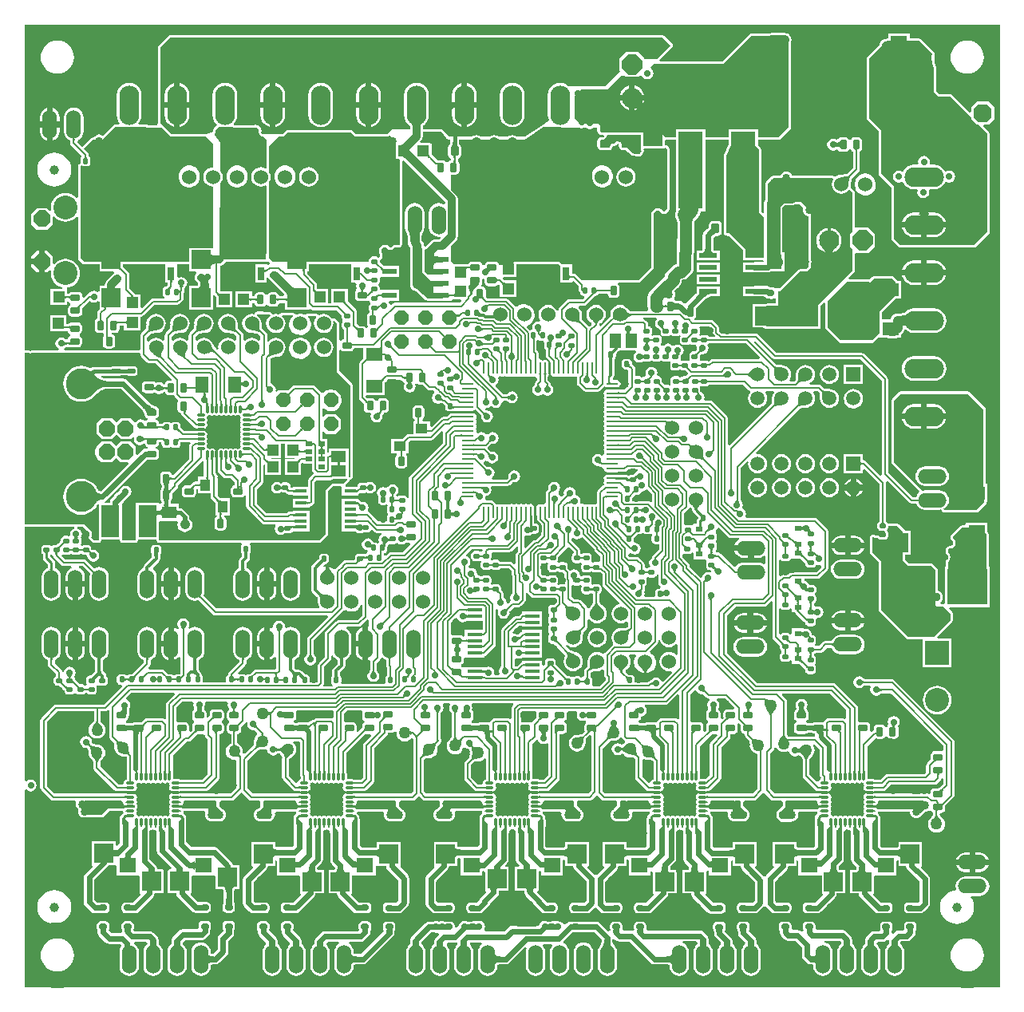
<source format=gtl>
G04 Layer_Physical_Order=1*
G04 Layer_Color=255*
%FSLAX25Y25*%
%MOIN*%
G70*
G01*
G75*
%ADD10C,0.06496*%
G04:AMPARAMS|DCode=11|XSize=21.65mil|YSize=23.62mil|CornerRadius=4.33mil|HoleSize=0mil|Usage=FLASHONLY|Rotation=0.000|XOffset=0mil|YOffset=0mil|HoleType=Round|Shape=RoundedRectangle|*
%AMROUNDEDRECTD11*
21,1,0.02165,0.01496,0,0,0.0*
21,1,0.01299,0.02362,0,0,0.0*
1,1,0.00866,0.00649,-0.00748*
1,1,0.00866,-0.00649,-0.00748*
1,1,0.00866,-0.00649,0.00748*
1,1,0.00866,0.00649,0.00748*
%
%ADD11ROUNDEDRECTD11*%
G04:AMPARAMS|DCode=12|XSize=29.13mil|YSize=39.37mil|CornerRadius=5.83mil|HoleSize=0mil|Usage=FLASHONLY|Rotation=90.000|XOffset=0mil|YOffset=0mil|HoleType=Round|Shape=RoundedRectangle|*
%AMROUNDEDRECTD12*
21,1,0.02913,0.02772,0,0,90.0*
21,1,0.01748,0.03937,0,0,90.0*
1,1,0.01165,0.01386,0.00874*
1,1,0.01165,0.01386,-0.00874*
1,1,0.01165,-0.01386,-0.00874*
1,1,0.01165,-0.01386,0.00874*
%
%ADD12ROUNDEDRECTD12*%
G04:AMPARAMS|DCode=13|XSize=29.13mil|YSize=39.37mil|CornerRadius=5.83mil|HoleSize=0mil|Usage=FLASHONLY|Rotation=180.000|XOffset=0mil|YOffset=0mil|HoleType=Round|Shape=RoundedRectangle|*
%AMROUNDEDRECTD13*
21,1,0.02913,0.02772,0,0,180.0*
21,1,0.01748,0.03937,0,0,180.0*
1,1,0.01165,-0.00874,0.01386*
1,1,0.01165,0.00874,0.01386*
1,1,0.01165,0.00874,-0.01386*
1,1,0.01165,-0.00874,-0.01386*
%
%ADD13ROUNDEDRECTD13*%
G04:AMPARAMS|DCode=14|XSize=21.26mil|YSize=23.62mil|CornerRadius=4.25mil|HoleSize=0mil|Usage=FLASHONLY|Rotation=90.000|XOffset=0mil|YOffset=0mil|HoleType=Round|Shape=RoundedRectangle|*
%AMROUNDEDRECTD14*
21,1,0.02126,0.01512,0,0,90.0*
21,1,0.01276,0.02362,0,0,90.0*
1,1,0.00850,0.00756,0.00638*
1,1,0.00850,0.00756,-0.00638*
1,1,0.00850,-0.00756,-0.00638*
1,1,0.00850,-0.00756,0.00638*
%
%ADD14ROUNDEDRECTD14*%
G04:AMPARAMS|DCode=15|XSize=21.26mil|YSize=23.62mil|CornerRadius=4.25mil|HoleSize=0mil|Usage=FLASHONLY|Rotation=180.000|XOffset=0mil|YOffset=0mil|HoleType=Round|Shape=RoundedRectangle|*
%AMROUNDEDRECTD15*
21,1,0.02126,0.01512,0,0,180.0*
21,1,0.01276,0.02362,0,0,180.0*
1,1,0.00850,-0.00638,0.00756*
1,1,0.00850,0.00638,0.00756*
1,1,0.00850,0.00638,-0.00756*
1,1,0.00850,-0.00638,-0.00756*
%
%ADD15ROUNDEDRECTD15*%
%ADD16R,0.06000X0.02400*%
G04:AMPARAMS|DCode=17|XSize=23.62mil|YSize=25.59mil|CornerRadius=5.91mil|HoleSize=0mil|Usage=FLASHONLY|Rotation=270.000|XOffset=0mil|YOffset=0mil|HoleType=Round|Shape=RoundedRectangle|*
%AMROUNDEDRECTD17*
21,1,0.02362,0.01378,0,0,270.0*
21,1,0.01181,0.02559,0,0,270.0*
1,1,0.01181,-0.00689,-0.00591*
1,1,0.01181,-0.00689,0.00591*
1,1,0.01181,0.00689,0.00591*
1,1,0.01181,0.00689,-0.00591*
%
%ADD17ROUNDEDRECTD17*%
G04:AMPARAMS|DCode=18|XSize=23.62mil|YSize=31.5mil|CornerRadius=5.91mil|HoleSize=0mil|Usage=FLASHONLY|Rotation=270.000|XOffset=0mil|YOffset=0mil|HoleType=Round|Shape=RoundedRectangle|*
%AMROUNDEDRECTD18*
21,1,0.02362,0.01969,0,0,270.0*
21,1,0.01181,0.03150,0,0,270.0*
1,1,0.01181,-0.00985,-0.00591*
1,1,0.01181,-0.00985,0.00591*
1,1,0.01181,0.00985,0.00591*
1,1,0.01181,0.00985,-0.00591*
%
%ADD18ROUNDEDRECTD18*%
%ADD19O,0.03543X0.01102*%
%ADD20O,0.01102X0.03543*%
%ADD21R,0.13386X0.13386*%
%ADD22R,0.10236X0.32283*%
%ADD23R,0.06693X0.04331*%
%ADD24R,0.04331X0.06693*%
G04:AMPARAMS|DCode=25|XSize=21.65mil|YSize=23.62mil|CornerRadius=4.33mil|HoleSize=0mil|Usage=FLASHONLY|Rotation=90.000|XOffset=0mil|YOffset=0mil|HoleType=Round|Shape=RoundedRectangle|*
%AMROUNDEDRECTD25*
21,1,0.02165,0.01496,0,0,90.0*
21,1,0.01299,0.02362,0,0,90.0*
1,1,0.00866,0.00748,0.00649*
1,1,0.00866,0.00748,-0.00649*
1,1,0.00866,-0.00748,-0.00649*
1,1,0.00866,-0.00748,0.00649*
%
%ADD25ROUNDEDRECTD25*%
G04:AMPARAMS|DCode=26|XSize=11.02mil|YSize=31.5mil|CornerRadius=4.41mil|HoleSize=0mil|Usage=FLASHONLY|Rotation=180.000|XOffset=0mil|YOffset=0mil|HoleType=Round|Shape=RoundedRectangle|*
%AMROUNDEDRECTD26*
21,1,0.01102,0.02268,0,0,180.0*
21,1,0.00220,0.03150,0,0,180.0*
1,1,0.00882,-0.00110,0.01134*
1,1,0.00882,0.00110,0.01134*
1,1,0.00882,0.00110,-0.01134*
1,1,0.00882,-0.00110,-0.01134*
%
%ADD26ROUNDEDRECTD26*%
G04:AMPARAMS|DCode=27|XSize=11.02mil|YSize=31.5mil|CornerRadius=4.41mil|HoleSize=0mil|Usage=FLASHONLY|Rotation=270.000|XOffset=0mil|YOffset=0mil|HoleType=Round|Shape=RoundedRectangle|*
%AMROUNDEDRECTD27*
21,1,0.01102,0.02268,0,0,270.0*
21,1,0.00220,0.03150,0,0,270.0*
1,1,0.00882,-0.01134,-0.00110*
1,1,0.00882,-0.01134,0.00110*
1,1,0.00882,0.01134,0.00110*
1,1,0.00882,0.01134,-0.00110*
%
%ADD27ROUNDEDRECTD27*%
%ADD28R,0.13642X0.13642*%
%ADD29R,0.07480X0.13386*%
%ADD30R,0.02559X0.01969*%
%ADD31R,0.07087X0.05512*%
%ADD32R,0.07098X0.06299*%
%ADD33R,0.16693X0.15000*%
%ADD34R,0.05118X0.04134*%
%ADD35R,0.12598X0.06299*%
%ADD36R,0.07000X0.38000*%
%ADD37R,0.04724X0.04724*%
%ADD38R,0.05000X0.01500*%
%ADD39R,0.05118X0.05906*%
%ADD40R,0.08400X0.11800*%
%ADD41R,0.07800X0.02200*%
G04:AMPARAMS|DCode=42|XSize=33.46mil|YSize=43.31mil|CornerRadius=6.69mil|HoleSize=0mil|Usage=FLASHONLY|Rotation=0.000|XOffset=0mil|YOffset=0mil|HoleType=Round|Shape=RoundedRectangle|*
%AMROUNDEDRECTD42*
21,1,0.03346,0.02993,0,0,0.0*
21,1,0.02008,0.04331,0,0,0.0*
1,1,0.01338,0.01004,-0.01496*
1,1,0.01338,-0.01004,-0.01496*
1,1,0.01338,-0.01004,0.01496*
1,1,0.01338,0.01004,0.01496*
%
%ADD42ROUNDEDRECTD42*%
%ADD43R,0.02362X0.02362*%
%ADD44C,0.06000*%
G04:AMPARAMS|DCode=45|XSize=33.46mil|YSize=43.31mil|CornerRadius=6.69mil|HoleSize=0mil|Usage=FLASHONLY|Rotation=270.000|XOffset=0mil|YOffset=0mil|HoleType=Round|Shape=RoundedRectangle|*
%AMROUNDEDRECTD45*
21,1,0.03346,0.02993,0,0,270.0*
21,1,0.02008,0.04331,0,0,270.0*
1,1,0.01338,-0.01496,-0.01004*
1,1,0.01338,-0.01496,0.01004*
1,1,0.01338,0.01496,0.01004*
1,1,0.01338,0.01496,-0.01004*
%
%ADD45ROUNDEDRECTD45*%
%ADD46R,0.05906X0.05118*%
%ADD47R,0.04724X0.04724*%
%ADD48R,0.05512X0.07087*%
%ADD49R,0.04134X0.05118*%
G04:AMPARAMS|DCode=50|XSize=39.37mil|YSize=39.37mil|CornerRadius=19.68mil|HoleSize=0mil|Usage=FLASHONLY|Rotation=0.000|XOffset=0mil|YOffset=0mil|HoleType=Round|Shape=RoundedRectangle|*
%AMROUNDEDRECTD50*
21,1,0.03937,0.00000,0,0,0.0*
21,1,0.00000,0.03937,0,0,0.0*
1,1,0.03937,0.00000,0.00000*
1,1,0.03937,0.00000,0.00000*
1,1,0.03937,0.00000,0.00000*
1,1,0.03937,0.00000,0.00000*
%
%ADD50ROUNDEDRECTD50*%
%ADD51R,0.06437X0.01732*%
%ADD52R,0.06300X0.04600*%
%ADD53R,0.03150X0.02362*%
%ADD54O,0.00984X0.05118*%
%ADD55O,0.05118X0.00984*%
%ADD56R,0.07087X0.05433*%
%ADD57R,0.07900X0.07900*%
%ADD58R,0.07874X0.07874*%
%ADD59R,0.07900X0.07900*%
%ADD60R,0.07874X0.07874*%
%ADD61R,0.02800X0.05600*%
%ADD62R,0.19700X0.17000*%
%ADD63C,0.01000*%
%ADD64C,0.01600*%
%ADD65C,0.00800*%
%ADD66C,0.03200*%
%ADD67C,0.00600*%
%ADD68C,0.02400*%
%ADD69C,0.01200*%
%ADD70C,0.02000*%
%ADD71C,0.06600*%
%ADD72C,0.05600*%
%ADD73C,0.08600*%
%ADD74C,0.05000*%
%ADD75C,0.00750*%
%ADD76C,0.04000*%
%ADD77C,0.03600*%
%ADD78C,0.02800*%
%ADD79C,0.01400*%
%ADD80C,0.02200*%
%ADD81C,0.12992*%
%ADD82P,0.07144X8X292.5*%
%ADD83P,0.06605X8X22.5*%
%ADD84O,0.06000X0.12000*%
%ADD85C,0.10000*%
%ADD86P,0.07577X8X292.5*%
%ADD87O,0.16500X0.08250*%
%ADD88C,0.08400*%
%ADD89P,0.09092X8X112.5*%
%ADD90P,0.08226X8X22.5*%
%ADD91O,0.08250X0.16500*%
%ADD92R,0.10000X0.10000*%
%ADD93O,0.12000X0.06000*%
%ADD94P,0.09092X8X22.5*%
%ADD95C,0.05000*%
%ADD96R,0.05905X0.05905*%
%ADD97C,0.05905*%
%ADD98C,0.02900*%
%ADD99C,0.03369*%
%ADD100C,0.03000*%
%ADD101C,0.03762*%
%ADD102C,0.04156*%
G36*
X340822Y266655D02*
X340755Y266631D01*
X340695Y266589D01*
X340643Y266532D01*
X340599Y266458D01*
X340564Y266367D01*
X340536Y266261D01*
X340516Y266137D01*
X340504Y265997D01*
X340500Y265841D01*
X339700D01*
X339696Y265997D01*
X339684Y266137D01*
X339664Y266261D01*
X339636Y266367D01*
X339601Y266458D01*
X339557Y266532D01*
X339505Y266589D01*
X339445Y266631D01*
X339378Y266655D01*
X339302Y266663D01*
X340898D01*
X340822Y266655D01*
D02*
G37*
G36*
X306857Y266496D02*
X306880Y266380D01*
X306918Y266263D01*
X306970Y266146D01*
X307038Y266028D01*
X307121Y265911D01*
X307219Y265792D01*
X307332Y265673D01*
X307459Y265554D01*
X307602Y265435D01*
X305583Y265225D01*
X305710Y265383D01*
X305923Y265682D01*
X306010Y265823D01*
X306083Y265958D01*
X306143Y266088D01*
X306190Y266212D01*
X306223Y266330D01*
X306243Y266442D01*
X306250Y266548D01*
X306850Y266612D01*
X306857Y266496D01*
D02*
G37*
G36*
X326524Y266657D02*
X326473Y266639D01*
X326428Y266608D01*
X326389Y266565D01*
X326356Y266510D01*
X326329Y266443D01*
X326308Y266363D01*
X326293Y266272D01*
X326284Y266167D01*
X326281Y266051D01*
X325681D01*
X325678Y266167D01*
X325669Y266272D01*
X325654Y266363D01*
X325633Y266443D01*
X325606Y266510D01*
X325573Y266565D01*
X325534Y266608D01*
X325489Y266639D01*
X325438Y266657D01*
X325381Y266663D01*
X326581D01*
X326524Y266657D01*
D02*
G37*
G36*
X418179Y266880D02*
X418393Y266699D01*
X418489Y266632D01*
X418577Y266580D01*
X418658Y266544D01*
X418732Y266524D01*
X418799Y266519D01*
X418858Y266530D01*
X418909Y266557D01*
X417935Y265859D01*
X417974Y265898D01*
X417995Y265947D01*
X417999Y266005D01*
X417984Y266073D01*
X417951Y266151D01*
X417901Y266239D01*
X417833Y266336D01*
X417747Y266442D01*
X417521Y266685D01*
X418061Y266993D01*
X418179Y266880D01*
D02*
G37*
G36*
X419643Y264457D02*
X419592Y264438D01*
X419547Y264408D01*
X419508Y264365D01*
X419475Y264310D01*
X419448Y264243D01*
X419427Y264163D01*
X419412Y264071D01*
X419403Y263967D01*
X419400Y263851D01*
X418800D01*
X418797Y263967D01*
X418788Y264071D01*
X418773Y264163D01*
X418752Y264243D01*
X418725Y264310D01*
X418692Y264365D01*
X418653Y264408D01*
X418608Y264438D01*
X418557Y264457D01*
X418500Y264463D01*
X419700D01*
X419643Y264457D01*
D02*
G37*
G36*
X300407Y264291D02*
X300430Y264175D01*
X300467Y264058D01*
X300519Y263940D01*
X300585Y263820D01*
X300667Y263699D01*
X300763Y263577D01*
X300874Y263454D01*
X301000Y263329D01*
X301141Y263203D01*
X299116Y263063D01*
X299246Y263215D01*
X299465Y263504D01*
X299554Y263641D01*
X299629Y263773D01*
X299691Y263901D01*
X299738Y264024D01*
X299773Y264142D01*
X299793Y264255D01*
X299800Y264364D01*
X300400Y264406D01*
X300407Y264291D01*
D02*
G37*
G36*
X423031Y265930D02*
X423325Y265681D01*
X423455Y265589D01*
X423574Y265520D01*
X423681Y265474D01*
X423777Y265450D01*
X423863Y265448D01*
X423936Y265468D01*
X423999Y265511D01*
X422849Y264421D01*
X422895Y264481D01*
X422917Y264553D01*
X422917Y264636D01*
X422893Y264732D01*
X422847Y264839D01*
X422778Y264958D01*
X422685Y265089D01*
X422571Y265232D01*
X422271Y265553D01*
X422867Y266088D01*
X423031Y265930D01*
D02*
G37*
G36*
X174936Y265284D02*
X174903Y265222D01*
X174889Y265152D01*
X174893Y265075D01*
X174916Y264990D01*
X174957Y264898D01*
X175017Y264799D01*
X175096Y264692D01*
X175193Y264578D01*
X175309Y264457D01*
X174709Y263925D01*
X174585Y264043D01*
X174468Y264144D01*
X174357Y264227D01*
X174253Y264291D01*
X174156Y264338D01*
X174065Y264367D01*
X173981Y264378D01*
X173904Y264371D01*
X173833Y264347D01*
X173769Y264304D01*
X174987Y265339D01*
X174936Y265284D01*
D02*
G37*
G36*
X299228Y267360D02*
X299208Y267310D01*
X299206Y267250D01*
X299222Y267181D01*
X299255Y267103D01*
X299306Y267015D01*
X299374Y266917D01*
X299460Y266811D01*
X299684Y266570D01*
X299179Y266227D01*
X299059Y266343D01*
X298843Y266526D01*
X298746Y266594D01*
X298658Y266645D01*
X298577Y266681D01*
X298503Y266700D01*
X298438Y266704D01*
X298380Y266692D01*
X298330Y266663D01*
X299265Y267401D01*
X299228Y267360D01*
D02*
G37*
G36*
X323071Y268253D02*
X323090Y268202D01*
X323120Y268157D01*
X323163Y268118D01*
X323218Y268085D01*
X323285Y268058D01*
X323365Y268037D01*
X323457Y268022D01*
X323561Y268013D01*
X323677Y268010D01*
Y267410D01*
X323561Y267407D01*
X323457Y267398D01*
X323365Y267383D01*
X323285Y267362D01*
X323218Y267335D01*
X323163Y267302D01*
X323120Y267263D01*
X323090Y267218D01*
X323071Y267167D01*
X323065Y267110D01*
Y268310D01*
X323071Y268253D01*
D02*
G37*
G36*
X428540Y266926D02*
X428534Y266938D01*
X428513Y266949D01*
X428479Y266959D01*
X428431Y266967D01*
X428369Y266974D01*
X428103Y266987D01*
X427856Y266990D01*
Y268190D01*
X427986Y268191D01*
X428479Y268221D01*
X428513Y268231D01*
X428534Y268242D01*
X428540Y268254D01*
Y266926D01*
D02*
G37*
G36*
X295271Y268273D02*
X295290Y268222D01*
X295320Y268177D01*
X295363Y268138D01*
X295418Y268105D01*
X295485Y268078D01*
X295565Y268057D01*
X295657Y268042D01*
X295761Y268033D01*
X295877Y268030D01*
Y267430D01*
X295761Y267427D01*
X295657Y267418D01*
X295565Y267403D01*
X295485Y267382D01*
X295418Y267355D01*
X295363Y267322D01*
X295320Y267283D01*
X295290Y267238D01*
X295271Y267187D01*
X295265Y267130D01*
Y268330D01*
X295271Y268273D01*
D02*
G37*
G36*
X324735Y267110D02*
X324729Y267167D01*
X324710Y267218D01*
X324680Y267263D01*
X324637Y267302D01*
X324582Y267335D01*
X324514Y267362D01*
X324435Y267383D01*
X324343Y267398D01*
X324239Y267407D01*
X324123Y267410D01*
Y268010D01*
X324239Y268013D01*
X324343Y268022D01*
X324435Y268037D01*
X324514Y268058D01*
X324582Y268085D01*
X324637Y268118D01*
X324680Y268157D01*
X324710Y268202D01*
X324729Y268253D01*
X324735Y268310D01*
Y267110D01*
D02*
G37*
G36*
X368380Y266346D02*
X368387Y266344D01*
X368552Y266320D01*
X368740Y266305D01*
X368949Y266300D01*
Y265300D01*
X368766Y265296D01*
X368878Y264990D01*
X368748Y265049D01*
X368487Y265148D01*
X368357Y265189D01*
X368235Y265218D01*
X368123Y265177D01*
X368024Y265122D01*
X367947Y265058D01*
X367892Y264984D01*
X367859Y264900D01*
X367847Y264807D01*
Y265284D01*
X367709Y265297D01*
X367580Y265300D01*
X367180Y266300D01*
X367321Y266306D01*
X367453Y266324D01*
X367576Y266354D01*
X367690Y266395D01*
X367794Y266449D01*
X367847Y266486D01*
Y266793D01*
X367859Y266700D01*
X367892Y266616D01*
X367936Y266556D01*
X367975Y266592D01*
X368052Y266681D01*
X368120Y266782D01*
X368178Y266896D01*
X368380Y266346D01*
D02*
G37*
G36*
X359260Y267494D02*
X359170Y267394D01*
X359096Y267291D01*
X359039Y267185D01*
X358998Y267075D01*
X358974Y266963D01*
X358965Y266846D01*
X358974Y266727D01*
X358998Y266604D01*
X359039Y266478D01*
X359097Y266349D01*
X357202Y267021D01*
X357363Y267096D01*
X357915Y267394D01*
X358031Y267469D01*
X358233Y267617D01*
X358321Y267691D01*
X358399Y267765D01*
X359260Y267494D01*
D02*
G37*
G36*
X337142Y268431D02*
X337167Y268364D01*
X337209Y268304D01*
X337268Y268253D01*
X337344Y268209D01*
X337437Y268174D01*
X337547Y268146D01*
X337673Y268126D01*
X337817Y268114D01*
X337977Y268110D01*
Y267310D01*
X337817Y267306D01*
X337674Y267294D01*
X337547Y267275D01*
X337438Y267247D01*
X337345Y267212D01*
X337270Y267169D01*
X337211Y267118D01*
X337169Y267059D01*
X337143Y266992D01*
X337135Y266918D01*
X337133Y268507D01*
X337142Y268431D01*
D02*
G37*
G36*
X338966Y266912D02*
X338958Y266988D01*
X338932Y267056D01*
X338890Y267115D01*
X338831Y267167D01*
X338755Y267211D01*
X338662Y267246D01*
X338553Y267274D01*
X338426Y267294D01*
X338283Y267306D01*
X338123Y267310D01*
Y268110D01*
X338282Y268114D01*
X338425Y268126D01*
X338551Y268146D01*
X338661Y268174D01*
X338753Y268209D01*
X338829Y268253D01*
X338887Y268305D01*
X338929Y268365D01*
X338954Y268432D01*
X338963Y268508D01*
X338966Y266912D01*
D02*
G37*
G36*
X388779Y264126D02*
X388550Y263857D01*
X388457Y263728D01*
X388379Y263601D01*
X388314Y263477D01*
X388264Y263356D01*
X388229Y263238D01*
X388207Y263123D01*
X388200Y263011D01*
X387600D01*
X387593Y263123D01*
X387571Y263238D01*
X387536Y263356D01*
X387486Y263477D01*
X387421Y263601D01*
X387343Y263728D01*
X387250Y263857D01*
X387142Y263990D01*
X386885Y264264D01*
X388915D01*
X388779Y264126D01*
D02*
G37*
G36*
X303230Y259406D02*
X303156Y259322D01*
X303090Y259226D01*
X303032Y259117D01*
X302982Y258996D01*
X302940Y258863D01*
X302906Y258718D01*
X302880Y258560D01*
X302862Y258390D01*
X302850Y258014D01*
X301414Y259450D01*
X301609Y259452D01*
X301960Y259480D01*
X302118Y259506D01*
X302263Y259540D01*
X302396Y259582D01*
X302517Y259632D01*
X302625Y259690D01*
X302722Y259756D01*
X302806Y259830D01*
X303230Y259406D01*
D02*
G37*
G36*
X327472Y261039D02*
X327653Y260934D01*
X327872Y260842D01*
X328129Y260763D01*
X328425Y260697D01*
X328758Y260644D01*
X329538Y260577D01*
X329985Y260562D01*
X330470Y260561D01*
X327500Y257591D01*
X327499Y258076D01*
X327417Y259303D01*
X327364Y259636D01*
X327298Y259932D01*
X327219Y260189D01*
X327127Y260408D01*
X327022Y260589D01*
X326904Y260732D01*
X327329Y261157D01*
X327472Y261039D01*
D02*
G37*
G36*
X424751Y259058D02*
X424740Y259045D01*
X424731Y259021D01*
X424723Y258989D01*
X424716Y258947D01*
X424710Y258896D01*
X424703Y258767D01*
X424700Y258600D01*
X423900D01*
X423899Y258688D01*
X423877Y258989D01*
X423869Y259021D01*
X423860Y259045D01*
X423849Y259058D01*
X423837Y259063D01*
X424763D01*
X424751Y259058D01*
D02*
G37*
G36*
X286035Y258475D02*
X286030Y258532D01*
X286012Y258583D01*
X285981Y258628D01*
X285940Y258667D01*
X285886Y258700D01*
X285820Y258727D01*
X285741Y258748D01*
X285651Y258763D01*
X285549Y258772D01*
X285436Y258775D01*
Y259375D01*
X285549Y259378D01*
X285651Y259387D01*
X285741Y259402D01*
X285820Y259423D01*
X285886Y259450D01*
X285940Y259483D01*
X285981Y259522D01*
X286012Y259567D01*
X286030Y259618D01*
X286035Y259675D01*
Y258475D01*
D02*
G37*
G36*
X310051Y255987D02*
X310046Y256030D01*
X310030Y256069D01*
X310004Y256104D01*
X309967Y256134D01*
X309919Y256159D01*
X309861Y256179D01*
X309792Y256195D01*
X309713Y256207D01*
X309623Y256214D01*
X309522Y256216D01*
Y256816D01*
X309623Y256818D01*
X309713Y256825D01*
X309792Y256837D01*
X309861Y256853D01*
X309919Y256873D01*
X309967Y256898D01*
X310004Y256928D01*
X310030Y256963D01*
X310046Y257002D01*
X310051Y257045D01*
Y255987D01*
D02*
G37*
G36*
X285556Y257398D02*
X285678Y257294D01*
X285799Y257201D01*
X285921Y257121D01*
X285965Y257098D01*
X286003Y257156D01*
X286028Y257224D01*
X286035Y257300D01*
Y257058D01*
X286044Y257054D01*
X286167Y256998D01*
X286291Y256955D01*
X286415Y256925D01*
X286539Y256906D01*
X286664Y256900D01*
Y256100D01*
X286539Y256094D01*
X286415Y256075D01*
X286291Y256045D01*
X286167Y256002D01*
X286044Y255946D01*
X286035Y255942D01*
Y255700D01*
X286028Y255776D01*
X286003Y255844D01*
X285965Y255902D01*
X285921Y255879D01*
X285799Y255799D01*
X285678Y255706D01*
X285556Y255602D01*
X285436Y255485D01*
Y256092D01*
X285387Y256096D01*
X285236Y256100D01*
Y256900D01*
X285387Y256904D01*
X285436Y256908D01*
Y257515D01*
X285556Y257398D01*
D02*
G37*
G36*
X322843Y258157D02*
X322792Y258139D01*
X322747Y258108D01*
X322708Y258065D01*
X322675Y258010D01*
X322648Y257943D01*
X322627Y257863D01*
X322612Y257772D01*
X322603Y257667D01*
X322600Y257551D01*
X322000D01*
X321997Y257667D01*
X321988Y257772D01*
X321973Y257863D01*
X321952Y257943D01*
X321925Y258010D01*
X321892Y258065D01*
X321853Y258108D01*
X321808Y258139D01*
X321757Y258157D01*
X321700Y258163D01*
X322900D01*
X322843Y258157D01*
D02*
G37*
G36*
X322603Y256533D02*
X322612Y256429D01*
X322627Y256337D01*
X322648Y256257D01*
X322675Y256190D01*
X322708Y256135D01*
X322747Y256092D01*
X322792Y256062D01*
X322843Y256043D01*
X322900Y256037D01*
X321700D01*
X321757Y256043D01*
X321808Y256062D01*
X321853Y256092D01*
X321892Y256135D01*
X321925Y256190D01*
X321952Y256257D01*
X321973Y256337D01*
X321988Y256429D01*
X321997Y256533D01*
X322000Y256649D01*
X322600D01*
X322603Y256533D01*
D02*
G37*
G36*
X431462Y258593D02*
X431577Y258590D01*
Y257790D01*
X431467Y257787D01*
X431471Y257178D01*
X431350Y257294D01*
X431228Y257398D01*
X431105Y257490D01*
X430982Y257570D01*
X430859Y257637D01*
X430857Y257638D01*
X430811Y257598D01*
X430769Y257539D01*
X430743Y257472D01*
X430735Y257398D01*
X430735Y257693D01*
X430612Y257735D01*
X430488Y257766D01*
X430364Y257784D01*
X430239Y257790D01*
X430233Y258590D01*
X430359Y258596D01*
X430483Y258615D01*
X430607Y258646D01*
X430730Y258689D01*
X430734Y258690D01*
X430733Y258987D01*
X430742Y258911D01*
X430767Y258844D01*
X430809Y258784D01*
X430854Y258745D01*
X430975Y258812D01*
X431097Y258893D01*
X431217Y258985D01*
X431338Y259090D01*
X431458Y259208D01*
X431462Y258593D01*
D02*
G37*
G36*
X419403Y262733D02*
X419412Y262628D01*
X419427Y262537D01*
X419448Y262457D01*
X419475Y262390D01*
X419508Y262335D01*
X419547Y262292D01*
X419592Y262261D01*
X419643Y262243D01*
X419700Y262237D01*
X418500D01*
X418557Y262243D01*
X418608Y262261D01*
X418653Y262292D01*
X418692Y262335D01*
X418725Y262390D01*
X418752Y262457D01*
X418773Y262537D01*
X418788Y262628D01*
X418797Y262733D01*
X418800Y262849D01*
X419400D01*
X419403Y262733D01*
D02*
G37*
G36*
X430400Y262763D02*
X430324Y262756D01*
X430256Y262733D01*
X430196Y262693D01*
X430144Y262636D01*
X430100Y262563D01*
X430064Y262474D01*
X430036Y262368D01*
X430016Y262245D01*
X430004Y262106D01*
X430000Y261951D01*
X429200D01*
X429196Y262109D01*
X429184Y262251D01*
X429164Y262377D01*
X429136Y262485D01*
X429101Y262578D01*
X429057Y262653D01*
X429005Y262713D01*
X428945Y262755D01*
X428878Y262782D01*
X428802Y262791D01*
X430400Y262763D01*
D02*
G37*
G36*
X225139Y266124D02*
X225338Y265990D01*
X225562Y265871D01*
X225813Y265769D01*
X226090Y265683D01*
X226392Y265614D01*
X226721Y265561D01*
X227076Y265524D01*
X227864Y265500D01*
X224894Y262530D01*
X224890Y262937D01*
X224833Y263673D01*
X224780Y264002D01*
X224711Y264304D01*
X224625Y264581D01*
X224523Y264832D01*
X224404Y265056D01*
X224270Y265255D01*
X224118Y265427D01*
X224967Y266276D01*
X225139Y266124D01*
D02*
G37*
G36*
X425024Y263176D02*
X424956Y263152D01*
X424896Y263112D01*
X424844Y263056D01*
X424800Y262984D01*
X424764Y262896D01*
X424736Y262792D01*
X424716Y262672D01*
X424704Y262537D01*
X424700Y262385D01*
X423900D01*
X423896Y262537D01*
X423884Y262672D01*
X423864Y262792D01*
X423836Y262896D01*
X423800Y262984D01*
X423756Y263056D01*
X423704Y263112D01*
X423644Y263152D01*
X423576Y263176D01*
X423500Y263184D01*
X425100D01*
X425024Y263176D01*
D02*
G37*
G36*
X340518Y262147D02*
X340572Y261928D01*
X340662Y261702D01*
X340787Y261471D01*
X340949Y261234D01*
X341146Y260992D01*
X341380Y260743D01*
X341649Y260490D01*
X342296Y259964D01*
X338133Y259404D01*
X338431Y259795D01*
X339308Y261122D01*
X339449Y261395D01*
X339559Y261645D01*
X339637Y261871D01*
X339684Y262073D01*
X339700Y262252D01*
X340500Y262361D01*
X340518Y262147D01*
D02*
G37*
G36*
X430004Y259893D02*
X430016Y259754D01*
X430036Y259631D01*
X430064Y259524D01*
X430099Y259434D01*
X430143Y259360D01*
X430195Y259302D01*
X430255Y259261D01*
X430322Y259237D01*
X430398Y259228D01*
X428802D01*
X428878Y259237D01*
X428945Y259261D01*
X429005Y259302D01*
X429057Y259360D01*
X429101Y259434D01*
X429136Y259524D01*
X429164Y259631D01*
X429184Y259754D01*
X429196Y259893D01*
X429200Y260049D01*
X430000D01*
X430004Y259893D01*
D02*
G37*
G36*
X424704Y262047D02*
X424716Y261909D01*
X424736Y261787D01*
X424764Y261682D01*
X424800Y261592D01*
X424844Y261519D01*
X424896Y261462D01*
X424956Y261422D01*
X425024Y261397D01*
X425100Y261389D01*
X423500D01*
X423576Y261397D01*
X423644Y261422D01*
X423704Y261462D01*
X423756Y261519D01*
X423800Y261592D01*
X423836Y261682D01*
X423864Y261787D01*
X423884Y261909D01*
X423896Y262047D01*
X423900Y262201D01*
X424700D01*
X424704Y262047D01*
D02*
G37*
G36*
X323884Y260390D02*
X323763Y260265D01*
X323574Y260043D01*
X323505Y259945D01*
X323455Y259858D01*
X323422Y259779D01*
X323406Y259710D01*
X323408Y259650D01*
X323428Y259600D01*
X323465Y259559D01*
X322530Y260297D01*
X322580Y260268D01*
X322638Y260256D01*
X322703Y260260D01*
X322777Y260279D01*
X322858Y260315D01*
X322946Y260367D01*
X323043Y260434D01*
X323147Y260518D01*
X323379Y260733D01*
X323884Y260390D01*
D02*
G37*
G36*
X296935Y267130D02*
X296929Y267187D01*
X296910Y267238D01*
X296880Y267283D01*
X296837Y267322D01*
X296782Y267355D01*
X296714Y267382D01*
X296635Y267403D01*
X296543Y267418D01*
X296439Y267427D01*
X296323Y267430D01*
Y268030D01*
X296439Y268033D01*
X296543Y268042D01*
X296635Y268057D01*
X296714Y268078D01*
X296782Y268105D01*
X296837Y268138D01*
X296880Y268177D01*
X296910Y268222D01*
X296929Y268273D01*
X296935Y268330D01*
Y267130D01*
D02*
G37*
G36*
X362035Y274190D02*
X362029Y274247D01*
X362010Y274298D01*
X361980Y274343D01*
X361937Y274382D01*
X361882Y274415D01*
X361814Y274442D01*
X361735Y274463D01*
X361643Y274478D01*
X361539Y274487D01*
X361423Y274490D01*
Y275090D01*
X361539Y275093D01*
X361643Y275102D01*
X361735Y275117D01*
X361814Y275138D01*
X361882Y275165D01*
X361937Y275198D01*
X361980Y275237D01*
X362010Y275282D01*
X362029Y275333D01*
X362035Y275390D01*
Y274190D01*
D02*
G37*
G36*
X360171Y275333D02*
X360190Y275282D01*
X360220Y275237D01*
X360263Y275198D01*
X360318Y275165D01*
X360385Y275138D01*
X360465Y275117D01*
X360557Y275102D01*
X360661Y275093D01*
X360777Y275090D01*
Y274490D01*
X360661Y274487D01*
X360557Y274478D01*
X360465Y274463D01*
X360385Y274442D01*
X360318Y274415D01*
X360263Y274382D01*
X360220Y274343D01*
X360190Y274298D01*
X360171Y274247D01*
X360165Y274190D01*
Y275390D01*
X360171Y275333D01*
D02*
G37*
G36*
X373613Y275833D02*
X373505Y275724D01*
X373410Y275614D01*
X373328Y275502D01*
X373258Y275389D01*
X373201Y275274D01*
X373157Y275158D01*
X373125Y275040D01*
X373106Y274921D01*
X373100Y274800D01*
X372500D01*
X372494Y274921D01*
X372475Y275040D01*
X372443Y275158D01*
X372399Y275274D01*
X372342Y275389D01*
X372272Y275502D01*
X372190Y275614D01*
X372095Y275724D01*
X371987Y275833D01*
X371867Y275940D01*
X373733D01*
X373613Y275833D01*
D02*
G37*
G36*
X398801Y274206D02*
X398793Y274262D01*
X398769Y274312D01*
X398729Y274356D01*
X398673Y274394D01*
X398601Y274427D01*
X398512Y274453D01*
X398408Y274474D01*
X398288Y274488D01*
X398152Y274497D01*
X398000Y274500D01*
Y275300D01*
X398152Y275303D01*
X398408Y275326D01*
X398512Y275347D01*
X398601Y275374D01*
X398673Y275406D01*
X398729Y275444D01*
X398769Y275488D01*
X398793Y275538D01*
X398801Y275594D01*
Y274206D01*
D02*
G37*
G36*
X310007Y274301D02*
X310029Y274217D01*
X310066Y274142D01*
X310117Y274074D01*
X310183Y274015D01*
X310263Y273964D01*
X310359Y273921D01*
X310468Y273887D01*
X310593Y273862D01*
X310732Y273844D01*
X309186Y272721D01*
X309227Y272904D01*
X309391Y273895D01*
X309398Y273995D01*
X309400Y274084D01*
X310000Y274394D01*
X310007Y274301D01*
D02*
G37*
G36*
X366074Y273878D02*
Y272268D01*
X366062Y271989D01*
X365984Y271229D01*
X365964Y271103D01*
X365965Y271068D01*
X365955Y271035D01*
X365960Y270990D01*
X365902Y270700D01*
X366092Y269744D01*
X366634Y268934D01*
X366970Y268709D01*
X366757Y268009D01*
X366220D01*
X365661Y267898D01*
X365187Y267581D01*
X364871Y267107D01*
X364759Y266548D01*
Y265052D01*
X364160Y264475D01*
X360706D01*
X360194Y265176D01*
X360298Y265700D01*
X360108Y266656D01*
X360014Y266797D01*
X360319Y267254D01*
X360427Y267800D01*
X360427Y267800D01*
Y269107D01*
X360783Y269345D01*
X361098Y269816D01*
X361209Y270372D01*
Y271648D01*
X361098Y272204D01*
X360977Y272385D01*
X361076Y272540D01*
X361893Y272771D01*
X362452Y272659D01*
X363948D01*
X364507Y272771D01*
X364981Y273087D01*
X365298Y273561D01*
X365374Y273947D01*
X366074Y273878D01*
D02*
G37*
G36*
X129971Y275601D02*
X130086Y275502D01*
X130193Y275423D01*
X130294Y275362D01*
X130386Y275321D01*
X130470Y275298D01*
X130547Y275295D01*
X130616Y275310D01*
X130678Y275345D01*
X130731Y275398D01*
X129736Y274141D01*
X129777Y274206D01*
X129800Y274278D01*
X129805Y274356D01*
X129793Y274440D01*
X129764Y274531D01*
X129717Y274628D01*
X129653Y274731D01*
X129571Y274841D01*
X129472Y274957D01*
X129355Y275079D01*
X129847Y275718D01*
X129971Y275601D01*
D02*
G37*
G36*
X283546Y274943D02*
X283536Y274876D01*
X283537Y274808D01*
X283547Y274739D01*
X283567Y274670D01*
X283597Y274600D01*
X283636Y274529D01*
X283685Y274457D01*
X283744Y274385D01*
X283812Y274312D01*
X283388Y273888D01*
X283315Y273956D01*
X283243Y274015D01*
X283171Y274064D01*
X283100Y274103D01*
X283030Y274133D01*
X282961Y274153D01*
X282892Y274163D01*
X282824Y274164D01*
X282757Y274154D01*
X282690Y274135D01*
X283565Y275010D01*
X283546Y274943D01*
D02*
G37*
G36*
X389304Y278076D02*
X389273Y277989D01*
X389272Y277886D01*
X389299Y277768D01*
X389356Y277634D01*
X389443Y277485D01*
X389559Y277321D01*
X389705Y277140D01*
X389912Y276918D01*
X389991Y276856D01*
X390100Y276783D01*
X390214Y276720D01*
X390333Y276667D01*
X390456Y276624D01*
X390584Y276590D01*
X390716Y276567D01*
X390854Y276553D01*
X390996Y276550D01*
X389560Y275114D01*
X389557Y275256D01*
X389543Y275394D01*
X389520Y275526D01*
X389487Y275654D01*
X389443Y275777D01*
X389390Y275896D01*
X389327Y276010D01*
X389254Y276119D01*
X389172Y276224D01*
X389134Y276265D01*
X389058Y276338D01*
X388696Y276644D01*
X388535Y276757D01*
X388387Y276842D01*
X388252Y276901D01*
X388130Y276932D01*
X388022Y276936D01*
X387927Y276913D01*
X387845Y276863D01*
X389365Y278147D01*
X389304Y278076D01*
D02*
G37*
G36*
X353778Y278056D02*
X353874Y277990D01*
X353983Y277932D01*
X354104Y277882D01*
X354237Y277840D01*
X354382Y277806D01*
X354540Y277780D01*
X354710Y277762D01*
X355085Y277750D01*
X353650Y276314D01*
X353648Y276509D01*
X353620Y276860D01*
X353594Y277018D01*
X353560Y277163D01*
X353518Y277296D01*
X353468Y277417D01*
X353410Y277525D01*
X353344Y277622D01*
X353270Y277706D01*
X353694Y278130D01*
X353778Y278056D01*
D02*
G37*
G36*
X341157Y276893D02*
X341165Y276842D01*
X341187Y276797D01*
X341226Y276758D01*
X341279Y276725D01*
X341348Y276698D01*
X341432Y276677D01*
X341532Y276662D01*
X341647Y276653D01*
X341777Y276650D01*
X341611Y276050D01*
X341496Y276049D01*
X341017Y276018D01*
X340972Y276008D01*
X340937Y275996D01*
X340912Y275984D01*
X341165Y276950D01*
X341157Y276893D01*
D02*
G37*
G36*
X324735Y276410D02*
X324729Y276467D01*
X324710Y276518D01*
X324680Y276563D01*
X324637Y276602D01*
X324582Y276635D01*
X324514Y276662D01*
X324435Y276683D01*
X324343Y276698D01*
X324239Y276707D01*
X324123Y276710D01*
Y277310D01*
X324239Y277313D01*
X324343Y277322D01*
X324435Y277337D01*
X324514Y277358D01*
X324582Y277385D01*
X324637Y277418D01*
X324680Y277457D01*
X324710Y277502D01*
X324729Y277553D01*
X324735Y277610D01*
Y276410D01*
D02*
G37*
G36*
X323071Y277553D02*
X323090Y277502D01*
X323120Y277457D01*
X323163Y277418D01*
X323218Y277385D01*
X323285Y277358D01*
X323365Y277337D01*
X323457Y277322D01*
X323561Y277313D01*
X323677Y277310D01*
Y276710D01*
X323561Y276707D01*
X323457Y276698D01*
X323365Y276683D01*
X323285Y276662D01*
X323218Y276635D01*
X323163Y276602D01*
X323120Y276563D01*
X323090Y276518D01*
X323071Y276467D01*
X323065Y276410D01*
Y277610D01*
X323071Y277553D01*
D02*
G37*
G36*
X193106Y276874D02*
X193154Y276424D01*
X193195Y276242D01*
X193249Y276087D01*
X193314Y275961D01*
X193391Y275863D01*
X193480Y275792D01*
X193581Y275750D01*
X193694Y275736D01*
X191306D01*
X191419Y275750D01*
X191520Y275792D01*
X191609Y275863D01*
X191686Y275961D01*
X191751Y276087D01*
X191805Y276242D01*
X191847Y276424D01*
X191876Y276635D01*
X191894Y276874D01*
X191900Y277140D01*
X193100D01*
X193106Y276874D01*
D02*
G37*
G36*
X327028Y276660D02*
X327008Y276610D01*
X327006Y276550D01*
X327022Y276481D01*
X327055Y276402D01*
X327105Y276315D01*
X327174Y276218D01*
X327260Y276111D01*
X327484Y275870D01*
X326979Y275527D01*
X326859Y275643D01*
X326643Y275826D01*
X326546Y275893D01*
X326458Y275945D01*
X326377Y275981D01*
X326303Y276000D01*
X326238Y276004D01*
X326180Y275992D01*
X326130Y275963D01*
X327065Y276701D01*
X327028Y276660D01*
D02*
G37*
G36*
X359303Y276333D02*
X359312Y276229D01*
X359327Y276137D01*
X359348Y276057D01*
X359375Y275990D01*
X359408Y275935D01*
X359447Y275892D01*
X359492Y275862D01*
X359543Y275843D01*
X359600Y275837D01*
X358400D01*
X358457Y275843D01*
X358508Y275862D01*
X358553Y275892D01*
X358592Y275935D01*
X358625Y275990D01*
X358652Y276057D01*
X358673Y276137D01*
X358688Y276229D01*
X358697Y276333D01*
X358700Y276449D01*
X359300D01*
X359303Y276333D01*
D02*
G37*
G36*
X113005Y276736D02*
X113020Y276541D01*
X113045Y276369D01*
X113079Y276220D01*
X113124Y276094D01*
X113179Y275991D01*
X113243Y275911D01*
X113318Y275853D01*
X113402Y275819D01*
X113496Y275808D01*
X111504D01*
X111598Y275819D01*
X111682Y275853D01*
X111757Y275911D01*
X111821Y275991D01*
X111876Y276094D01*
X111921Y276220D01*
X111955Y276369D01*
X111980Y276541D01*
X111995Y276736D01*
X112000Y276953D01*
X113000D01*
X113005Y276736D01*
D02*
G37*
G36*
X316789Y272840D02*
X317011Y272650D01*
X317108Y272582D01*
X317197Y272531D01*
X317276Y272497D01*
X317345Y272481D01*
X317406Y272482D01*
X317458Y272501D01*
X317500Y272537D01*
X316735Y271629D01*
X316764Y271677D01*
X316778Y271734D01*
X316775Y271799D01*
X316755Y271872D01*
X316720Y271953D01*
X316668Y272042D01*
X316600Y272139D01*
X316516Y272243D01*
X316299Y272477D01*
X316664Y272960D01*
X316789Y272840D01*
D02*
G37*
G36*
X359722Y269963D02*
X359654Y269939D01*
X359595Y269898D01*
X359543Y269840D01*
X359499Y269766D01*
X359464Y269676D01*
X359436Y269569D01*
X359416Y269446D01*
X359404Y269307D01*
X359400Y269151D01*
X358600D01*
X358596Y269307D01*
X358584Y269446D01*
X358564Y269569D01*
X358536Y269676D01*
X358501Y269766D01*
X358457Y269840D01*
X358405Y269898D01*
X358346Y269939D01*
X358278Y269963D01*
X358202Y269971D01*
X359798D01*
X359722Y269963D01*
D02*
G37*
G36*
X316355Y269230D02*
X316383Y269202D01*
X316419Y269178D01*
X316464Y269158D01*
X316519Y269140D01*
X316583Y269126D01*
X316656Y269114D01*
X316738Y269106D01*
X316930Y269100D01*
Y269072D01*
X317615Y269027D01*
X317682Y268995D01*
X317670Y268957D01*
X317578Y268914D01*
X317405Y268864D01*
X317152Y268809D01*
X316930Y268325D01*
Y268300D01*
X316918Y268300D01*
X316735Y267900D01*
X316760Y267976D01*
X316761Y268044D01*
X316739Y268104D01*
X316693Y268156D01*
X316624Y268200D01*
X316531Y268236D01*
X316481Y268248D01*
X316464Y268242D01*
X316419Y268222D01*
X316383Y268198D01*
X316355Y268170D01*
X316337Y268140D01*
Y268275D01*
X316274Y268284D01*
X316110Y268296D01*
X315923Y268300D01*
X316074Y269100D01*
X316337Y269098D01*
Y269260D01*
X316355Y269230D01*
D02*
G37*
G36*
X319949Y278425D02*
X319802Y278204D01*
X319691Y277648D01*
Y276372D01*
X319802Y275816D01*
X320117Y275345D01*
X320588Y275030D01*
X321144Y274919D01*
X322656D01*
X323212Y275030D01*
X323683Y275345D01*
X324401Y275159D01*
X324593Y275031D01*
X325152Y274919D01*
X326135D01*
X326140Y274915D01*
X326855Y274200D01*
Y272013D01*
X326956Y271505D01*
X327174Y271179D01*
Y270273D01*
X326648Y269841D01*
X325152D01*
X324593Y269729D01*
X324382Y269589D01*
X324348Y269578D01*
X323851Y270075D01*
X323998Y270296D01*
X324109Y270852D01*
Y272128D01*
X323998Y272684D01*
X323683Y273155D01*
X323212Y273470D01*
X322656Y273581D01*
X321144D01*
X320588Y273470D01*
X320117Y273155D01*
X319399Y273341D01*
X319207Y273469D01*
X318648Y273581D01*
X317494D01*
X316945Y274130D01*
Y278489D01*
X317152Y278659D01*
X318648D01*
X319207Y278771D01*
X319418Y278911D01*
X319452Y278922D01*
X319949Y278425D01*
D02*
G37*
G36*
X334053Y269130D02*
X333902Y268904D01*
X333791Y268348D01*
Y267072D01*
X333902Y266516D01*
X334217Y266045D01*
X334688Y265730D01*
X335244Y265619D01*
X336756D01*
X337312Y265730D01*
X337783Y266045D01*
X338525Y265899D01*
X338673Y265801D01*
Y262224D01*
X338656Y262154D01*
X338609Y262018D01*
X338529Y261835D01*
X338427Y261639D01*
X337599Y260386D01*
X337322Y260022D01*
X337279Y259934D01*
X337195Y259824D01*
X336447Y259992D01*
X336425Y260107D01*
X336137Y260537D01*
X333637Y263037D01*
X333207Y263325D01*
X332700Y263425D01*
X330949D01*
X329825Y264549D01*
Y269131D01*
X330525Y269506D01*
X330593Y269461D01*
X331152Y269349D01*
X332648D01*
X333207Y269461D01*
X333491Y269651D01*
X333572Y269670D01*
X334053Y269130D01*
D02*
G37*
G36*
X289018Y267635D02*
X289109Y267620D01*
X289218Y267609D01*
X289470Y267600D01*
Y266600D01*
X289339Y266598D01*
X289109Y266580D01*
X289011Y266564D01*
X288924Y266544D01*
X288848Y266520D01*
X288784Y266491D01*
X288730Y266457D01*
X288688Y266419D01*
X288657Y266377D01*
Y266611D01*
X287923Y266600D01*
Y267600D01*
X288131Y267605D01*
X288316Y267620D01*
X288476Y267645D01*
X288613Y267680D01*
X288657Y267697D01*
Y267823D01*
X288688Y267781D01*
X288730Y267743D01*
X288743Y267735D01*
X288816Y267780D01*
X288881Y267845D01*
X288923Y267920D01*
X288941Y268005D01*
X288935Y268100D01*
X289018Y267635D01*
D02*
G37*
G36*
X420216Y269188D02*
X420190Y269120D01*
X420189Y269038D01*
X420211Y268944D01*
X420257Y268838D01*
X420326Y268718D01*
X420420Y268586D01*
X420537Y268441D01*
X420843Y268113D01*
X420159Y267665D01*
X419999Y267819D01*
X419711Y268064D01*
X419582Y268154D01*
X419464Y268222D01*
X419356Y268269D01*
X419258Y268295D01*
X419171Y268299D01*
X419094Y268282D01*
X419028Y268243D01*
X420265Y269244D01*
X420216Y269188D01*
D02*
G37*
G36*
X425877Y271105D02*
X425830Y271009D01*
X425820Y270891D01*
X425848Y270753D01*
X425914Y270594D01*
X426017Y270413D01*
X426044Y270375D01*
X426091Y270351D01*
X426202Y270304D01*
X426315Y270268D01*
X426428Y270242D01*
X426543Y270227D01*
X426659Y270223D01*
X426381Y269945D01*
X426811Y269484D01*
X425569Y269029D01*
X425516Y269080D01*
X425223Y268788D01*
X425219Y268903D01*
X425204Y269018D01*
X425179Y269132D01*
X425142Y269244D01*
X425096Y269356D01*
X425038Y269466D01*
X424991Y269542D01*
X424923Y269598D01*
X424734Y269728D01*
X424558Y269828D01*
X424395Y269898D01*
X424244Y269938D01*
X424107Y269948D01*
X423983Y269928D01*
X423872Y269877D01*
X425963Y271181D01*
X425877Y271105D01*
D02*
G37*
G36*
X354103Y268251D02*
X354065Y268317D01*
X354019Y268377D01*
X353966Y268429D01*
X353906Y268474D01*
X353839Y268513D01*
X353764Y268544D01*
X353682Y268569D01*
X353593Y268586D01*
X353497Y268597D01*
X353394Y268600D01*
Y269200D01*
X353497Y269203D01*
X353593Y269214D01*
X353682Y269231D01*
X353764Y269256D01*
X353839Y269287D01*
X353906Y269326D01*
X353966Y269371D01*
X354019Y269423D01*
X354065Y269483D01*
X354103Y269549D01*
Y268251D01*
D02*
G37*
G36*
X386786Y271050D02*
X386591Y271048D01*
X386240Y271020D01*
X386082Y270994D01*
X385937Y270960D01*
X385804Y270918D01*
X385683Y270868D01*
X385575Y270810D01*
X385478Y270744D01*
X385394Y270670D01*
X384970Y271094D01*
X385044Y271178D01*
X385110Y271274D01*
X385168Y271383D01*
X385218Y271504D01*
X385260Y271637D01*
X385294Y271782D01*
X385320Y271940D01*
X385338Y272110D01*
X385350Y272485D01*
X386786Y271050D01*
D02*
G37*
G36*
X291256Y272141D02*
X291276Y272091D01*
X291308Y272046D01*
X291352Y272007D01*
X291408Y271974D01*
X291477Y271948D01*
X291559Y271927D01*
X291652Y271912D01*
X291759Y271903D01*
X291877Y271900D01*
Y271300D01*
X291760Y271297D01*
X291656Y271288D01*
X291564Y271273D01*
X291484Y271252D01*
X291416Y271225D01*
X291361Y271192D01*
X291319Y271153D01*
X291288Y271108D01*
X291271Y271057D01*
X291265Y271000D01*
X291249Y272198D01*
X291256Y272141D01*
D02*
G37*
G36*
X367707Y272711D02*
X367729Y272595D01*
X367765Y272492D01*
X367815Y272403D01*
X367880Y272327D01*
X367959Y272265D01*
X368053Y272216D01*
X368161Y272181D01*
X368284Y272159D01*
X368421Y272150D01*
X366970Y270942D01*
X366995Y271097D01*
X367079Y271913D01*
X367095Y272261D01*
X367100Y272620D01*
X367700Y272840D01*
X367707Y272711D01*
D02*
G37*
G36*
X331034Y272966D02*
X331058Y272728D01*
X331074Y272662D01*
X331746D01*
X331610Y272523D01*
X331381Y272255D01*
X331288Y272125D01*
X331210Y271998D01*
X331145Y271874D01*
X331095Y271754D01*
X331060Y271636D01*
X331038Y271521D01*
X331031Y271409D01*
X330431D01*
X330424Y271521D01*
X330402Y271636D01*
X330367Y271754D01*
X330317Y271874D01*
X330252Y271998D01*
X330174Y272125D01*
X330081Y272255D01*
X329973Y272388D01*
X329716Y272662D01*
X330433D01*
X330431Y272751D01*
X331031Y273115D01*
X331034Y272966D01*
D02*
G37*
G36*
X292935Y271000D02*
X292929Y271057D01*
X292912Y271108D01*
X292881Y271153D01*
X292839Y271192D01*
X292784Y271225D01*
X292716Y271252D01*
X292636Y271273D01*
X292544Y271288D01*
X292440Y271297D01*
X292323Y271300D01*
Y271900D01*
X292441Y271903D01*
X292547Y271912D01*
X292641Y271927D01*
X292722Y271948D01*
X292791Y271974D01*
X292847Y272007D01*
X292891Y272046D01*
X292923Y272091D01*
X292942Y272141D01*
X292949Y272198D01*
X292935Y271000D01*
D02*
G37*
G36*
X320735Y270870D02*
X320729Y270927D01*
X320710Y270978D01*
X320680Y271023D01*
X320637Y271062D01*
X320582Y271095D01*
X320515Y271122D01*
X320435Y271143D01*
X320343Y271158D01*
X320239Y271167D01*
X320123Y271170D01*
Y271770D01*
X320239Y271773D01*
X320343Y271782D01*
X320435Y271797D01*
X320515Y271818D01*
X320582Y271845D01*
X320637Y271878D01*
X320680Y271917D01*
X320710Y271962D01*
X320729Y272013D01*
X320735Y272070D01*
Y270870D01*
D02*
G37*
G36*
X319071Y272013D02*
X319090Y271962D01*
X319120Y271917D01*
X319163Y271878D01*
X319218Y271845D01*
X319286Y271818D01*
X319365Y271797D01*
X319457Y271782D01*
X319561Y271773D01*
X319677Y271770D01*
Y271170D01*
X319561Y271167D01*
X319457Y271158D01*
X319365Y271143D01*
X319286Y271122D01*
X319218Y271095D01*
X319163Y271062D01*
X319120Y271023D01*
X319090Y270978D01*
X319071Y270927D01*
X319065Y270870D01*
Y272070D01*
X319071Y272013D01*
D02*
G37*
G36*
X334835Y270890D02*
X334829Y270947D01*
X334810Y270998D01*
X334780Y271043D01*
X334737Y271082D01*
X334682Y271115D01*
X334615Y271142D01*
X334535Y271163D01*
X334443Y271178D01*
X334339Y271187D01*
X334223Y271190D01*
Y271790D01*
X334339Y271793D01*
X334443Y271802D01*
X334535Y271817D01*
X334615Y271838D01*
X334682Y271865D01*
X334737Y271898D01*
X334780Y271937D01*
X334810Y271982D01*
X334829Y272033D01*
X334835Y272090D01*
Y270890D01*
D02*
G37*
G36*
X333071Y272033D02*
X333090Y271982D01*
X333120Y271937D01*
X333163Y271898D01*
X333218Y271865D01*
X333286Y271838D01*
X333365Y271817D01*
X333457Y271802D01*
X333561Y271793D01*
X333677Y271790D01*
Y271190D01*
X333561Y271187D01*
X333457Y271178D01*
X333365Y271163D01*
X333286Y271142D01*
X333218Y271115D01*
X333163Y271082D01*
X333120Y271043D01*
X333090Y270998D01*
X333071Y270947D01*
X333065Y270890D01*
Y272090D01*
X333071Y272033D01*
D02*
G37*
G36*
X427985Y255499D02*
X428678Y255460D01*
X428691Y255449D01*
X428683Y255437D01*
X428435Y254467D01*
X428439Y254511D01*
X428429Y254551D01*
X428403Y254586D01*
X428362Y254616D01*
X428306Y254642D01*
X428235Y254663D01*
X428149Y254679D01*
X428048Y254691D01*
X427931Y254698D01*
X427800Y254700D01*
Y255500D01*
X427985Y255499D01*
D02*
G37*
G36*
X320830Y235703D02*
X320773Y235724D01*
X320709Y235731D01*
X320640Y235724D01*
X320565Y235702D01*
X320483Y235665D01*
X320395Y235615D01*
X320301Y235549D01*
X320200Y235470D01*
X320094Y235375D01*
X319981Y235267D01*
X319358Y235492D01*
X319478Y235616D01*
X319663Y235835D01*
X319729Y235929D01*
X319775Y236013D01*
X319804Y236087D01*
X319814Y236150D01*
X319806Y236204D01*
X319780Y236248D01*
X319735Y236281D01*
X320830Y235703D01*
D02*
G37*
G36*
X310051Y235443D02*
X310046Y235500D01*
X310028Y235551D01*
X309998Y235596D01*
X309956Y235635D01*
X309901Y235668D01*
X309836Y235695D01*
X309757Y235716D01*
X309667Y235731D01*
X309565Y235740D01*
X309452Y235743D01*
Y236343D01*
X309565Y236346D01*
X309667Y236355D01*
X309757Y236370D01*
X309836Y236391D01*
X309901Y236418D01*
X309956Y236451D01*
X309998Y236490D01*
X310028Y236535D01*
X310046Y236586D01*
X310051Y236643D01*
Y235443D01*
D02*
G37*
G36*
X173581Y239250D02*
X173480Y239208D01*
X173391Y239138D01*
X173314Y239039D01*
X173249Y238913D01*
X173195Y238758D01*
X173153Y238576D01*
X173124Y238365D01*
X173106Y238126D01*
X173100Y237860D01*
X171900D01*
X171894Y238126D01*
X171846Y238576D01*
X171805Y238758D01*
X171751Y238913D01*
X171686Y239039D01*
X171609Y239138D01*
X171520Y239208D01*
X171419Y239250D01*
X171306Y239264D01*
X173694D01*
X173581Y239250D01*
D02*
G37*
G36*
X425814Y238800D02*
X425798Y238722D01*
X425803Y238634D01*
X425829Y238536D01*
X425877Y238427D01*
X425945Y238309D01*
X426034Y238181D01*
X426145Y238043D01*
X426429Y237737D01*
X426023Y237012D01*
X425850Y237178D01*
X425545Y237439D01*
X425413Y237533D01*
X425293Y237603D01*
X425186Y237649D01*
X425093Y237670D01*
X425012Y237667D01*
X424945Y237641D01*
X424891Y237589D01*
X425851Y238869D01*
X425814Y238800D01*
D02*
G37*
G36*
X428329Y235842D02*
X428634Y235582D01*
X428766Y235489D01*
X428883Y235421D01*
X428987Y235378D01*
X429077Y235360D01*
X429152Y235367D01*
X429214Y235400D01*
X429262Y235457D01*
X428435Y234046D01*
X428466Y234120D01*
X428477Y234203D01*
X428469Y234294D01*
X428441Y234394D01*
X428393Y234503D01*
X428325Y234621D01*
X428238Y234747D01*
X428131Y234881D01*
X428004Y235025D01*
X427857Y235177D01*
X428155Y236010D01*
X428329Y235842D01*
D02*
G37*
G36*
X340470Y234561D02*
X340011Y234559D01*
X339195Y234512D01*
X338837Y234467D01*
X338514Y234408D01*
X338225Y234336D01*
X337970Y234249D01*
X337748Y234148D01*
X337561Y234032D01*
X337408Y233903D01*
X336842Y234469D01*
X336971Y234622D01*
X337087Y234809D01*
X337188Y235031D01*
X337275Y235286D01*
X337348Y235575D01*
X337406Y235898D01*
X337451Y236256D01*
X337498Y237072D01*
X337500Y237531D01*
X340470Y234561D01*
D02*
G37*
G36*
X322020Y236248D02*
X321994Y236204D01*
X321986Y236150D01*
X321996Y236087D01*
X322025Y236013D01*
X322071Y235929D01*
X322137Y235835D01*
X322220Y235731D01*
X322442Y235492D01*
X321819Y235267D01*
X321706Y235375D01*
X321499Y235549D01*
X321405Y235615D01*
X321317Y235665D01*
X321235Y235702D01*
X321160Y235724D01*
X321091Y235731D01*
X321027Y235724D01*
X320970Y235703D01*
X322065Y236281D01*
X322020Y236248D01*
D02*
G37*
G36*
X302107Y235791D02*
X302130Y235675D01*
X302167Y235558D01*
X302219Y235440D01*
X302285Y235320D01*
X302367Y235199D01*
X302463Y235077D01*
X302574Y234953D01*
X302700Y234829D01*
X302841Y234703D01*
X300816Y234563D01*
X300946Y234715D01*
X301165Y235003D01*
X301254Y235141D01*
X301329Y235273D01*
X301391Y235401D01*
X301438Y235524D01*
X301473Y235642D01*
X301493Y235755D01*
X301500Y235864D01*
X302100Y235906D01*
X302107Y235791D01*
D02*
G37*
G36*
X213581Y239250D02*
X213480Y239208D01*
X213391Y239138D01*
X213314Y239039D01*
X213249Y238913D01*
X213195Y238758D01*
X213154Y238576D01*
X213124Y238365D01*
X213106Y238126D01*
X213100Y237860D01*
X211900D01*
X211894Y238126D01*
X211846Y238576D01*
X211805Y238758D01*
X211751Y238913D01*
X211686Y239039D01*
X211609Y239138D01*
X211520Y239208D01*
X211419Y239250D01*
X211306Y239264D01*
X213694D01*
X213581Y239250D01*
D02*
G37*
G36*
X328363Y241591D02*
X328512Y241499D01*
X328708Y241398D01*
X329240Y241166D01*
X329962Y240898D01*
X331397Y240424D01*
X327656Y238515D01*
X327773Y238898D01*
X327862Y239257D01*
X327921Y239593D01*
X327950Y239906D01*
X327950Y240196D01*
X327921Y240462D01*
X327862Y240705D01*
X327774Y240925D01*
X327657Y241121D01*
X327510Y241294D01*
X328262Y241674D01*
X328363Y241591D01*
D02*
G37*
G36*
X264392Y239123D02*
X264325Y239096D01*
X264265Y239051D01*
X264214Y238988D01*
X264170Y238908D01*
X264134Y238810D01*
X264107Y238693D01*
X264087Y238559D01*
X264075Y238407D01*
X264071Y238237D01*
X263271D01*
X263267Y238407D01*
X263255Y238559D01*
X263235Y238693D01*
X263208Y238810D01*
X263172Y238908D01*
X263128Y238988D01*
X263077Y239051D01*
X263017Y239096D01*
X262950Y239123D01*
X262875Y239132D01*
X264468D01*
X264392Y239123D01*
D02*
G37*
G36*
X221106Y240639D02*
X221125Y240514D01*
X221155Y240390D01*
X221198Y240267D01*
X221254Y240144D01*
X221321Y240021D01*
X221401Y239899D01*
X221494Y239777D01*
X221598Y239656D01*
X221715Y239535D01*
X219685D01*
X219802Y239656D01*
X219906Y239777D01*
X219999Y239899D01*
X220079Y240021D01*
X220146Y240144D01*
X220202Y240267D01*
X220245Y240390D01*
X220275Y240514D01*
X220294Y240639D01*
X220300Y240764D01*
X221100D01*
X221106Y240639D01*
D02*
G37*
G36*
X430004Y239893D02*
X430016Y239754D01*
X430036Y239631D01*
X430064Y239524D01*
X430099Y239434D01*
X430143Y239360D01*
X430195Y239302D01*
X430255Y239261D01*
X430322Y239237D01*
X430398Y239229D01*
X428802D01*
X428878Y239237D01*
X428945Y239261D01*
X429005Y239302D01*
X429057Y239360D01*
X429101Y239434D01*
X429136Y239524D01*
X429164Y239631D01*
X429184Y239754D01*
X429196Y239893D01*
X429200Y240049D01*
X430000D01*
X430004Y239893D01*
D02*
G37*
G36*
X254421Y239131D02*
X254354Y239103D01*
X254294Y239058D01*
X254243Y238994D01*
X254199Y238913D01*
X254163Y238814D01*
X254136Y238697D01*
X254116Y238563D01*
X254104Y238410D01*
X254100Y238240D01*
X253300Y238234D01*
X253296Y238404D01*
X253284Y238556D01*
X253264Y238689D01*
X253237Y238805D01*
X253201Y238903D01*
X253157Y238983D01*
X253106Y239045D01*
X253046Y239089D01*
X252979Y239115D01*
X252904Y239123D01*
X254497Y239141D01*
X254421Y239131D01*
D02*
G37*
G36*
X234752Y239250D02*
X234651Y239208D01*
X234562Y239138D01*
X234485Y239039D01*
X234420Y238913D01*
X234366Y238758D01*
X234325Y238576D01*
X234295Y238365D01*
X234277Y238126D01*
X234271Y237860D01*
X233071D01*
X233065Y238126D01*
X233017Y238576D01*
X232976Y238758D01*
X232922Y238913D01*
X232857Y239039D01*
X232780Y239138D01*
X232691Y239208D01*
X232590Y239250D01*
X232477Y239264D01*
X234865D01*
X234752Y239250D01*
D02*
G37*
G36*
X193221Y239123D02*
X193154Y239096D01*
X193094Y239051D01*
X193043Y238988D01*
X192999Y238908D01*
X192963Y238810D01*
X192936Y238693D01*
X192916Y238559D01*
X192904Y238407D01*
X192900Y238237D01*
X192100D01*
X192096Y238407D01*
X192084Y238559D01*
X192064Y238693D01*
X192037Y238810D01*
X192001Y238908D01*
X191957Y238988D01*
X191906Y239051D01*
X191846Y239096D01*
X191779Y239123D01*
X191703Y239132D01*
X193297D01*
X193221Y239123D01*
D02*
G37*
G36*
X153221D02*
X153154Y239096D01*
X153094Y239051D01*
X153043Y238988D01*
X152999Y238908D01*
X152963Y238810D01*
X152936Y238693D01*
X152916Y238559D01*
X152904Y238407D01*
X152900Y238237D01*
X152100D01*
X152096Y238407D01*
X152084Y238559D01*
X152064Y238693D01*
X152037Y238810D01*
X152001Y238908D01*
X151957Y238988D01*
X151906Y239051D01*
X151846Y239096D01*
X151779Y239123D01*
X151704Y239132D01*
X153296D01*
X153221Y239123D01*
D02*
G37*
G36*
X279662Y234967D02*
X279865Y234797D01*
X279952Y234739D01*
X280030Y234698D01*
X280099Y234675D01*
X280158Y234670D01*
X280208Y234682D01*
X280248Y234712D01*
X280279Y234760D01*
X279744Y233619D01*
X279764Y233678D01*
X279769Y233743D01*
X279760Y233813D01*
X279738Y233890D01*
X279701Y233972D01*
X279650Y234059D01*
X279586Y234153D01*
X279507Y234252D01*
X279415Y234357D01*
X279308Y234468D01*
X279546Y235078D01*
X279662Y234967D01*
D02*
G37*
G36*
X167293Y231159D02*
X167179Y231040D01*
X166997Y230825D01*
X166929Y230729D01*
X166878Y230640D01*
X166842Y230559D01*
X166822Y230486D01*
X166818Y230420D01*
X166830Y230361D01*
X166857Y230311D01*
X166139Y231265D01*
X166179Y231227D01*
X166228Y231206D01*
X166288Y231204D01*
X166356Y231219D01*
X166435Y231252D01*
X166522Y231302D01*
X166619Y231371D01*
X166726Y231457D01*
X166968Y231682D01*
X167293Y231159D01*
D02*
G37*
G36*
X151473D02*
X151359Y231040D01*
X151177Y230825D01*
X151109Y230729D01*
X151058Y230640D01*
X151022Y230559D01*
X151002Y230486D01*
X150998Y230420D01*
X151010Y230361D01*
X151037Y230311D01*
X150319Y231265D01*
X150359Y231227D01*
X150408Y231206D01*
X150468Y231204D01*
X150536Y231219D01*
X150615Y231252D01*
X150702Y231302D01*
X150799Y231371D01*
X150906Y231457D01*
X151148Y231682D01*
X151473Y231159D01*
D02*
G37*
G36*
X173100Y234648D02*
X173108Y234412D01*
X173134Y234183D01*
X173176Y233960D01*
X173236Y233745D01*
X173312Y233536D01*
X173406Y233335D01*
X173516Y233141D01*
X173643Y232954D01*
X173787Y232773D01*
X173949Y232600D01*
X173418Y232070D01*
X174230D01*
X174232Y231912D01*
X174260Y231537D01*
X174278Y231445D01*
X174299Y231370D01*
X174323Y231312D01*
X174352Y231270D01*
X174384Y231245D01*
X174420Y231237D01*
X172840D01*
X172876Y231245D01*
X172908Y231270D01*
X172937Y231312D01*
X172961Y231370D01*
X172982Y231445D01*
X173000Y231537D01*
X173013Y231645D01*
X173023Y231823D01*
X172927Y231913D01*
X172747Y232057D01*
X172559Y232184D01*
X172365Y232295D01*
X172164Y232388D01*
X171955Y232464D01*
X171740Y232524D01*
X171517Y232566D01*
X171288Y232592D01*
X171052Y232600D01*
X170700Y233800D01*
X170928Y233812D01*
X171132Y233848D01*
X171312Y233908D01*
X171468Y233992D01*
X171600Y234100D01*
X171708Y234232D01*
X171792Y234388D01*
X171852Y234568D01*
X171888Y234772D01*
X171900Y235000D01*
X173100Y234648D01*
D02*
G37*
G36*
X188074Y231917D02*
X188086Y231774D01*
X188106Y231648D01*
X188134Y231539D01*
X188169Y231446D01*
X188213Y231370D01*
X188265Y231311D01*
X188324Y231269D01*
X188392Y231244D01*
X188468Y231236D01*
X186872D01*
X186948Y231244D01*
X187015Y231269D01*
X187075Y231311D01*
X187127Y231370D01*
X187171Y231446D01*
X187206Y231539D01*
X187234Y231648D01*
X187254Y231774D01*
X187266Y231917D01*
X187270Y232077D01*
X188070D01*
X188074Y231917D01*
D02*
G37*
G36*
X170193Y232008D02*
X170219Y231667D01*
X170242Y231529D01*
X170272Y231412D01*
X170307Y231316D01*
X170350Y231241D01*
X170399Y231188D01*
X170454Y231156D01*
X170516Y231146D01*
X168664D01*
X168726Y231156D01*
X168781Y231188D01*
X168830Y231241D01*
X168873Y231316D01*
X168908Y231412D01*
X168938Y231529D01*
X168961Y231667D01*
X168977Y231827D01*
X168990Y232210D01*
X170190D01*
X170193Y232008D01*
D02*
G37*
G36*
X232073Y232068D02*
X232102Y231700D01*
X232126Y231542D01*
X232158Y231401D01*
X232197Y231277D01*
X232243Y231170D01*
X232296Y231080D01*
X232356Y231007D01*
X232423Y230951D01*
X230517D01*
X230584Y231007D01*
X230644Y231080D01*
X230697Y231170D01*
X230743Y231277D01*
X230782Y231401D01*
X230814Y231542D01*
X230838Y231700D01*
X230856Y231875D01*
X230870Y232277D01*
X232070D01*
X232073Y232068D01*
D02*
G37*
G36*
X261574Y231179D02*
X261419Y231018D01*
X261174Y230728D01*
X261084Y230599D01*
X261015Y230481D01*
X260968Y230373D01*
X260943Y230276D01*
X260939Y230189D01*
X260957Y230113D01*
X260997Y230047D01*
X259976Y231265D01*
X260033Y231217D01*
X260102Y231192D01*
X260184Y231191D01*
X260278Y231213D01*
X260385Y231259D01*
X260504Y231329D01*
X260636Y231422D01*
X260781Y231539D01*
X261107Y231843D01*
X261574Y231179D01*
D02*
G37*
G36*
X147835Y231159D02*
X147680Y230999D01*
X147436Y230711D01*
X147346Y230582D01*
X147278Y230464D01*
X147231Y230356D01*
X147205Y230258D01*
X147201Y230171D01*
X147218Y230094D01*
X147257Y230028D01*
X146256Y231265D01*
X146312Y231216D01*
X146380Y231190D01*
X146462Y231189D01*
X146556Y231211D01*
X146662Y231257D01*
X146782Y231326D01*
X146914Y231420D01*
X147059Y231537D01*
X147387Y231843D01*
X147835Y231159D01*
D02*
G37*
G36*
X196961Y231637D02*
X196853Y231524D01*
X196691Y231329D01*
X196638Y231247D01*
X196604Y231176D01*
X196588Y231115D01*
X196592Y231064D01*
X196614Y231024D01*
X196654Y230994D01*
X196713Y230974D01*
X195329Y231265D01*
X195398Y231257D01*
X195472Y231260D01*
X195548Y231274D01*
X195628Y231301D01*
X195711Y231338D01*
X195798Y231388D01*
X195887Y231449D01*
X195981Y231521D01*
X196077Y231606D01*
X196177Y231701D01*
X196961Y231637D01*
D02*
G37*
G36*
X351928Y234896D02*
X351712Y234719D01*
X351522Y234537D01*
X351357Y234350D01*
X351217Y234159D01*
X351103Y233962D01*
X351014Y233762D01*
X350951Y233556D01*
X350913Y233345D01*
X350900Y233130D01*
X350100D01*
X350087Y233345D01*
X350049Y233556D01*
X349986Y233762D01*
X349897Y233962D01*
X349783Y234159D01*
X349643Y234350D01*
X349478Y234537D01*
X349288Y234719D01*
X349072Y234896D01*
X348831Y235068D01*
X352169D01*
X351928Y234896D01*
D02*
G37*
G36*
X207094Y232670D02*
X207014Y232583D01*
X206942Y232493D01*
X206878Y232400D01*
X206823Y232302D01*
X206776Y232202D01*
X206738Y232098D01*
X206708Y231990D01*
X206687Y231879D01*
X206674Y231764D01*
X206670Y231659D01*
X206673Y231561D01*
X206682Y231457D01*
X206697Y231365D01*
X206718Y231286D01*
X206745Y231218D01*
X206778Y231163D01*
X206817Y231120D01*
X206862Y231090D01*
X206913Y231071D01*
X206970Y231065D01*
X205770D01*
X205827Y231071D01*
X205878Y231090D01*
X205923Y231120D01*
X205962Y231163D01*
X205995Y231218D01*
X206022Y231286D01*
X206043Y231365D01*
X206058Y231457D01*
X206067Y231561D01*
X206069Y231659D01*
X206066Y231764D01*
X206053Y231879D01*
X206032Y231990D01*
X206002Y232098D01*
X205964Y232202D01*
X205917Y232302D01*
X205862Y232400D01*
X205799Y232493D01*
X205726Y232583D01*
X205646Y232670D01*
X205952Y233212D01*
X206036Y233137D01*
X206119Y233079D01*
X206203Y233037D01*
X206287Y233013D01*
X206372Y233005D01*
X206456Y233014D01*
X206540Y233040D01*
X206625Y233083D01*
X206710Y233142D01*
X206794Y233219D01*
X207094Y232670D01*
D02*
G37*
G36*
X343374Y233842D02*
Y232006D01*
X343475Y231499D01*
X343763Y231069D01*
X344024Y230807D01*
Y229759D01*
X341491Y227225D01*
X338725D01*
X338333Y227886D01*
X338336Y227925D01*
X338441Y228452D01*
Y229948D01*
X338329Y230507D01*
X338013Y230981D01*
X337757Y231152D01*
Y232800D01*
X338164Y233206D01*
X338229Y233246D01*
X338347Y233300D01*
X338514Y233357D01*
X338730Y233412D01*
X338992Y233459D01*
X339287Y233496D01*
X340043Y233539D01*
X340389Y233541D01*
X340500Y233526D01*
X341544Y233664D01*
X342517Y234067D01*
X342674Y234188D01*
X343374Y233842D01*
D02*
G37*
G36*
X305287Y234844D02*
X305377Y234772D01*
X305470Y234708D01*
X305568Y234653D01*
X305668Y234606D01*
X305772Y234568D01*
X305880Y234538D01*
X305991Y234517D01*
X306106Y234504D01*
X306224Y234500D01*
X306400Y233900D01*
X306286Y233894D01*
X306184Y233876D01*
X306094Y233847D01*
X306016Y233805D01*
X305950Y233752D01*
X305896Y233686D01*
X305854Y233609D01*
X305824Y233520D01*
X305806Y233419D01*
X305800Y233306D01*
X305200Y233476D01*
X305196Y233594D01*
X305183Y233709D01*
X305162Y233820D01*
X305132Y233928D01*
X305094Y234032D01*
X305047Y234133D01*
X304992Y234230D01*
X304928Y234323D01*
X304856Y234414D01*
X304776Y234500D01*
X305200Y234924D01*
X305287Y234844D01*
D02*
G37*
G36*
X283559Y232224D02*
X283522Y232191D01*
X283502Y232149D01*
X283500Y232096D01*
X283517Y232034D01*
X283551Y231962D01*
X283604Y231881D01*
X283674Y231790D01*
X283762Y231689D01*
X283869Y231578D01*
X283156Y231443D01*
X283052Y231542D01*
X282858Y231703D01*
X282767Y231766D01*
X282680Y231816D01*
X282597Y231853D01*
X282519Y231878D01*
X282444Y231891D01*
X282374Y231891D01*
X282307Y231879D01*
X283615Y232247D01*
X283559Y232224D01*
D02*
G37*
G36*
X264071Y231636D02*
X264094Y231307D01*
X264101Y231284D01*
X264108Y231270D01*
X264117Y231265D01*
X263225D01*
X263234Y231270D01*
X263242Y231284D01*
X263248Y231307D01*
X263254Y231339D01*
X263260Y231380D01*
X263267Y231490D01*
X263271Y231723D01*
X264071D01*
X264071Y231636D01*
D02*
G37*
G36*
X292442Y234040D02*
X292461Y234007D01*
X292491Y233978D01*
X292533Y233953D01*
X292588Y233932D01*
X292654Y233915D01*
X292733Y233901D01*
X292823Y233892D01*
X293041Y233884D01*
Y233484D01*
X293137Y233872D01*
X293248Y233847D01*
X293448Y233820D01*
X293537Y233817D01*
X293617Y233821D01*
X293690Y233833D01*
X293756Y233852D01*
X293814Y233878D01*
X293864Y233912D01*
X293907Y233953D01*
X293589Y232666D01*
X293570Y232722D01*
X293541Y232775D01*
X293502Y232825D01*
X293453Y232873D01*
X293394Y232917D01*
X293324Y232959D01*
X293245Y232997D01*
X293155Y233033D01*
X293055Y233066D01*
X292991Y233083D01*
X292926Y233082D01*
X292733Y233067D01*
X292654Y233053D01*
X292588Y233036D01*
X292533Y233015D01*
X292491Y232990D01*
X292461Y232961D01*
X292442Y232928D01*
X292437Y232892D01*
Y234076D01*
X292442Y234040D01*
D02*
G37*
G36*
X247406Y233739D02*
X247425Y233614D01*
X247455Y233490D01*
X247498Y233367D01*
X247554Y233244D01*
X247621Y233121D01*
X247701Y232999D01*
X247794Y232877D01*
X247898Y232756D01*
X248015Y232635D01*
X245985D01*
X246102Y232756D01*
X246206Y232877D01*
X246299Y232999D01*
X246379Y233121D01*
X246446Y233244D01*
X246502Y233367D01*
X246545Y233490D01*
X246575Y233614D01*
X246594Y233739D01*
X246600Y233864D01*
X247400D01*
X247406Y233739D01*
D02*
G37*
G36*
X425024Y241448D02*
X424956Y241424D01*
X424896Y241384D01*
X424844Y241328D01*
X424800Y241256D01*
X424764Y241168D01*
X424736Y241064D01*
X424716Y240944D01*
X424704Y240808D01*
X424701Y240686D01*
X424704Y240561D01*
X424716Y240423D01*
X424736Y240301D01*
X424764Y240196D01*
X424800Y240107D01*
X424844Y240034D01*
X424896Y239977D01*
X424956Y239936D01*
X425024Y239912D01*
X425100Y239904D01*
X423500D01*
X423576Y239912D01*
X423644Y239936D01*
X423704Y239977D01*
X423756Y240034D01*
X423800Y240107D01*
X423836Y240196D01*
X423864Y240301D01*
X423884Y240423D01*
X423896Y240561D01*
X423899Y240686D01*
X423896Y240808D01*
X423884Y240944D01*
X423864Y241064D01*
X423836Y241168D01*
X423800Y241256D01*
X423756Y241328D01*
X423704Y241384D01*
X423644Y241424D01*
X423576Y241448D01*
X423500Y241456D01*
X425100D01*
X425024Y241448D01*
D02*
G37*
G36*
X322704Y248793D02*
X322716Y248653D01*
X322736Y248530D01*
X322764Y248423D01*
X322799Y248332D01*
X322843Y248258D01*
X322895Y248201D01*
X322955Y248160D01*
X323022Y248135D01*
X323098Y248127D01*
X321502D01*
X321578Y248135D01*
X321645Y248160D01*
X321705Y248201D01*
X321757Y248258D01*
X321801Y248332D01*
X321836Y248423D01*
X321864Y248530D01*
X321884Y248653D01*
X321896Y248793D01*
X321900Y248949D01*
X322700D01*
X322704Y248793D01*
D02*
G37*
G36*
X354096Y250732D02*
X353978Y250589D01*
X353873Y250408D01*
X353781Y250189D01*
X353702Y249932D01*
X353636Y249637D01*
X353583Y249303D01*
X353516Y248523D01*
X353501Y248076D01*
X353500Y247591D01*
X350530Y250561D01*
X351015Y250562D01*
X352242Y250644D01*
X352575Y250697D01*
X352871Y250763D01*
X353128Y250842D01*
X353347Y250934D01*
X353528Y251039D01*
X353671Y251157D01*
X354096Y250732D01*
D02*
G37*
G36*
X292442Y249293D02*
X292457Y249261D01*
X292482Y249232D01*
X292517Y249208D01*
X292562Y249187D01*
X292617Y249169D01*
X292683Y249156D01*
X292758Y249147D01*
X292844Y249141D01*
X292939Y249139D01*
Y248539D01*
X292844Y248537D01*
X292683Y248522D01*
X292617Y248509D01*
X292562Y248491D01*
X292517Y248470D01*
X292482Y248446D01*
X292457Y248417D01*
X292442Y248385D01*
X292437Y248348D01*
Y249329D01*
X292442Y249293D01*
D02*
G37*
G36*
X425859Y250042D02*
X425883Y249974D01*
X425924Y249914D01*
X425981Y249862D01*
X426054Y249818D01*
X426114Y249793D01*
X426207Y249815D01*
X426350Y249858D01*
X426823Y250034D01*
X426995Y250108D01*
X426663Y249273D01*
Y248918D01*
X426520Y248914D01*
X426245Y248222D01*
X426183Y248354D01*
X426112Y248472D01*
X426034Y248577D01*
X425948Y248667D01*
X425909Y248700D01*
X425883Y248662D01*
X425859Y248594D01*
X425851Y248518D01*
Y248746D01*
X425753Y248807D01*
X425644Y248855D01*
X425527Y248890D01*
X425401Y248911D01*
X425269Y248918D01*
X425604Y249718D01*
X425710Y249722D01*
X425823Y249733D01*
X425851Y249738D01*
Y250118D01*
X425859Y250042D01*
D02*
G37*
G36*
X420216Y247388D02*
X420190Y247320D01*
X420189Y247238D01*
X420211Y247144D01*
X420257Y247038D01*
X420326Y246918D01*
X420420Y246786D01*
X420537Y246641D01*
X420843Y246313D01*
X420159Y245865D01*
X419999Y246020D01*
X419711Y246264D01*
X419582Y246354D01*
X419464Y246422D01*
X419356Y246469D01*
X419258Y246495D01*
X419171Y246499D01*
X419094Y246482D01*
X419028Y246443D01*
X420265Y247444D01*
X420216Y247388D01*
D02*
G37*
G36*
X310051Y245748D02*
X310047Y245787D01*
X310031Y245821D01*
X310006Y245851D01*
X309971Y245878D01*
X309926Y245900D01*
X309871Y245918D01*
X309806Y245932D01*
X309731Y245942D01*
X309645Y245948D01*
X309550Y245950D01*
Y246550D01*
X309645Y246552D01*
X309806Y246568D01*
X309871Y246582D01*
X309926Y246600D01*
X309971Y246622D01*
X310006Y246649D01*
X310031Y246679D01*
X310047Y246713D01*
X310051Y246751D01*
Y245748D01*
D02*
G37*
G36*
X334096Y250732D02*
X333978Y250589D01*
X333873Y250408D01*
X333781Y250189D01*
X333702Y249932D01*
X333636Y249637D01*
X333583Y249303D01*
X333516Y248523D01*
X333501Y248076D01*
X333500Y247591D01*
X330530Y250561D01*
X331015Y250562D01*
X332242Y250644D01*
X332575Y250697D01*
X332871Y250763D01*
X333128Y250842D01*
X333347Y250934D01*
X333528Y251039D01*
X333671Y251157D01*
X334096Y250732D01*
D02*
G37*
G36*
X306797Y247928D02*
X306946Y247869D01*
X307091Y247822D01*
X307233Y247787D01*
X307371Y247763D01*
X307505Y247751D01*
X307636Y247751D01*
X307763Y247763D01*
X307887Y247786D01*
X308007Y247821D01*
X308270Y247066D01*
X308154Y247019D01*
X308042Y246961D01*
X307935Y246891D01*
X307833Y246810D01*
X307735Y246717D01*
X307641Y246613D01*
X307552Y246497D01*
X307467Y246370D01*
X307387Y246232D01*
X307312Y246081D01*
X306645Y247999D01*
X306797Y247928D01*
D02*
G37*
G36*
X310051Y248427D02*
X310047Y248429D01*
X310035Y248431D01*
X310014Y248433D01*
X309903Y248437D01*
X309639Y248439D01*
Y249239D01*
X310051Y249252D01*
Y248427D01*
D02*
G37*
G36*
X251530Y253706D02*
X251456Y253622D01*
X251390Y253525D01*
X251332Y253417D01*
X251282Y253296D01*
X251240Y253163D01*
X251206Y253018D01*
X251180Y252860D01*
X251162Y252691D01*
X251150Y252314D01*
X249714Y253750D01*
X249909Y253752D01*
X250260Y253780D01*
X250418Y253806D01*
X250563Y253840D01*
X250696Y253882D01*
X250817Y253932D01*
X250925Y253990D01*
X251022Y254056D01*
X251106Y254130D01*
X251530Y253706D01*
D02*
G37*
G36*
X254000Y251570D02*
X254003Y251447D01*
X254012Y251337D01*
X254027Y251240D01*
X254047Y251156D01*
X254074Y251084D01*
X254107Y251026D01*
X254145Y250980D01*
X254190Y250947D01*
X254240Y250927D01*
X254296Y250920D01*
X253101Y250934D01*
X253158Y250940D01*
X253209Y250959D01*
X253254Y250991D01*
X253292Y251035D01*
X253325Y251093D01*
X253352Y251164D01*
X253373Y251247D01*
X253388Y251344D01*
X253397Y251453D01*
X253400Y251576D01*
X254000Y251570D01*
D02*
G37*
G36*
X330675Y283451D02*
Y282757D01*
X330219Y282453D01*
X329902Y281979D01*
X329791Y281419D01*
Y280120D01*
X329902Y279561D01*
X330219Y279087D01*
X330693Y278771D01*
X331252Y278659D01*
X332748D01*
X333307Y278771D01*
X333518Y278911D01*
X333552Y278922D01*
X334049Y278425D01*
X333902Y278204D01*
X333791Y277648D01*
Y276372D01*
X333902Y275816D01*
X334217Y275345D01*
X334688Y275030D01*
X335244Y274919D01*
X336756D01*
X337312Y275030D01*
X337783Y275345D01*
X338501Y275159D01*
X338693Y275031D01*
X339252Y274919D01*
X340748D01*
X340989Y274967D01*
X340990Y274967D01*
X340993Y274968D01*
X341028Y274975D01*
X341051Y274974D01*
X341091Y274988D01*
X341189Y275007D01*
X341451Y275025D01*
X341607D01*
X342724Y273907D01*
Y269809D01*
X342825Y269302D01*
X343113Y268872D01*
X349843Y262142D01*
X349618Y261479D01*
X349456Y261458D01*
X348483Y261055D01*
X347647Y260414D01*
X347006Y259578D01*
X346603Y258605D01*
X346465Y257561D01*
X346603Y256517D01*
X347006Y255544D01*
X347647Y254708D01*
X348483Y254067D01*
X349456Y253664D01*
X350500Y253526D01*
X351544Y253664D01*
X352517Y254067D01*
X352647Y254166D01*
X353274Y253857D01*
Y252210D01*
X352942Y251878D01*
X352893Y251849D01*
X352780Y251802D01*
X352609Y251750D01*
X352384Y251699D01*
X352128Y251658D01*
X350980Y251582D01*
X350613Y251581D01*
X350500Y251595D01*
X349456Y251458D01*
X348483Y251055D01*
X347647Y250414D01*
X347006Y249578D01*
X346603Y248605D01*
X346465Y247561D01*
X346603Y246517D01*
X347006Y245544D01*
X347181Y245316D01*
X347199Y245203D01*
X346986Y244420D01*
X346863Y244337D01*
X343763Y241237D01*
X343650Y241068D01*
X342908Y240849D01*
X342772Y240860D01*
X342517Y241055D01*
X341544Y241458D01*
X340500Y241596D01*
X339456Y241458D01*
X338483Y241055D01*
X337647Y240414D01*
X337006Y239578D01*
X336603Y238605D01*
X336466Y237561D01*
X336480Y237450D01*
X336478Y237104D01*
X336435Y236348D01*
X336398Y236053D01*
X336350Y235791D01*
X336296Y235575D01*
X336239Y235408D01*
X336185Y235290D01*
X336145Y235225D01*
X335321Y234400D01*
X335011Y233937D01*
X334903Y233391D01*
X334903Y233391D01*
Y231479D01*
X334440Y231036D01*
X333755Y230983D01*
X333284Y231298D01*
X332728Y231409D01*
X331452D01*
X330896Y231298D01*
X330696Y231165D01*
X330200Y231040D01*
X329704Y231165D01*
X329504Y231298D01*
X328948Y231409D01*
X327976D01*
X323109Y236275D01*
Y237420D01*
X322998Y237979D01*
X322681Y238453D01*
X322207Y238769D01*
X321648Y238881D01*
X320152D01*
X319593Y238769D01*
X319119Y238453D01*
X318802Y237979D01*
X318691Y237420D01*
Y236275D01*
X318177Y235761D01*
X317477Y236051D01*
Y237909D01*
X310051D01*
Y237802D01*
X310044Y237878D01*
X310033Y237909D01*
X309039D01*
Y237307D01*
X308842Y237268D01*
X308412Y236980D01*
X306957Y235525D01*
X306148D01*
X306143Y235526D01*
X306112Y235532D01*
X306084Y235540D01*
X306076Y235543D01*
Y238632D01*
X306652Y238995D01*
X306775Y238986D01*
X307700Y238802D01*
X308008Y238863D01*
X308007Y238866D01*
X308011Y238864D01*
X308656Y238992D01*
X309109Y239295D01*
X310033D01*
X310044Y239326D01*
X310051Y239402D01*
Y239295D01*
X317477D01*
Y241854D01*
Y244414D01*
Y246973D01*
Y250705D01*
X310051D01*
Y250598D01*
X310044Y250674D01*
X310033Y250705D01*
X309039D01*
Y250122D01*
X308630Y249848D01*
X308630Y249848D01*
X307552Y248771D01*
X307550D01*
X307502Y248775D01*
X307443Y248785D01*
X307372Y248803D01*
X307291Y248829D01*
X307199Y248866D01*
X307100Y248911D01*
X306956Y249008D01*
X306000Y249198D01*
X305883Y249175D01*
X305137Y249716D01*
X305101Y250033D01*
X307693Y252625D01*
X309039D01*
Y252091D01*
X310033D01*
X310044Y252122D01*
X310051Y252198D01*
Y252091D01*
X317477D01*
Y254650D01*
Y258382D01*
X310051D01*
Y258275D01*
X310044Y258351D01*
X310033Y258382D01*
X309117D01*
X309110Y258373D01*
X309039Y258267D01*
Y257745D01*
X309015Y257741D01*
X308705Y257534D01*
X308688Y257479D01*
X308673Y257512D01*
X308585Y257453D01*
X307807Y256676D01*
X306564D01*
X306057Y256575D01*
X305627Y256287D01*
X300863Y251523D01*
X300575Y251093D01*
X300475Y250586D01*
Y235861D01*
X300472Y235851D01*
X300455Y235808D01*
X300426Y235747D01*
X300382Y235670D01*
X300329Y235589D01*
X300188Y235403D01*
X300134Y235366D01*
X299592Y234556D01*
X299402Y233600D01*
X299592Y232644D01*
X299705Y232475D01*
X299331Y231775D01*
X297906D01*
X297394Y232475D01*
X297498Y233000D01*
X297308Y233956D01*
X296766Y234766D01*
X295956Y235308D01*
X295000Y235498D01*
X294161Y235331D01*
X293460Y235350D01*
X293460Y235350D01*
X293460Y235350D01*
X285023D01*
Y235350D01*
X284369Y235203D01*
X284266Y235279D01*
X284227Y235338D01*
X283818Y235611D01*
X283806Y235620D01*
X283750Y236000D01*
X283806Y236381D01*
X284227Y236662D01*
X284577Y237186D01*
X284700Y237803D01*
Y238729D01*
X285023Y239295D01*
X293460D01*
Y239931D01*
X293713Y239981D01*
X294143Y240269D01*
X297737Y243863D01*
X298025Y244293D01*
X298126Y244800D01*
Y259085D01*
X298773Y259520D01*
X299092Y258956D01*
X298902Y258000D01*
X299092Y257044D01*
X299634Y256234D01*
X300444Y255692D01*
X301400Y255502D01*
X302356Y255692D01*
X303166Y256234D01*
X303708Y257044D01*
X303898Y258000D01*
X303873Y258123D01*
X303880Y258320D01*
X303891Y258423D01*
X303906Y258518D01*
X303924Y258593D01*
X303941Y258647D01*
X303955Y258680D01*
X303955Y258681D01*
X305617Y260343D01*
X307674D01*
X308182Y260443D01*
X308611Y260731D01*
X310187Y262306D01*
X310475Y262737D01*
X310576Y263244D01*
Y266094D01*
X311276Y266243D01*
X311463Y265963D01*
X312963Y264463D01*
X313393Y264175D01*
X313900Y264074D01*
X323151D01*
X323255Y263970D01*
Y262060D01*
X322554Y261359D01*
X322535Y261341D01*
X321552D01*
X320993Y261229D01*
X320519Y260913D01*
X320202Y260439D01*
X320091Y259879D01*
Y258580D01*
X320202Y258021D01*
X320519Y257547D01*
X320555Y257523D01*
Y256681D01*
X320517Y256655D01*
X320202Y256184D01*
X320091Y255628D01*
Y254352D01*
X320202Y253796D01*
X320517Y253325D01*
Y252875D01*
X320202Y252404D01*
X320091Y251848D01*
Y250572D01*
X320202Y250016D01*
X320517Y249545D01*
X320519Y248765D01*
X320498Y248722D01*
X320202Y248279D01*
X320091Y247720D01*
Y246421D01*
X320202Y245861D01*
X320519Y245387D01*
X320993Y245071D01*
X321552Y244959D01*
X322374D01*
X322491Y244861D01*
X326821Y240530D01*
X326825Y240526D01*
X326858Y240471D01*
X326888Y240394D01*
X326915Y240286D01*
X326930Y240140D01*
X326930Y239954D01*
X326909Y239729D01*
X326863Y239467D01*
X326790Y239169D01*
X326681Y238815D01*
X326678Y238787D01*
X326603Y238605D01*
X326466Y237561D01*
X326603Y236517D01*
X327006Y235544D01*
X327647Y234708D01*
X328483Y234067D01*
X329456Y233664D01*
X330500Y233526D01*
X331544Y233664D01*
X332517Y234067D01*
X333353Y234708D01*
X333994Y235544D01*
X334397Y236517D01*
X334535Y237561D01*
X334397Y238605D01*
X333994Y239578D01*
X333353Y240414D01*
X332517Y241055D01*
X331752Y241372D01*
X331717Y241392D01*
X331653Y241413D01*
X331544Y241458D01*
X331498Y241464D01*
X330300Y241860D01*
X329622Y242112D01*
X329146Y242319D01*
X329016Y242387D01*
X328980Y242408D01*
X327285Y244104D01*
X327747Y244631D01*
X328483Y244067D01*
X329456Y243664D01*
X330500Y243527D01*
X331544Y243664D01*
X332517Y244067D01*
X333353Y244708D01*
X333994Y245544D01*
X334397Y246517D01*
X334535Y247561D01*
X334520Y247674D01*
X334521Y248058D01*
X334534Y248463D01*
X334596Y249179D01*
X334638Y249445D01*
X334689Y249670D01*
X334741Y249841D01*
X334788Y249954D01*
X334817Y250004D01*
X336137Y251324D01*
X336425Y251754D01*
X336526Y252261D01*
Y255020D01*
X337226Y255258D01*
X337647Y254708D01*
X338483Y254067D01*
X339456Y253664D01*
X340500Y253526D01*
X341544Y253664D01*
X342517Y254067D01*
X343353Y254708D01*
X343994Y255544D01*
X344397Y256517D01*
X344534Y257561D01*
X344397Y258605D01*
X343994Y259578D01*
X343353Y260414D01*
X342993Y260690D01*
X342938Y260756D01*
X342321Y261257D01*
X342102Y261464D01*
X341914Y261664D01*
X341767Y261845D01*
X341658Y262003D01*
X341586Y262136D01*
X341545Y262239D01*
X341527Y262312D01*
Y265801D01*
X341881Y266037D01*
X342198Y266511D01*
X342309Y267071D01*
Y268370D01*
X342198Y268929D01*
X341881Y269403D01*
X341407Y269719D01*
X340848Y269831D01*
X339352D01*
X338793Y269719D01*
X338518Y269536D01*
X338483Y269528D01*
X338377Y269573D01*
X337992Y270137D01*
X338098Y270296D01*
X338209Y270852D01*
Y272128D01*
X338098Y272684D01*
X337783Y273155D01*
X337312Y273470D01*
X336756Y273581D01*
X335244D01*
X334688Y273470D01*
X334217Y273155D01*
X333803Y273228D01*
X333229Y273697D01*
X333039Y274654D01*
X332497Y275464D01*
X331687Y276005D01*
X330731Y276196D01*
X329775Y276005D01*
X329256Y275659D01*
X329118Y275686D01*
X328109Y276695D01*
Y277679D01*
X327998Y278239D01*
X327681Y278713D01*
X327207Y279029D01*
X326648Y279141D01*
X325152D01*
X324593Y279029D01*
X324382Y278889D01*
X324348Y278878D01*
X323851Y279375D01*
X323998Y279596D01*
X324109Y280152D01*
Y281124D01*
X327787Y284803D01*
X328006Y285130D01*
X328497Y285283D01*
X328806Y285320D01*
X330675Y283451D01*
D02*
G37*
G36*
X310051Y253350D02*
X310046Y253407D01*
X310028Y253458D01*
X309998Y253503D01*
X309956Y253542D01*
X309901Y253575D01*
X309836Y253602D01*
X309757Y253623D01*
X309667Y253638D01*
X309565Y253647D01*
X309452Y253650D01*
Y254250D01*
X309565Y254253D01*
X309667Y254262D01*
X309757Y254277D01*
X309836Y254298D01*
X309901Y254325D01*
X309956Y254358D01*
X309998Y254397D01*
X310028Y254442D01*
X310046Y254493D01*
X310051Y254550D01*
Y253350D01*
D02*
G37*
G36*
X208479Y250926D02*
X208250Y250657D01*
X208157Y250528D01*
X208079Y250401D01*
X208014Y250277D01*
X207964Y250156D01*
X207929Y250038D01*
X207907Y249923D01*
X207900Y249811D01*
X207300D01*
X207293Y249923D01*
X207271Y250038D01*
X207236Y250156D01*
X207186Y250277D01*
X207121Y250401D01*
X207043Y250528D01*
X206950Y250657D01*
X206842Y250790D01*
X206585Y251064D01*
X208615D01*
X208479Y250926D01*
D02*
G37*
G36*
X323022Y250163D02*
X322955Y250139D01*
X322895Y250098D01*
X322843Y250040D01*
X322799Y249966D01*
X322764Y249876D01*
X322736Y249769D01*
X322716Y249646D01*
X322704Y249507D01*
X322700Y249351D01*
X321900D01*
X321896Y249507D01*
X321884Y249646D01*
X321864Y249769D01*
X321836Y249876D01*
X321801Y249966D01*
X321757Y250040D01*
X321705Y250098D01*
X321645Y250139D01*
X321578Y250163D01*
X321502Y250171D01*
X323098D01*
X323022Y250163D01*
D02*
G37*
G36*
X168479Y251926D02*
X168250Y251657D01*
X168157Y251528D01*
X168079Y251401D01*
X168014Y251277D01*
X167964Y251156D01*
X167929Y251038D01*
X167907Y250923D01*
X167900Y250811D01*
X167300D01*
X167293Y250923D01*
X167271Y251038D01*
X167236Y251156D01*
X167186Y251277D01*
X167121Y251401D01*
X167043Y251528D01*
X166950Y251657D01*
X166842Y251790D01*
X166585Y252064D01*
X168615D01*
X168479Y251926D01*
D02*
G37*
G36*
X282076Y255628D02*
X282092Y255544D01*
X282634Y254734D01*
X283444Y254192D01*
X284400Y254002D01*
X285356Y254192D01*
X286041Y254650D01*
X292575D01*
Y250705D01*
X286035D01*
Y250598D01*
X286028Y250674D01*
X286017Y250705D01*
X285023D01*
Y248193D01*
X284956Y248130D01*
X284324Y247980D01*
X284277Y248050D01*
X283753Y248400D01*
X283136Y248522D01*
X280364D01*
X280225Y248495D01*
X279525Y249030D01*
Y253951D01*
X281406Y255831D01*
X282076Y255628D01*
D02*
G37*
G36*
X286035Y245480D02*
X286028Y245556D01*
X286003Y245624D01*
X285964Y245684D01*
X285908Y245736D01*
X285836Y245780D01*
X285748Y245816D01*
X285644Y245844D01*
X285524Y245864D01*
X285387Y245876D01*
X285236Y245880D01*
Y246680D01*
X285387Y246684D01*
X285524Y246696D01*
X285644Y246716D01*
X285748Y246744D01*
X285836Y246780D01*
X285908Y246824D01*
X285964Y246876D01*
X286003Y246936D01*
X286028Y247004D01*
X286035Y247080D01*
Y245480D01*
D02*
G37*
G36*
X430322Y241563D02*
X430255Y241539D01*
X430195Y241498D01*
X430143Y241440D01*
X430099Y241366D01*
X430064Y241276D01*
X430036Y241169D01*
X430016Y241046D01*
X430004Y240907D01*
X430000Y240751D01*
X429200D01*
X429196Y240907D01*
X429184Y241046D01*
X429164Y241169D01*
X429136Y241276D01*
X429101Y241366D01*
X429057Y241440D01*
X429005Y241498D01*
X428945Y241539D01*
X428878Y241563D01*
X428802Y241571D01*
X430398D01*
X430322Y241563D01*
D02*
G37*
G36*
X309097Y241705D02*
X309120Y241681D01*
X309151Y241659D01*
X309192Y241639D01*
X309242Y241621D01*
X309301Y241605D01*
X309369Y241591D01*
X309533Y241568D01*
X309616Y241561D01*
X309686Y241562D01*
X309979Y241580D01*
X310011Y241586D01*
X310033Y241594D01*
X310047Y241603D01*
X310051Y241613D01*
Y240709D01*
X310047Y240719D01*
X310033Y240728D01*
X310011Y240736D01*
X309979Y240742D01*
X309939Y240748D01*
X309830Y240756D01*
X309600Y240761D01*
X309495Y240760D01*
X309240Y240742D01*
X309174Y240731D01*
X309118Y240718D01*
X309072Y240702D01*
X309035Y240684D01*
X309009Y240663D01*
X308991Y240640D01*
X309047Y241218D01*
X309084Y241731D01*
X309097Y241705D01*
D02*
G37*
G36*
X419643Y242657D02*
X419592Y242638D01*
X419547Y242608D01*
X419508Y242565D01*
X419475Y242510D01*
X419448Y242443D01*
X419427Y242363D01*
X419412Y242271D01*
X419403Y242167D01*
X419400Y242051D01*
X418800D01*
X418797Y242167D01*
X418788Y242271D01*
X418773Y242363D01*
X418752Y242443D01*
X418725Y242510D01*
X418692Y242565D01*
X418653Y242608D01*
X418608Y242638D01*
X418557Y242657D01*
X418500Y242663D01*
X419700D01*
X419643Y242657D01*
D02*
G37*
G36*
X430742Y243331D02*
X430767Y243264D01*
X430809Y243204D01*
X430868Y243153D01*
X430944Y243109D01*
X431037Y243074D01*
X431147Y243046D01*
X431274Y243026D01*
X431417Y243014D01*
X431577Y243010D01*
Y242210D01*
X431417Y242206D01*
X431274Y242194D01*
X431147Y242175D01*
X431038Y242147D01*
X430945Y242112D01*
X430870Y242069D01*
X430811Y242018D01*
X430769Y241959D01*
X430743Y241892D01*
X430735Y241818D01*
X430733Y243407D01*
X430742Y243331D01*
D02*
G37*
G36*
X367006Y245544D02*
X367647Y244708D01*
X368483Y244067D01*
X369456Y243664D01*
X370500Y243527D01*
X371544Y243664D01*
X372517Y244067D01*
X373353Y244708D01*
X373475Y244867D01*
X374174Y244629D01*
Y240493D01*
X373475Y240255D01*
X373353Y240414D01*
X372517Y241055D01*
X371544Y241458D01*
X370500Y241596D01*
X369456Y241458D01*
X368483Y241055D01*
X367647Y240414D01*
X367006Y239578D01*
X366603Y238605D01*
X366465Y237561D01*
X366603Y236517D01*
X367006Y235544D01*
X367647Y234708D01*
X368483Y234067D01*
X369456Y233664D01*
X370500Y233526D01*
X371262Y233627D01*
X371589Y232964D01*
X367970Y229344D01*
X367181Y229546D01*
X366766Y230166D01*
X365956Y230708D01*
X365000Y230898D01*
X364044Y230708D01*
X363234Y230166D01*
X362986Y229796D01*
X362921Y229732D01*
X362917Y229726D01*
X362900D01*
X362868Y229719D01*
X362859Y229719D01*
X362824Y229710D01*
X362393Y229625D01*
X361963Y229337D01*
X361351Y228726D01*
X356226D01*
X356041Y228952D01*
Y230448D01*
X355929Y231007D01*
X355613Y231481D01*
X355139Y231798D01*
X354579Y231909D01*
X353755D01*
X353652Y231996D01*
X352442Y233207D01*
X352421Y233496D01*
X352547Y234085D01*
X352549Y234086D01*
X352763Y234239D01*
X352817Y234297D01*
X352831Y234308D01*
X352890Y234348D01*
X352899Y234360D01*
X353353Y234708D01*
X353994Y235544D01*
X354397Y236517D01*
X354535Y237561D01*
X354397Y238605D01*
X353994Y239578D01*
X353767Y239875D01*
X354112Y240575D01*
X356408D01*
X356700Y239875D01*
X356367Y239376D01*
X356040Y238588D01*
X355874Y237752D01*
Y236931D01*
X355874Y236931D01*
X355932Y236485D01*
X356220Y235633D01*
X356669Y234854D01*
X357261Y234177D01*
X357974Y233628D01*
X358780Y233230D01*
X359649Y232996D01*
X360085Y232967D01*
X360083Y232988D01*
X360032Y233202D01*
X359947Y233430D01*
X359828Y233672D01*
X359675Y233928D01*
X359488Y234198D01*
X359267Y234482D01*
X358723Y235092D01*
X358400Y235419D01*
X362600D01*
X362277Y235092D01*
X361733Y234482D01*
X361512Y234198D01*
X361325Y233928D01*
X361172Y233672D01*
X361053Y233430D01*
X360968Y233202D01*
X360917Y232988D01*
X360917Y232984D01*
X360992Y232994D01*
X361410Y232979D01*
X361678Y233028D01*
X362231Y233130D01*
X363002Y233455D01*
X363684Y233937D01*
X364246Y234556D01*
X364662Y235281D01*
X364911Y236078D01*
X364984Y236911D01*
X364929Y237325D01*
Y237752D01*
X364763Y238588D01*
X364436Y239376D01*
X363962Y240086D01*
X363359Y240689D01*
X362719Y241117D01*
X362576Y241366D01*
X362476Y241865D01*
X365537Y244925D01*
X365825Y245356D01*
X365926Y245863D01*
Y246397D01*
X366603Y246517D01*
X367006Y245544D01*
D02*
G37*
G36*
X282836Y241280D02*
X282766Y241188D01*
X282703Y241090D01*
X282649Y240985D01*
X282604Y240873D01*
X282566Y240754D01*
X282556Y240707D01*
X282596Y240556D01*
X282649Y240422D01*
X282715Y240313D01*
X282793Y240228D01*
X282882Y240167D01*
X282984Y240130D01*
X283098Y240118D01*
X280700Y240121D01*
X280814Y240133D01*
X280916Y240169D01*
X281006Y240230D01*
X281084Y240314D01*
X281150Y240423D01*
X281204Y240557D01*
X281244Y240708D01*
X281234Y240754D01*
X281196Y240873D01*
X281151Y240985D01*
X281097Y241090D01*
X281034Y241188D01*
X280964Y241280D01*
X280885Y241365D01*
X282915D01*
X282836Y241280D01*
D02*
G37*
G36*
X419403Y241132D02*
X419412Y241028D01*
X419427Y240937D01*
X419448Y240857D01*
X419475Y240790D01*
X419508Y240735D01*
X419547Y240692D01*
X419592Y240661D01*
X419643Y240643D01*
X419700Y240637D01*
X418500D01*
X418557Y240643D01*
X418608Y240661D01*
X418653Y240692D01*
X418692Y240735D01*
X418725Y240790D01*
X418752Y240857D01*
X418773Y240937D01*
X418788Y241028D01*
X418797Y241132D01*
X418800Y241249D01*
X419400D01*
X419403Y241132D01*
D02*
G37*
G36*
X292443Y241749D02*
X292461Y241698D01*
X292492Y241653D01*
X292534Y241614D01*
X292589Y241581D01*
X292657Y241554D01*
X292736Y241533D01*
X292828Y241518D01*
X292932Y241509D01*
X293049Y241506D01*
Y240906D01*
X292932Y240903D01*
X292828Y240894D01*
X292736Y240879D01*
X292657Y240858D01*
X292589Y240831D01*
X292534Y240798D01*
X292492Y240759D01*
X292461Y240714D01*
X292443Y240663D01*
X292437Y240606D01*
Y241806D01*
X292443Y241749D01*
D02*
G37*
G36*
X305650Y243700D02*
X305536Y243694D01*
X305434Y243676D01*
X305344Y243646D01*
X305266Y243604D01*
X305200Y243550D01*
X305146Y243484D01*
X305104Y243406D01*
X305074Y243316D01*
X305056Y243214D01*
X305050Y243100D01*
X304450D01*
X304444Y243214D01*
X304426Y243316D01*
X304396Y243406D01*
X304354Y243484D01*
X304300Y243550D01*
X304234Y243604D01*
X304156Y243646D01*
X304066Y243676D01*
X303964Y243694D01*
X303850Y243700D01*
X304750Y244300D01*
X305650Y243700D01*
D02*
G37*
G36*
X418160Y245079D02*
X418375Y244897D01*
X418471Y244829D01*
X418560Y244778D01*
X418641Y244742D01*
X418714Y244722D01*
X418780Y244718D01*
X418839Y244730D01*
X418889Y244757D01*
X417935Y244039D01*
X417973Y244079D01*
X417993Y244128D01*
X417996Y244188D01*
X417981Y244256D01*
X417948Y244335D01*
X417898Y244422D01*
X417829Y244519D01*
X417743Y244626D01*
X417518Y244868D01*
X418041Y245193D01*
X418160Y245079D01*
D02*
G37*
G36*
X439232Y243903D02*
X439223Y243979D01*
X439196Y244046D01*
X439151Y244106D01*
X439088Y244157D01*
X439008Y244201D01*
X438910Y244237D01*
X438793Y244264D01*
X438659Y244284D01*
X438507Y244296D01*
X438337Y244300D01*
Y245100D01*
X438507Y245104D01*
X438659Y245116D01*
X438793Y245136D01*
X438910Y245163D01*
X439008Y245199D01*
X439088Y245243D01*
X439151Y245294D01*
X439196Y245354D01*
X439223Y245421D01*
X439232Y245497D01*
Y243903D01*
D02*
G37*
G36*
X283682Y247002D02*
X283708Y246935D01*
X283752Y246875D01*
X283811Y246823D01*
X283888Y246779D01*
X283980Y246744D01*
X284090Y246716D01*
X284216Y246696D01*
X284359Y246684D01*
X284518Y246680D01*
Y245880D01*
X284362Y245876D01*
X284223Y245864D01*
X284100Y245844D01*
X283994Y245816D01*
X283904Y245780D01*
X283832Y245736D01*
X283775Y245684D01*
X283735Y245624D01*
X283712Y245556D01*
X283706Y245480D01*
X283672Y247078D01*
X283682Y247002D01*
D02*
G37*
G36*
X323417Y246967D02*
X323392Y246898D01*
X323391Y246816D01*
X323413Y246722D01*
X323459Y246615D01*
X323529Y246496D01*
X323622Y246364D01*
X323739Y246219D01*
X324043Y245893D01*
X323379Y245426D01*
X323218Y245581D01*
X322928Y245826D01*
X322799Y245917D01*
X322681Y245985D01*
X322573Y246032D01*
X322476Y246057D01*
X322389Y246061D01*
X322313Y246043D01*
X322247Y246003D01*
X323465Y247024D01*
X323417Y246967D01*
D02*
G37*
G36*
X292441Y244159D02*
X292456Y244130D01*
X292480Y244104D01*
X292514Y244082D01*
X292557Y244063D01*
X292611Y244047D01*
X292673Y244035D01*
X292746Y244027D01*
X292828Y244022D01*
X292920Y244020D01*
Y243420D01*
X292828Y243418D01*
X292673Y243405D01*
X292611Y243393D01*
X292557Y243377D01*
X292514Y243358D01*
X292480Y243336D01*
X292456Y243310D01*
X292441Y243281D01*
X292437Y243249D01*
Y244192D01*
X292441Y244159D01*
D02*
G37*
G36*
X310051Y243120D02*
X310046Y243177D01*
X310028Y243228D01*
X309998Y243273D01*
X309956Y243312D01*
X309901Y243345D01*
X309836Y243372D01*
X309757Y243393D01*
X309667Y243408D01*
X309565Y243417D01*
X309452Y243420D01*
Y244020D01*
X309565Y244023D01*
X309667Y244032D01*
X309757Y244047D01*
X309836Y244068D01*
X309901Y244095D01*
X309956Y244128D01*
X309998Y244167D01*
X310028Y244212D01*
X310046Y244263D01*
X310051Y244320D01*
Y243120D01*
D02*
G37*
G36*
X424704Y244440D02*
X424716Y244302D01*
X424736Y244180D01*
X424764Y244074D01*
X424800Y243985D01*
X424844Y243912D01*
X424896Y243855D01*
X424956Y243815D01*
X425024Y243790D01*
X425100Y243782D01*
X423500D01*
X423576Y243790D01*
X423644Y243815D01*
X423704Y243855D01*
X423756Y243912D01*
X423800Y243985D01*
X423836Y244074D01*
X423864Y244180D01*
X423884Y244302D01*
X423896Y244440D01*
X423900Y244594D01*
X424700D01*
X424704Y244440D01*
D02*
G37*
G36*
X282986Y244579D02*
X282884Y244543D01*
X282794Y244482D01*
X282716Y244397D01*
X282650Y244288D01*
X282596Y244155D01*
X282567Y244045D01*
X282604Y243928D01*
X282649Y243815D01*
X282703Y243710D01*
X282766Y243612D01*
X282836Y243520D01*
X282915Y243436D01*
X282502D01*
X282500Y243379D01*
X281300D01*
X281298Y243436D01*
X280885D01*
X280964Y243520D01*
X281034Y243612D01*
X281097Y243710D01*
X281151Y243815D01*
X281196Y243928D01*
X281233Y244045D01*
X281204Y244155D01*
X281150Y244288D01*
X281084Y244397D01*
X281006Y244482D01*
X280916Y244543D01*
X280814Y244579D01*
X280700Y244591D01*
X283100D01*
X282986Y244579D01*
D02*
G37*
G36*
X337171Y277573D02*
X337190Y277522D01*
X337220Y277477D01*
X337263Y277438D01*
X337318Y277405D01*
X337385Y277378D01*
X337465Y277357D01*
X337557Y277342D01*
X337661Y277333D01*
X337777Y277330D01*
Y276730D01*
X337661Y276727D01*
X337557Y276718D01*
X337465Y276703D01*
X337385Y276682D01*
X337318Y276655D01*
X337263Y276622D01*
X337220Y276583D01*
X337190Y276538D01*
X337171Y276487D01*
X337165Y276430D01*
Y277630D01*
X337171Y277573D01*
D02*
G37*
G36*
X302742Y296076D02*
X302704Y295971D01*
X302677Y295857D01*
X302663Y295735D01*
X302660Y295604D01*
X302670Y295465D01*
X302691Y295317D01*
X302724Y295161D01*
X302769Y294996D01*
X302895Y294642D01*
X301035Y295456D01*
X301215Y295528D01*
X301532Y295682D01*
X301670Y295764D01*
X301793Y295849D01*
X301901Y295936D01*
X301995Y296027D01*
X302075Y296121D01*
X302141Y296217D01*
X302192Y296317D01*
X302742Y296076D01*
D02*
G37*
G36*
X379683Y301706D02*
X379737Y301684D01*
X379759Y301669D01*
X379863Y301587D01*
X379946Y301508D01*
X380011Y301431D01*
X380062Y301355D01*
X380102Y301278D01*
X380134Y301195D01*
X380158Y301104D01*
X380171Y301018D01*
Y300878D01*
X380287Y300293D01*
X380619Y299797D01*
X382535Y297881D01*
X382683Y297721D01*
X382748Y297641D01*
X382431Y297324D01*
X382100Y296828D01*
X381983Y296242D01*
Y295128D01*
X380625D01*
Y294758D01*
X379925Y294428D01*
X379712Y294570D01*
X379156Y294681D01*
X377644D01*
X377476Y294647D01*
X376776Y295139D01*
Y299501D01*
X378537Y301263D01*
X378732Y301554D01*
X379266Y301757D01*
X379560Y301800D01*
X379683Y301706D01*
D02*
G37*
G36*
X214276Y295512D02*
X214268Y295581D01*
X214246Y295643D01*
X214209Y295697D01*
X214156Y295744D01*
X214089Y295784D01*
X214006Y295817D01*
X213909Y295842D01*
X213796Y295861D01*
X213668Y295871D01*
X213526Y295875D01*
Y296625D01*
X213668Y296629D01*
X213796Y296639D01*
X213909Y296658D01*
X214006Y296683D01*
X214089Y296716D01*
X214156Y296756D01*
X214209Y296803D01*
X214246Y296857D01*
X214268Y296919D01*
X214276Y296988D01*
Y295512D01*
D02*
G37*
G36*
X460104Y295992D02*
X460116Y295853D01*
X460136Y295729D01*
X460164Y295623D01*
X460199Y295532D01*
X460243Y295458D01*
X460295Y295401D01*
X460355Y295359D01*
X460422Y295335D01*
X460498Y295327D01*
X458902D01*
X458978Y295335D01*
X459046Y295359D01*
X459105Y295401D01*
X459157Y295458D01*
X459201Y295532D01*
X459236Y295623D01*
X459264Y295729D01*
X459284Y295853D01*
X459296Y295992D01*
X459300Y296149D01*
X460100D01*
X460104Y295992D01*
D02*
G37*
G36*
X384017Y294923D02*
X384033Y294751D01*
X384057Y294599D01*
X384092Y294468D01*
X384138Y294356D01*
X384192Y294265D01*
X384258Y294195D01*
X384332Y294144D01*
X384418Y294114D01*
X384512Y294104D01*
X382512D01*
X382608Y294114D01*
X382693Y294144D01*
X382768Y294195D01*
X382833Y294265D01*
X382888Y294356D01*
X382932Y294468D01*
X382967Y294599D01*
X382993Y294751D01*
X383008Y294923D01*
X383013Y295115D01*
X384013D01*
X384017Y294923D01*
D02*
G37*
G36*
X260844Y294077D02*
X260836Y294153D01*
X260812Y294221D01*
X260771Y294281D01*
X260714Y294333D01*
X260641Y294377D01*
X260552Y294413D01*
X260446Y294441D01*
X260325Y294461D01*
X260187Y294473D01*
X260032Y294477D01*
Y295277D01*
X260187Y295281D01*
X260325Y295293D01*
X260446Y295313D01*
X260552Y295341D01*
X260641Y295377D01*
X260714Y295421D01*
X260771Y295473D01*
X260812Y295533D01*
X260836Y295601D01*
X260844Y295677D01*
Y294077D01*
D02*
G37*
G36*
X240416Y294152D02*
X240524Y294150D01*
Y293350D01*
X240372Y293347D01*
X240332Y293342D01*
X240265Y292698D01*
X240160Y292822D01*
X240053Y292932D01*
X239943Y293030D01*
X239830Y293115D01*
X239771Y293152D01*
X239756Y293134D01*
X239732Y293076D01*
X239724Y293012D01*
Y293181D01*
X239715Y293187D01*
X239597Y293246D01*
X239477Y293291D01*
X239354Y293324D01*
X239229Y293343D01*
X239102Y293350D01*
X239188Y294150D01*
X239310Y294156D01*
X239433Y294173D01*
X239557Y294201D01*
X239683Y294241D01*
X239724Y294257D01*
Y294488D01*
X239732Y294424D01*
X239756Y294366D01*
X239796Y294316D01*
X239821Y294296D01*
X239941Y294354D01*
X240072Y294428D01*
X240205Y294513D01*
X240339Y294609D01*
X240475Y294717D01*
X240416Y294152D01*
D02*
G37*
G36*
X362993Y294059D02*
X362879Y293940D01*
X362697Y293725D01*
X362629Y293629D01*
X362578Y293540D01*
X362542Y293459D01*
X362522Y293386D01*
X362518Y293320D01*
X362530Y293261D01*
X362557Y293211D01*
X361839Y294165D01*
X361879Y294127D01*
X361928Y294107D01*
X361988Y294104D01*
X362056Y294119D01*
X362135Y294152D01*
X362222Y294202D01*
X362319Y294271D01*
X362426Y294357D01*
X362668Y294582D01*
X362993Y294059D01*
D02*
G37*
G36*
X239718Y296793D02*
X239737Y296742D01*
X239767Y296697D01*
X239810Y296658D01*
X239865Y296625D01*
X239932Y296598D01*
X240012Y296577D01*
X240104Y296562D01*
X240208Y296553D01*
X240324Y296550D01*
Y295950D01*
X240208Y295947D01*
X240104Y295938D01*
X240012Y295923D01*
X239932Y295902D01*
X239865Y295875D01*
X239810Y295842D01*
X239767Y295803D01*
X239737Y295758D01*
X239718Y295707D01*
X239712Y295650D01*
Y296850D01*
X239718Y296793D01*
D02*
G37*
G36*
X293401Y297579D02*
X293375Y297523D01*
X293353Y297461D01*
X293333Y297392D01*
X293316Y297316D01*
X293302Y297234D01*
X293284Y297049D01*
X293280Y296947D01*
X293278Y296838D01*
X292678D01*
X292676Y296947D01*
X292654Y297234D01*
X292640Y297316D01*
X292623Y297392D01*
X292603Y297461D01*
X292581Y297523D01*
X292555Y297579D01*
X292526Y297628D01*
X293430D01*
X293401Y297579D01*
D02*
G37*
G36*
X255943Y297691D02*
X255961Y297640D01*
X255992Y297596D01*
X256034Y297557D01*
X256090Y297524D01*
X256157Y297498D01*
X256237Y297477D01*
X256328Y297462D01*
X256433Y297453D01*
X256549Y297450D01*
Y296850D01*
X256433Y296847D01*
X256328Y296838D01*
X256237Y296823D01*
X256157Y296802D01*
X256090Y296775D01*
X256035Y296742D01*
X255992Y296703D01*
X255961Y296658D01*
X255943Y296607D01*
X255937Y296550D01*
X255937Y297748D01*
X255943Y297691D01*
D02*
G37*
G36*
X303244Y297579D02*
X303218Y297523D01*
X303195Y297461D01*
X303175Y297392D01*
X303158Y297316D01*
X303145Y297234D01*
X303127Y297049D01*
X303122Y296947D01*
X303120Y296838D01*
X302520D01*
X302519Y296947D01*
X302496Y297234D01*
X302482Y297316D01*
X302466Y297392D01*
X302446Y297461D01*
X302423Y297523D01*
X302397Y297579D01*
X302368Y297628D01*
X303273D01*
X303244Y297579D01*
D02*
G37*
G36*
X295370D02*
X295344Y297523D01*
X295321Y297461D01*
X295301Y297392D01*
X295285Y297316D01*
X295271Y297234D01*
X295253Y297049D01*
X295248Y296947D01*
X295247Y296838D01*
X294647D01*
X294645Y296947D01*
X294622Y297234D01*
X294608Y297316D01*
X294592Y297392D01*
X294572Y297461D01*
X294549Y297523D01*
X294523Y297579D01*
X294494Y297628D01*
X295399D01*
X295370Y297579D01*
D02*
G37*
G36*
X384423Y296435D02*
X384416Y296430D01*
X384399Y296415D01*
X383866Y295889D01*
X383159Y296596D01*
X383803Y297251D01*
X384423Y296435D01*
D02*
G37*
G36*
X364179Y296926D02*
X363950Y296657D01*
X363857Y296528D01*
X363779Y296401D01*
X363714Y296277D01*
X363664Y296156D01*
X363629Y296038D01*
X363607Y295923D01*
X363600Y295811D01*
X363000D01*
X362993Y295923D01*
X362971Y296038D01*
X362936Y296156D01*
X362886Y296277D01*
X362821Y296401D01*
X362743Y296528D01*
X362650Y296657D01*
X362542Y296790D01*
X362285Y297064D01*
X364315D01*
X364179Y296926D01*
D02*
G37*
G36*
X273000Y297144D02*
X272943Y297140D01*
X272892Y297122D01*
X272847Y297092D01*
X272808Y297050D01*
X272775Y296995D01*
X272748Y296927D01*
X272727Y296848D01*
X272712Y296755D01*
X272703Y296650D01*
X272700Y296532D01*
X272100D01*
X272097Y296653D01*
X272088Y296761D01*
X272073Y296856D01*
X272052Y296939D01*
X272026Y297010D01*
X271993Y297068D01*
X271954Y297113D01*
X271909Y297146D01*
X271859Y297166D01*
X271802Y297174D01*
X273000Y297144D01*
D02*
G37*
G36*
X169053Y297548D02*
X169094Y297048D01*
X169119Y296917D01*
X169149Y296803D01*
X169185Y296708D01*
X169226Y296630D01*
X169273Y296570D01*
X169326Y296528D01*
X167174D01*
X167227Y296570D01*
X167274Y296630D01*
X167315Y296708D01*
X167351Y296803D01*
X167381Y296917D01*
X167406Y297048D01*
X167425Y297197D01*
X167447Y297548D01*
X167450Y297750D01*
X169050D01*
X169053Y297548D01*
D02*
G37*
G36*
X426694Y292346D02*
X426573Y292463D01*
X426452Y292567D01*
X426330Y292659D01*
X426208Y292739D01*
X426085Y292807D01*
X426016Y292838D01*
X425981Y292817D01*
X425924Y292765D01*
X425883Y292705D01*
X425859Y292637D01*
X425851Y292561D01*
Y292901D01*
X425839Y292905D01*
X425715Y292936D01*
X425590Y292955D01*
X425465Y292961D01*
Y293761D01*
X425590Y293767D01*
X425715Y293785D01*
X425839Y293816D01*
X425851Y293820D01*
Y294161D01*
X425859Y294085D01*
X425883Y294017D01*
X425924Y293957D01*
X425981Y293905D01*
X426016Y293883D01*
X426085Y293915D01*
X426208Y293982D01*
X426330Y294062D01*
X426452Y294154D01*
X426573Y294259D01*
X426694Y294376D01*
Y292346D01*
D02*
G37*
G36*
X429182Y293178D02*
X429194Y293019D01*
X429215Y292867D01*
X429244Y292724D01*
X429283Y292590D01*
X429331Y292464D01*
X429388Y292346D01*
X429454Y292236D01*
X429480Y292201D01*
X429613Y292092D01*
X429731Y292013D01*
X429846Y291948D01*
X429958Y291896D01*
X430066Y291859D01*
X430172Y291837D01*
X430275Y291828D01*
X430374Y291833D01*
X429262Y291692D01*
X429047Y291477D01*
X428955Y291561D01*
X428854Y291636D01*
X428848Y291639D01*
X428455Y291589D01*
X428486Y291649D01*
X428504Y291713D01*
X428507Y291782D01*
X428504Y291805D01*
X428500Y291807D01*
X428366Y291846D01*
X428223Y291875D01*
X428071Y291896D01*
X427912Y291908D01*
X427744Y291911D01*
X428178Y292345D01*
X428138Y292387D01*
X428222Y292389D01*
X429179Y293346D01*
X429182Y293178D01*
D02*
G37*
G36*
X365833Y291829D02*
X365782Y291810D01*
X365737Y291780D01*
X365698Y291737D01*
X365665Y291682D01*
X365638Y291615D01*
X365617Y291535D01*
X365602Y291443D01*
X365593Y291339D01*
X365590Y291223D01*
X364990D01*
X364987Y291339D01*
X364978Y291443D01*
X364963Y291535D01*
X364942Y291615D01*
X364915Y291682D01*
X364882Y291737D01*
X364843Y291780D01*
X364798Y291810D01*
X364747Y291829D01*
X364690Y291835D01*
X365890D01*
X365833Y291829D01*
D02*
G37*
G36*
X257264Y291585D02*
X257126Y291721D01*
X256857Y291950D01*
X256728Y292043D01*
X256601Y292121D01*
X256477Y292186D01*
X256356Y292236D01*
X256238Y292271D01*
X256123Y292293D01*
X256011Y292300D01*
Y292900D01*
X256123Y292907D01*
X256238Y292929D01*
X256356Y292964D01*
X256477Y293014D01*
X256601Y293079D01*
X256728Y293157D01*
X256857Y293250D01*
X256990Y293358D01*
X257264Y293615D01*
Y291585D01*
D02*
G37*
G36*
X378419Y291543D02*
X378358Y291560D01*
X378292Y291564D01*
X378220Y291554D01*
X378143Y291531D01*
X378061Y291494D01*
X377973Y291444D01*
X377881Y291380D01*
X377783Y291302D01*
X377679Y291211D01*
X377570Y291107D01*
X376891Y291276D01*
X377009Y291398D01*
X377189Y291611D01*
X377251Y291702D01*
X377295Y291783D01*
X377320Y291853D01*
X377326Y291913D01*
X377314Y291963D01*
X377284Y292003D01*
X377235Y292032D01*
X378419Y291543D01*
D02*
G37*
G36*
X365593Y290561D02*
X365602Y290457D01*
X365617Y290365D01*
X365638Y290286D01*
X365665Y290218D01*
X365698Y290163D01*
X365737Y290120D01*
X365782Y290090D01*
X365833Y290071D01*
X365890Y290065D01*
X364690D01*
X364747Y290071D01*
X364798Y290090D01*
X364843Y290120D01*
X364882Y290163D01*
X364915Y290218D01*
X364942Y290286D01*
X364963Y290365D01*
X364978Y290457D01*
X364987Y290561D01*
X364990Y290677D01*
X365590D01*
X365593Y290561D01*
D02*
G37*
G36*
X304328Y291488D02*
X304282Y291386D01*
X304248Y291274D01*
X304225Y291153D01*
X304213Y291023D01*
X304212Y290883D01*
X304223Y290734D01*
X304245Y290576D01*
X304279Y290409D01*
X304380Y290046D01*
X302581Y290988D01*
X302766Y291048D01*
X303093Y291180D01*
X303236Y291251D01*
X303364Y291327D01*
X303479Y291407D01*
X303579Y291491D01*
X303666Y291579D01*
X303738Y291671D01*
X303796Y291767D01*
X304328Y291488D01*
D02*
G37*
G36*
X379527Y292221D02*
X379506Y292172D01*
X379504Y292112D01*
X379519Y292044D01*
X379552Y291966D01*
X379602Y291878D01*
X379671Y291781D01*
X379757Y291674D01*
X379982Y291432D01*
X379459Y291107D01*
X379340Y291221D01*
X379125Y291404D01*
X379029Y291471D01*
X378940Y291522D01*
X378859Y291558D01*
X378786Y291578D01*
X378720Y291582D01*
X378661Y291570D01*
X378611Y291543D01*
X379565Y292261D01*
X379527Y292221D01*
D02*
G37*
G36*
X329379Y291826D02*
X329150Y291557D01*
X329057Y291428D01*
X328979Y291301D01*
X328914Y291177D01*
X328864Y291056D01*
X328829Y290938D01*
X328807Y290823D01*
X328800Y290711D01*
X328200D01*
X328193Y290823D01*
X328171Y290938D01*
X328136Y291056D01*
X328086Y291177D01*
X328021Y291301D01*
X327943Y291428D01*
X327850Y291557D01*
X327742Y291690D01*
X327485Y291965D01*
X329515D01*
X329379Y291826D01*
D02*
G37*
G36*
X357501Y291835D02*
X357446Y291858D01*
X357384Y291866D01*
X357315Y291859D01*
X357241Y291838D01*
X357159Y291802D01*
X357071Y291751D01*
X356976Y291685D01*
X356875Y291604D01*
X356653Y291399D01*
X356049Y291643D01*
X356171Y291769D01*
X356360Y291991D01*
X356426Y292087D01*
X356475Y292172D01*
X356505Y292248D01*
X356517Y292313D01*
X356511Y292369D01*
X356486Y292414D01*
X356443Y292449D01*
X357501Y291835D01*
D02*
G37*
G36*
X364987Y294672D02*
X364990Y294777D01*
X365590D01*
X365593Y294661D01*
X365602Y294557D01*
X365617Y294465D01*
X365638Y294385D01*
X365643Y294372D01*
X366385Y294034D01*
X366234Y293974D01*
X366099Y293906D01*
X365980Y293832D01*
X365876Y293751D01*
X365789Y293662D01*
X365717Y293567D01*
X365662Y293464D01*
X365622Y293354D01*
X365598Y293237D01*
X365590Y293113D01*
X364990Y293401D01*
X364986Y293478D01*
X364972Y293570D01*
X364950Y293678D01*
X364880Y293941D01*
X364805Y294165D01*
X364690D01*
X364747Y294171D01*
X364797Y294189D01*
X364708Y294453D01*
X364550Y294872D01*
X364987Y294672D01*
D02*
G37*
G36*
X214276Y293012D02*
X214268Y293076D01*
X214244Y293134D01*
X214204Y293184D01*
X214148Y293228D01*
X214076Y293266D01*
X213988Y293296D01*
X213884Y293320D01*
X213764Y293337D01*
X213628Y293347D01*
X213476Y293350D01*
Y294150D01*
X213628Y294153D01*
X213884Y294180D01*
X213988Y294204D01*
X214076Y294234D01*
X214148Y294272D01*
X214204Y294316D01*
X214244Y294366D01*
X214268Y294424D01*
X214276Y294488D01*
Y293012D01*
D02*
G37*
G36*
X352678Y294461D02*
X352901Y294271D01*
X352998Y294202D01*
X353085Y294152D01*
X353164Y294119D01*
X353232Y294104D01*
X353292Y294107D01*
X353341Y294127D01*
X353381Y294165D01*
X352663Y293211D01*
X352690Y293261D01*
X352702Y293320D01*
X352698Y293386D01*
X352678Y293459D01*
X352642Y293540D01*
X352591Y293629D01*
X352523Y293725D01*
X352440Y293829D01*
X352227Y294059D01*
X352552Y294582D01*
X352678Y294461D01*
D02*
G37*
G36*
X349339Y294620D02*
X349308Y294461D01*
X349292Y294310D01*
X349289Y294168D01*
X349300Y294034D01*
X349324Y293909D01*
X349363Y293792D01*
X349415Y293684D01*
X349481Y293584D01*
X349561Y293493D01*
X349012Y293194D01*
X348942Y293255D01*
X348857Y293317D01*
X348756Y293378D01*
X348639Y293439D01*
X348359Y293561D01*
X348195Y293622D01*
X347607Y293805D01*
X349383Y294788D01*
X349339Y294620D01*
D02*
G37*
G36*
X332206Y293180D02*
X332223Y293063D01*
X332252Y292950D01*
X332292Y292841D01*
X332344Y292735D01*
X332407Y292632D01*
X332482Y292533D01*
X332568Y292437D01*
X332666Y292345D01*
X332775Y292256D01*
X331025D01*
X331134Y292345D01*
X331232Y292437D01*
X331318Y292533D01*
X331393Y292632D01*
X331456Y292735D01*
X331508Y292841D01*
X331548Y292950D01*
X331577Y293063D01*
X331594Y293180D01*
X331600Y293300D01*
X332200D01*
X332206Y293180D01*
D02*
G37*
G36*
X388186Y292250D02*
X387991Y292248D01*
X387640Y292220D01*
X387482Y292194D01*
X387337Y292160D01*
X387204Y292118D01*
X387083Y292068D01*
X386975Y292010D01*
X386878Y291944D01*
X386794Y291870D01*
X386370Y292294D01*
X386444Y292378D01*
X386510Y292475D01*
X386568Y292583D01*
X386618Y292704D01*
X386660Y292837D01*
X386694Y292982D01*
X386720Y293140D01*
X386738Y293309D01*
X386750Y293686D01*
X388186Y292250D01*
D02*
G37*
G36*
X211939Y294203D02*
X211980Y294192D01*
X212035Y294182D01*
X212104Y294174D01*
X212394Y294156D01*
X212811Y294150D01*
X212977Y293350D01*
X212809Y293346D01*
X212659Y293334D01*
X212530Y293314D01*
X212419Y293286D01*
X212328Y293250D01*
X212257Y293206D01*
X212205Y293154D01*
X212172Y293094D01*
X212159Y293026D01*
X212165Y292950D01*
X211912Y294216D01*
X211939Y294203D01*
D02*
G37*
G36*
X325227Y293862D02*
X325222Y293687D01*
X325227Y293523D01*
X325243Y293369D01*
X325269Y293227D01*
X325304Y293096D01*
X325350Y292976D01*
X325406Y292866D01*
X325473Y292768D01*
X325549Y292681D01*
X325084Y292298D01*
X325003Y292369D01*
X324909Y292435D01*
X324802Y292494D01*
X324682Y292548D01*
X324548Y292597D01*
X324400Y292640D01*
X324240Y292677D01*
X323878Y292735D01*
X323677Y292755D01*
X325242Y294049D01*
X325227Y293862D01*
D02*
G37*
G36*
X305212Y297579D02*
X305186Y297523D01*
X305164Y297461D01*
X305144Y297392D01*
X305127Y297316D01*
X305113Y297234D01*
X305095Y297049D01*
X305090Y296947D01*
X305089Y296838D01*
X304489D01*
X304487Y296947D01*
X304465Y297234D01*
X304451Y297316D01*
X304434Y297392D01*
X304414Y297461D01*
X304392Y297523D01*
X304366Y297579D01*
X304337Y297628D01*
X305241D01*
X305212Y297579D01*
D02*
G37*
G36*
X278783Y302016D02*
X278801Y301791D01*
X278830Y301593D01*
X278872Y301421D01*
X278925Y301275D01*
X278991Y301156D01*
X279068Y301063D01*
X279157Y300997D01*
X279258Y300957D01*
X279370Y300944D01*
X276984D01*
X277096Y300957D01*
X277197Y300997D01*
X277286Y301063D01*
X277363Y301156D01*
X277429Y301275D01*
X277482Y301421D01*
X277524Y301593D01*
X277553Y301791D01*
X277571Y302016D01*
X277577Y302268D01*
X278777D01*
X278783Y302016D01*
D02*
G37*
G36*
X501850Y342748D02*
Y304751D01*
X501800Y304701D01*
Y303834D01*
X498866Y300900D01*
X485261D01*
X485161Y301400D01*
X485417Y301506D01*
X486253Y302147D01*
X486682Y302706D01*
X486894Y302983D01*
X487297Y303956D01*
X487434Y305000D01*
X487297Y306044D01*
X486894Y307017D01*
X486253Y307853D01*
X485417Y308494D01*
X484444Y308897D01*
X484021Y308953D01*
X483400Y309034D01*
X477400D01*
X476487Y308914D01*
X464400Y321002D01*
Y346498D01*
X467251Y349350D01*
X495249D01*
X501850Y342748D01*
D02*
G37*
G36*
X241275Y303550D02*
X241376Y303475D01*
X241485Y303409D01*
X241603Y303352D01*
X241729Y303304D01*
X241864Y303265D01*
X242006Y303235D01*
X242158Y303215D01*
X242318Y303203D01*
X242485Y303200D01*
X241050Y301764D01*
X241047Y301933D01*
X241036Y302092D01*
X241015Y302243D01*
X240985Y302386D01*
X240946Y302521D01*
X240898Y302647D01*
X240841Y302765D01*
X240775Y302874D01*
X240700Y302975D01*
X240616Y303068D01*
X241182Y303634D01*
X241275Y303550D01*
D02*
G37*
G36*
X359441Y299828D02*
X359322Y299981D01*
X359085Y300242D01*
X358969Y300351D01*
X358853Y300445D01*
X358739Y300525D01*
X358626Y300590D01*
X358513Y300641D01*
X358402Y300677D01*
X358292Y300698D01*
X358292Y300700D01*
X358193Y300697D01*
X358097Y300690D01*
X358013Y300677D01*
X357940Y300660D01*
X357878Y300637D01*
X357827Y300610D01*
X357788Y300577D01*
X357760Y300539D01*
X357743Y300497D01*
X357737Y300449D01*
Y301551D01*
X357743Y301503D01*
X357760Y301461D01*
X357788Y301423D01*
X357827Y301390D01*
X357878Y301363D01*
X357940Y301340D01*
X358013Y301323D01*
X358097Y301310D01*
X358193Y301303D01*
X358300Y301300D01*
Y300761D01*
X358369Y301293D01*
X358482Y301286D01*
X358598Y301292D01*
X358720Y301313D01*
X358846Y301347D01*
X358977Y301394D01*
X359113Y301456D01*
X359254Y301531D01*
X359399Y301620D01*
X359704Y301840D01*
X359441Y299828D01*
D02*
G37*
G36*
X271566Y301362D02*
X271779Y301182D01*
X271874Y301116D01*
X271961Y301066D01*
X272041Y301032D01*
X272113Y301014D01*
X272176Y301012D01*
X272233Y301026D01*
X272281Y301056D01*
X271379Y300284D01*
X271415Y300326D01*
X271434Y300377D01*
X271437Y300437D01*
X271422Y300505D01*
X271391Y300582D01*
X271342Y300668D01*
X271277Y300762D01*
X271195Y300864D01*
X270980Y301096D01*
X271448Y301477D01*
X271566Y301362D01*
D02*
G37*
G36*
X356601Y299835D02*
X356550Y299862D01*
X356492Y299874D01*
X356426Y299870D01*
X356352Y299850D01*
X356271Y299814D01*
X356183Y299762D01*
X356086Y299695D01*
X355983Y299612D01*
X355753Y299399D01*
X355226Y299721D01*
X355348Y299846D01*
X355538Y300069D01*
X355606Y300167D01*
X355657Y300254D01*
X355690Y300332D01*
X355705Y300401D01*
X355702Y300460D01*
X355681Y300510D01*
X355643Y300549D01*
X356601Y299835D01*
D02*
G37*
G36*
X383044Y302497D02*
X382867Y302357D01*
X382711Y302207D01*
X382575Y302047D01*
X382460Y301877D01*
X382367Y301698D01*
X382294Y301508D01*
X382242Y301308D01*
X382210Y301098D01*
X382200Y300878D01*
X381200D01*
X381190Y301098D01*
X381158Y301308D01*
X381106Y301508D01*
X381033Y301698D01*
X380940Y301877D01*
X380825Y302047D01*
X380689Y302207D01*
X380533Y302357D01*
X380356Y302497D01*
X380158Y302627D01*
X383242D01*
X383044Y302497D01*
D02*
G37*
G36*
X351863Y300400D02*
X351857Y300457D01*
X351838Y300508D01*
X351808Y300553D01*
X351765Y300592D01*
X351710Y300625D01*
X351643Y300652D01*
X351563Y300673D01*
X351471Y300688D01*
X351367Y300697D01*
X351251Y300700D01*
Y301300D01*
X351367Y301303D01*
X351471Y301312D01*
X351563Y301327D01*
X351643Y301348D01*
X351710Y301375D01*
X351765Y301408D01*
X351808Y301447D01*
X351838Y301492D01*
X351857Y301543D01*
X351863Y301600D01*
Y300400D01*
D02*
G37*
G36*
X349552Y303391D02*
X349580Y303040D01*
X349606Y302882D01*
X349640Y302737D01*
X349682Y302604D01*
X349732Y302483D01*
X349790Y302375D01*
X349856Y302278D01*
X349930Y302194D01*
X349506Y301770D01*
X349422Y301844D01*
X349325Y301910D01*
X349217Y301968D01*
X349096Y302018D01*
X348963Y302060D01*
X348818Y302094D01*
X348660Y302120D01*
X348491Y302138D01*
X348114Y302150D01*
X349550Y303586D01*
X349552Y303391D01*
D02*
G37*
G36*
X161620Y305377D02*
X161538Y305278D01*
X161465Y305157D01*
X161402Y305014D01*
X161348Y304848D01*
X161305Y304660D01*
X161271Y304449D01*
X161246Y304216D01*
X161232Y303820D01*
X161235Y303706D01*
X161259Y303432D01*
X161299Y303190D01*
X161355Y302980D01*
X161427Y302803D01*
X161515Y302658D01*
X161619Y302545D01*
X161739Y302465D01*
X161875Y302416D01*
X162027Y302400D01*
X158827D01*
X158979Y302416D01*
X159115Y302465D01*
X159235Y302545D01*
X159339Y302658D01*
X159427Y302803D01*
X159499Y302980D01*
X159555Y303190D01*
X159595Y303432D01*
X159619Y303706D01*
X159624Y303880D01*
X159622Y303960D01*
X159583Y304449D01*
X159549Y304660D01*
X159506Y304848D01*
X159452Y305014D01*
X159389Y305157D01*
X159316Y305278D01*
X159234Y305377D01*
X159142Y305453D01*
X161712D01*
X161620Y305377D01*
D02*
G37*
G36*
X297215Y302697D02*
X297238Y302352D01*
X297245Y302324D01*
X297252Y302305D01*
X297261Y302295D01*
X296569D01*
X296578Y302305D01*
X296585Y302324D01*
X296592Y302352D01*
X296598Y302388D01*
X296608Y302486D01*
X296615Y302697D01*
X296615Y302785D01*
X297215D01*
X297215Y302697D01*
D02*
G37*
G36*
X219260Y304419D02*
X219282Y304357D01*
X219320Y304303D01*
X219372Y304256D01*
X219440Y304216D01*
X219522Y304183D01*
X219619Y304158D01*
X219732Y304139D01*
X219860Y304129D01*
X220002Y304125D01*
Y303375D01*
X219860Y303371D01*
X219732Y303361D01*
X219619Y303342D01*
X219522Y303317D01*
X219440Y303284D01*
X219372Y303244D01*
X219320Y303197D01*
X219282Y303143D01*
X219260Y303081D01*
X219252Y303012D01*
Y304488D01*
X219260Y304419D01*
D02*
G37*
G36*
X140402Y303935D02*
X140470Y303029D01*
X140495Y302931D01*
X140524Y302862D01*
X140557Y302820D01*
X140594Y302806D01*
X137806D01*
X137843Y302820D01*
X137876Y302862D01*
X137905Y302931D01*
X137930Y303029D01*
X137952Y303154D01*
X137969Y303308D01*
X137992Y303698D01*
X138000Y304200D01*
X140400D01*
X140402Y303935D01*
D02*
G37*
G36*
X322807Y302817D02*
X322830Y302530D01*
X322844Y302448D01*
X322860Y302372D01*
X322880Y302303D01*
X322903Y302241D01*
X322929Y302185D01*
X322958Y302136D01*
X322053D01*
X322082Y302185D01*
X322108Y302241D01*
X322131Y302303D01*
X322151Y302372D01*
X322167Y302448D01*
X322181Y302530D01*
X322199Y302714D01*
X322204Y302817D01*
X322205Y302926D01*
X322806D01*
X322807Y302817D01*
D02*
G37*
G36*
X320838D02*
X320861Y302530D01*
X320875Y302448D01*
X320892Y302372D01*
X320912Y302303D01*
X320935Y302241D01*
X320960Y302185D01*
X320989Y302136D01*
X320085D01*
X320114Y302185D01*
X320140Y302241D01*
X320162Y302303D01*
X320182Y302372D01*
X320199Y302448D01*
X320213Y302530D01*
X320231Y302714D01*
X320235Y302817D01*
X320237Y302926D01*
X320837D01*
X320838Y302817D01*
D02*
G37*
G36*
X255193Y302761D02*
X255202Y302657D01*
X255217Y302565D01*
X255238Y302486D01*
X255265Y302418D01*
X255298Y302363D01*
X255337Y302320D01*
X255382Y302290D01*
X255433Y302271D01*
X255490Y302265D01*
X254290D01*
X254347Y302271D01*
X254398Y302290D01*
X254443Y302320D01*
X254482Y302363D01*
X254515Y302418D01*
X254542Y302486D01*
X254563Y302565D01*
X254578Y302657D01*
X254587Y302761D01*
X254590Y302877D01*
X255190D01*
X255193Y302761D01*
D02*
G37*
G36*
X324776Y302817D02*
X324798Y302530D01*
X324812Y302448D01*
X324829Y302372D01*
X324849Y302303D01*
X324871Y302241D01*
X324897Y302185D01*
X324926Y302136D01*
X324022D01*
X324051Y302185D01*
X324077Y302241D01*
X324099Y302303D01*
X324119Y302372D01*
X324136Y302448D01*
X324150Y302530D01*
X324168Y302714D01*
X324172Y302817D01*
X324174Y302926D01*
X324774D01*
X324776Y302817D01*
D02*
G37*
G36*
X346938Y301582D02*
X347207Y301354D01*
X347337Y301261D01*
X347463Y301182D01*
X347587Y301118D01*
X347708Y301068D01*
X347826Y301032D01*
X347941Y301010D01*
X348053Y301003D01*
Y300403D01*
X347941Y300396D01*
X347826Y300375D01*
X347708Y300339D01*
X347587Y300289D01*
X347463Y300224D01*
X347337Y300146D01*
X347207Y300053D01*
X347074Y299946D01*
X346800Y299688D01*
Y301718D01*
X346938Y301582D01*
D02*
G37*
G36*
X183581Y297863D02*
X183593Y297725D01*
X183613Y297604D01*
X183641Y297498D01*
X183677Y297409D01*
X183721Y297336D01*
X183773Y297279D01*
X183833Y297238D01*
X183901Y297214D01*
X183977Y297206D01*
X182377D01*
X182453Y297214D01*
X182521Y297238D01*
X182581Y297279D01*
X182633Y297336D01*
X182677Y297409D01*
X182713Y297498D01*
X182741Y297604D01*
X182761Y297725D01*
X182773Y297863D01*
X182777Y298018D01*
X183577D01*
X183581Y297863D01*
D02*
G37*
G36*
X316921Y297465D02*
X316917Y297451D01*
X316913Y297427D01*
X316909Y297393D01*
X316902Y297236D01*
X316900Y296993D01*
X316300D01*
X316274Y297470D01*
X316926D01*
X316921Y297465D01*
D02*
G37*
G36*
X358365Y295985D02*
X358226Y296121D01*
X357957Y296350D01*
X357828Y296443D01*
X357754Y296488D01*
X357743Y296457D01*
X357737Y296400D01*
Y296499D01*
X357701Y296521D01*
X357577Y296586D01*
X357456Y296636D01*
X357338Y296671D01*
X357223Y296693D01*
X357111Y296700D01*
Y297300D01*
X357223Y297307D01*
X357338Y297329D01*
X357456Y297364D01*
X357577Y297414D01*
X357701Y297479D01*
X357737Y297501D01*
Y297600D01*
X357743Y297543D01*
X357754Y297512D01*
X357828Y297557D01*
X357957Y297650D01*
X358090Y297758D01*
X358365Y298015D01*
Y295985D01*
D02*
G37*
G36*
X384007Y299286D02*
X384375Y298973D01*
X384538Y298858D01*
X384687Y298773D01*
X384821Y298715D01*
X384941Y298685D01*
X385047Y298684D01*
X385138Y298710D01*
X385215Y298765D01*
X383803Y297373D01*
X383859Y297449D01*
X383887Y297540D01*
X383886Y297645D01*
X383856Y297765D01*
X383799Y297899D01*
X383712Y298048D01*
X383598Y298211D01*
X383455Y298388D01*
X383084Y298787D01*
X383801Y299484D01*
X384007Y299286D01*
D02*
G37*
G36*
X309149Y297579D02*
X309123Y297523D01*
X309101Y297461D01*
X309081Y297392D01*
X309064Y297316D01*
X309050Y297234D01*
X309032Y297049D01*
X309028Y296947D01*
X309026Y296838D01*
X308426D01*
X308424Y296947D01*
X308402Y297234D01*
X308388Y297316D01*
X308371Y297392D01*
X308351Y297461D01*
X308329Y297523D01*
X308303Y297579D01*
X308274Y297628D01*
X309178D01*
X309149Y297579D01*
D02*
G37*
G36*
X307181D02*
X307155Y297523D01*
X307132Y297461D01*
X307112Y297392D01*
X307096Y297316D01*
X307082Y297234D01*
X307064Y297049D01*
X307059Y296947D01*
X307057Y296838D01*
X306457D01*
X306456Y296947D01*
X306433Y297234D01*
X306419Y297316D01*
X306403Y297392D01*
X306383Y297461D01*
X306360Y297523D01*
X306334Y297579D01*
X306305Y297628D01*
X307210D01*
X307181Y297579D01*
D02*
G37*
G36*
X328834D02*
X328808Y297523D01*
X328786Y297461D01*
X328766Y297392D01*
X328749Y297316D01*
X328735Y297234D01*
X328717Y297049D01*
X328713Y296947D01*
X328711Y296838D01*
X328111D01*
X328110Y296947D01*
X328087Y297234D01*
X328073Y297316D01*
X328056Y297392D01*
X328036Y297461D01*
X328014Y297523D01*
X327988Y297579D01*
X327959Y297628D01*
X328863D01*
X328834Y297579D01*
D02*
G37*
G36*
X311118D02*
X311092Y297523D01*
X311069Y297461D01*
X311049Y297392D01*
X311033Y297316D01*
X311019Y297234D01*
X311001Y297049D01*
X310996Y296947D01*
X310995Y296838D01*
X310395D01*
X310393Y296947D01*
X310370Y297234D01*
X310356Y297316D01*
X310340Y297392D01*
X310320Y297461D01*
X310297Y297523D01*
X310271Y297579D01*
X310242Y297628D01*
X311147D01*
X311118Y297579D01*
D02*
G37*
G36*
X214276Y298012D02*
X214268Y298076D01*
X214244Y298134D01*
X214204Y298184D01*
X214148Y298228D01*
X214076Y298266D01*
X213988Y298296D01*
X213884Y298320D01*
X213764Y298337D01*
X213628Y298347D01*
X213476Y298350D01*
Y299150D01*
X213628Y299153D01*
X213884Y299180D01*
X213988Y299204D01*
X214076Y299235D01*
X214148Y299272D01*
X214204Y299316D01*
X214244Y299366D01*
X214268Y299424D01*
X214276Y299488D01*
Y298012D01*
D02*
G37*
G36*
X183901Y299667D02*
X183833Y299643D01*
X183773Y299603D01*
X183721Y299547D01*
X183677Y299475D01*
X183641Y299387D01*
X183613Y299283D01*
X183593Y299163D01*
X183581Y299027D01*
X183577Y298875D01*
X182777D01*
X182773Y299027D01*
X182761Y299163D01*
X182741Y299283D01*
X182713Y299387D01*
X182677Y299475D01*
X182633Y299547D01*
X182581Y299603D01*
X182521Y299643D01*
X182453Y299667D01*
X182377Y299675D01*
X183977D01*
X183901Y299667D01*
D02*
G37*
G36*
X158696Y298265D02*
X158680Y298417D01*
X158632Y298553D01*
X158551Y298673D01*
X158438Y298777D01*
X158293Y298865D01*
X158116Y298937D01*
X157906Y298993D01*
X157664Y299033D01*
X157390Y299057D01*
X157084Y299065D01*
Y300665D01*
X157390Y300673D01*
X157664Y300697D01*
X157906Y300737D01*
X158116Y300793D01*
X158293Y300865D01*
X158438Y300953D01*
X158551Y301057D01*
X158632Y301177D01*
X158680Y301313D01*
X158696Y301465D01*
Y298265D01*
D02*
G37*
G36*
X399127Y300600D02*
X399191Y300547D01*
X399252Y300502D01*
X399311Y300466D01*
X399369Y300439D01*
X399424Y300420D01*
X399478Y300410D01*
X399529Y300409D01*
X399578Y300416D01*
X399626Y300432D01*
X398868Y299674D01*
X398884Y299722D01*
X398891Y299771D01*
X398890Y299822D01*
X398880Y299876D01*
X398861Y299931D01*
X398834Y299989D01*
X398798Y300048D01*
X398753Y300109D01*
X398700Y300173D01*
X398638Y300238D01*
X399062Y300662D01*
X399127Y300600D01*
D02*
G37*
G36*
X259503Y300057D02*
X259461Y300040D01*
X259423Y300012D01*
X259390Y299973D01*
X259363Y299922D01*
X259340Y299860D01*
X259323Y299787D01*
X259310Y299703D01*
X259302Y299607D01*
X259300Y299500D01*
X258700D01*
X258698Y299607D01*
X258690Y299703D01*
X258677Y299787D01*
X258660Y299860D01*
X258637Y299922D01*
X258610Y299973D01*
X258577Y300012D01*
X258539Y300040D01*
X258497Y300057D01*
X258449Y300063D01*
X259551D01*
X259503Y300057D01*
D02*
G37*
G36*
X279633Y300186D02*
X279669Y300084D01*
X279730Y299994D01*
X279815Y299916D01*
X279924Y299850D01*
X280057Y299796D01*
X280160Y299768D01*
X280273Y299804D01*
X280384Y299849D01*
X280490Y299903D01*
X280588Y299966D01*
X280680Y300036D01*
X280765Y300115D01*
Y299702D01*
X280833Y299700D01*
Y298500D01*
X280765Y298498D01*
Y298085D01*
X280680Y298164D01*
X280588Y298234D01*
X280490Y298297D01*
X280384Y298351D01*
X280273Y298396D01*
X280160Y298431D01*
X280057Y298404D01*
X279924Y298350D01*
X279815Y298284D01*
X279730Y298206D01*
X279669Y298116D01*
X279633Y298014D01*
X279621Y297900D01*
Y298500D01*
X279610Y298500D01*
Y299700D01*
X279621Y299700D01*
Y300300D01*
X279633Y300186D01*
D02*
G37*
G36*
X239732Y299424D02*
X239756Y299366D01*
X239796Y299316D01*
X239852Y299272D01*
X239924Y299235D01*
X240012Y299204D01*
X240116Y299180D01*
X240236Y299164D01*
X240372Y299153D01*
X240524Y299150D01*
Y298350D01*
X240372Y298347D01*
X240116Y298320D01*
X240012Y298296D01*
X239924Y298266D01*
X239852Y298228D01*
X239796Y298184D01*
X239756Y298134D01*
X239732Y298076D01*
X239724Y298012D01*
Y299488D01*
X239732Y299424D01*
D02*
G37*
G36*
X164582Y301198D02*
X164630Y301062D01*
X164710Y300942D01*
X164822Y300838D01*
X164966Y300750D01*
X165142Y300678D01*
X165350Y300622D01*
X165590Y300582D01*
X165862Y300558D01*
X166166Y300550D01*
Y298950D01*
X165862Y298942D01*
X165590Y298918D01*
X165350Y298878D01*
X165142Y298822D01*
X164966Y298750D01*
X164822Y298662D01*
X164710Y298558D01*
X164630Y298438D01*
X164582Y298302D01*
X164566Y298150D01*
Y301350D01*
X164582Y301198D01*
D02*
G37*
G36*
X354433Y298079D02*
X354317Y297959D01*
X354134Y297743D01*
X354066Y297646D01*
X354015Y297558D01*
X353979Y297477D01*
X353960Y297403D01*
X353956Y297338D01*
X353968Y297280D01*
X353997Y297230D01*
X353259Y298165D01*
X353300Y298128D01*
X353350Y298108D01*
X353410Y298106D01*
X353479Y298122D01*
X353557Y298155D01*
X353645Y298205D01*
X353743Y298274D01*
X353849Y298360D01*
X354090Y298584D01*
X354433Y298079D01*
D02*
G37*
G36*
X355233Y289979D02*
X355117Y289859D01*
X354934Y289643D01*
X354867Y289546D01*
X354815Y289458D01*
X354779Y289377D01*
X354760Y289303D01*
X354756Y289238D01*
X354768Y289180D01*
X354797Y289130D01*
X354059Y290065D01*
X354100Y290028D01*
X354150Y290008D01*
X354210Y290006D01*
X354279Y290022D01*
X354358Y290055D01*
X354445Y290106D01*
X354542Y290174D01*
X354649Y290260D01*
X354890Y290484D01*
X355233Y289979D01*
D02*
G37*
G36*
X323482Y281948D02*
X323361Y281822D01*
X323171Y281599D01*
X323102Y281502D01*
X323052Y281415D01*
X323019Y281336D01*
X323004Y281268D01*
X323007Y281208D01*
X323027Y281159D01*
X323065Y281119D01*
X322111Y281837D01*
X322161Y281810D01*
X322220Y281798D01*
X322286Y281802D01*
X322359Y281822D01*
X322440Y281858D01*
X322529Y281909D01*
X322625Y281977D01*
X322729Y282060D01*
X322959Y282273D01*
X323482Y281948D01*
D02*
G37*
G36*
X432590Y282123D02*
X432749Y281877D01*
X432771Y281851D01*
X432789Y281834D01*
X432804Y281824D01*
X432817Y281822D01*
X432032Y281381D01*
X432037Y281392D01*
X432036Y281410D01*
X432031Y281435D01*
X432020Y281467D01*
X432005Y281506D01*
X431958Y281604D01*
X431851Y281804D01*
X432549Y282196D01*
X432590Y282123D01*
D02*
G37*
G36*
X332303Y282332D02*
X332312Y282228D01*
X332327Y282137D01*
X332348Y282057D01*
X332375Y281990D01*
X332408Y281935D01*
X332447Y281892D01*
X332492Y281861D01*
X332543Y281843D01*
X332600Y281837D01*
X331400D01*
X331457Y281843D01*
X331508Y281861D01*
X331553Y281892D01*
X331592Y281935D01*
X331625Y281990D01*
X331652Y282057D01*
X331673Y282137D01*
X331688Y282228D01*
X331697Y282332D01*
X331700Y282449D01*
X332300D01*
X332303Y282332D01*
D02*
G37*
G36*
X128153Y284405D02*
X128153Y284335D01*
X128166Y284261D01*
X128191Y284182D01*
X128228Y284099D01*
X128278Y284012D01*
X128340Y283921D01*
X128415Y283826D01*
X128502Y283726D01*
X128596Y283629D01*
X128678Y283556D01*
X128774Y283490D01*
X128883Y283432D01*
X129004Y283382D01*
X129137Y283340D01*
X129282Y283306D01*
X129440Y283280D01*
X129610Y283262D01*
X129985Y283250D01*
X128550Y281815D01*
X128548Y282009D01*
X128520Y282360D01*
X128494Y282518D01*
X128460Y282663D01*
X128418Y282796D01*
X128368Y282917D01*
X128310Y283026D01*
X128269Y283085D01*
X128174Y283164D01*
X128088Y283222D01*
X128012Y283260D01*
X127947Y283280D01*
X127892Y283281D01*
X127847Y283263D01*
X127813Y283227D01*
X127789Y283172D01*
X128165Y284471D01*
X128153Y284405D01*
D02*
G37*
G36*
X425830Y283184D02*
X425826Y283094D01*
X425840Y282997D01*
X425872Y282893D01*
X425921Y282783D01*
X425987Y282667D01*
X426071Y282544D01*
X426173Y282415D01*
X426292Y282279D01*
X426429Y282137D01*
X426380Y281054D01*
X426192Y281237D01*
X425865Y281519D01*
X425727Y281618D01*
X425606Y281690D01*
X425501Y281734D01*
X425413Y281750D01*
X425341Y281739D01*
X425287Y281699D01*
X425248Y281632D01*
X425851Y283269D01*
X425830Y283184D01*
D02*
G37*
G36*
X389342Y282411D02*
X389367Y282344D01*
X389409Y282284D01*
X389469Y282233D01*
X389544Y282189D01*
X389637Y282154D01*
X389747Y282126D01*
X389874Y282106D01*
X390017Y282094D01*
X390177Y282090D01*
Y281290D01*
X390017Y281286D01*
X389874Y281274D01*
X389748Y281255D01*
X389638Y281227D01*
X389545Y281192D01*
X389470Y281149D01*
X389411Y281098D01*
X389369Y281039D01*
X389343Y280972D01*
X389335Y280898D01*
X389333Y282487D01*
X389342Y282411D01*
D02*
G37*
G36*
X292935Y281090D02*
X292929Y281147D01*
X292910Y281198D01*
X292880Y281243D01*
X292837Y281282D01*
X292782Y281315D01*
X292715Y281342D01*
X292635Y281363D01*
X292543Y281378D01*
X292439Y281387D01*
X292323Y281390D01*
Y281990D01*
X292439Y281993D01*
X292543Y282002D01*
X292635Y282017D01*
X292715Y282038D01*
X292782Y282065D01*
X292837Y282098D01*
X292880Y282137D01*
X292910Y282182D01*
X292929Y282233D01*
X292935Y282290D01*
Y281090D01*
D02*
G37*
G36*
X291271Y282233D02*
X291290Y282182D01*
X291320Y282137D01*
X291363Y282098D01*
X291418Y282065D01*
X291486Y282038D01*
X291565Y282017D01*
X291657Y282002D01*
X291761Y281993D01*
X291877Y281990D01*
Y281390D01*
X291761Y281387D01*
X291657Y281378D01*
X291565Y281363D01*
X291486Y281342D01*
X291418Y281315D01*
X291363Y281282D01*
X291320Y281243D01*
X291290Y281198D01*
X291271Y281147D01*
X291265Y281090D01*
Y282290D01*
X291271Y282233D01*
D02*
G37*
G36*
X430754Y283358D02*
X430777Y283302D01*
X430815Y283252D01*
X430869Y283209D01*
X430937Y283173D01*
X431021Y283143D01*
X431121Y283120D01*
X431235Y283103D01*
X431365Y283093D01*
X431510Y283090D01*
Y282290D01*
X431365Y282287D01*
X431235Y282277D01*
X431121Y282260D01*
X431021Y282237D01*
X430937Y282207D01*
X430869Y282171D01*
X430815Y282128D01*
X430777Y282078D01*
X430754Y282022D01*
X430746Y281959D01*
Y283421D01*
X430754Y283358D01*
D02*
G37*
G36*
X380625Y282841D02*
Y280194D01*
X385775D01*
X385775Y280194D01*
Y280194D01*
X386196Y279650D01*
X386274Y279362D01*
X386102Y279104D01*
X385991Y278548D01*
Y277272D01*
X386102Y276716D01*
X386417Y276245D01*
X386888Y275930D01*
X387444Y275819D01*
X387855D01*
X388190Y275263D01*
X388064Y275131D01*
X387581Y274843D01*
X386800Y274998D01*
X385844Y274808D01*
X385034Y274266D01*
X384492Y273456D01*
X384379Y272886D01*
X383619Y272655D01*
X379175Y277099D01*
Y277586D01*
X379075Y278093D01*
X378787Y278523D01*
X376045Y281266D01*
Y282329D01*
X376745Y282703D01*
X376793Y282671D01*
X377352Y282559D01*
X378848D01*
X379407Y282671D01*
X379881Y282987D01*
X379925Y283053D01*
X380625Y282841D01*
D02*
G37*
G36*
X115322Y283165D02*
X115254Y283140D01*
X115195Y283099D01*
X115143Y283042D01*
X115099Y282968D01*
X115064Y282877D01*
X115036Y282770D01*
X115016Y282647D01*
X115004Y282507D01*
X115000Y282351D01*
X114200D01*
X114196Y282507D01*
X114184Y282647D01*
X114164Y282770D01*
X114136Y282877D01*
X114101Y282968D01*
X114057Y283042D01*
X114005Y283099D01*
X113945Y283140D01*
X113878Y283165D01*
X113802Y283173D01*
X115398D01*
X115322Y283165D01*
D02*
G37*
G36*
X388604Y283393D02*
X388616Y283254D01*
X388636Y283131D01*
X388664Y283024D01*
X388699Y282934D01*
X388743Y282860D01*
X388795Y282802D01*
X388855Y282761D01*
X388922Y282737D01*
X388998Y282729D01*
X387402D01*
X387478Y282737D01*
X387545Y282761D01*
X387605Y282802D01*
X387657Y282860D01*
X387701Y282934D01*
X387736Y283024D01*
X387764Y283131D01*
X387784Y283254D01*
X387796Y283393D01*
X387800Y283549D01*
X388600D01*
X388604Y283393D01*
D02*
G37*
G36*
X419403Y283133D02*
X419412Y283028D01*
X419427Y282937D01*
X419448Y282857D01*
X419475Y282790D01*
X419508Y282735D01*
X419547Y282692D01*
X419592Y282661D01*
X419643Y282643D01*
X419700Y282637D01*
X418500D01*
X418557Y282643D01*
X418608Y282661D01*
X418653Y282692D01*
X418692Y282735D01*
X418725Y282790D01*
X418752Y282857D01*
X418773Y282937D01*
X418788Y283028D01*
X418797Y283133D01*
X418800Y283249D01*
X419400D01*
X419403Y283133D01*
D02*
G37*
G36*
X250500Y282542D02*
X250517Y281917D01*
X249600Y282165D01*
X249657Y282157D01*
X249708Y282164D01*
X249753Y282186D01*
X249792Y282224D01*
X249825Y282277D01*
X249852Y282347D01*
X249873Y282431D01*
X249888Y282531D01*
X249897Y282646D01*
X249900Y282777D01*
X250500Y282542D01*
D02*
G37*
G36*
X111400Y283242D02*
X111316Y283208D01*
X111242Y283153D01*
X111178Y283076D01*
X111123Y282977D01*
X111079Y282856D01*
X111044Y282713D01*
X111020Y282548D01*
X111005Y282361D01*
X111000Y282151D01*
X110000D01*
X109995Y282361D01*
X109980Y282548D01*
X109956Y282713D01*
X109921Y282856D01*
X109877Y282977D01*
X109822Y283076D01*
X109758Y283153D01*
X109684Y283208D01*
X109600Y283242D01*
X109507Y283253D01*
X111493D01*
X111400Y283242D01*
D02*
G37*
G36*
X194616Y283493D02*
X194556Y283420D01*
X194503Y283330D01*
X194457Y283223D01*
X194418Y283099D01*
X194386Y282958D01*
X194362Y282800D01*
X194344Y282625D01*
X194330Y282223D01*
X193130D01*
X193126Y282432D01*
X193098Y282800D01*
X193073Y282958D01*
X193042Y283099D01*
X193003Y283223D01*
X192957Y283330D01*
X192904Y283420D01*
X192844Y283493D01*
X192777Y283548D01*
X194683D01*
X194616Y283493D01*
D02*
G37*
G36*
X360316Y290902D02*
X360872Y290791D01*
X362148D01*
X362704Y290902D01*
X362904Y291035D01*
X362924Y291040D01*
X363457Y290487D01*
X363271Y290207D01*
X363159Y289648D01*
Y288152D01*
X363271Y287593D01*
X363587Y287119D01*
X364061Y286802D01*
X364620Y286691D01*
X365919D01*
X366274Y286400D01*
Y284449D01*
X363763Y281937D01*
X363475Y281507D01*
X363390Y281076D01*
X363381Y281041D01*
X363381Y281032D01*
X363374Y281000D01*
Y280983D01*
X363368Y280979D01*
X363304Y280914D01*
X362934Y280666D01*
X362392Y279856D01*
X362202Y278900D01*
X362392Y277944D01*
X362635Y277581D01*
X362554Y277272D01*
X362283Y276847D01*
X361893Y276769D01*
X361563Y276549D01*
X360905Y276470D01*
X360326Y276940D01*
Y278085D01*
X360225Y278592D01*
X359937Y279022D01*
X358137Y280822D01*
X357707Y281109D01*
X357200Y281210D01*
X354044D01*
X353525Y281729D01*
Y282334D01*
X354195Y282993D01*
X354395Y282991D01*
X354434Y282934D01*
X355244Y282392D01*
X356200Y282202D01*
X357156Y282392D01*
X357966Y282934D01*
X358508Y283744D01*
X358698Y284700D01*
X358508Y285656D01*
X357966Y286466D01*
X357156Y287008D01*
X356295Y287179D01*
X356133Y287298D01*
X355776Y287827D01*
X355841Y288152D01*
Y289135D01*
X355845Y289140D01*
X357472Y290768D01*
X357498Y290791D01*
X358128D01*
X358684Y290902D01*
X359155Y291217D01*
X359845D01*
X360316Y290902D01*
D02*
G37*
G36*
X244672Y280202D02*
X244663Y280278D01*
X244639Y280346D01*
X244598Y280405D01*
X244540Y280457D01*
X244466Y280501D01*
X244376Y280536D01*
X244269Y280564D01*
X244146Y280584D01*
X244007Y280596D01*
X243851Y280600D01*
Y281400D01*
X244007Y281404D01*
X244146Y281416D01*
X244269Y281436D01*
X244376Y281464D01*
X244466Y281499D01*
X244540Y281543D01*
X244598Y281595D01*
X244639Y281655D01*
X244663Y281722D01*
X244672Y281798D01*
Y280202D01*
D02*
G37*
G36*
X395163Y289563D02*
X395593Y289275D01*
X396100Y289175D01*
X399738D01*
X399877Y288474D01*
X399683Y288394D01*
X398847Y287753D01*
X398206Y286917D01*
X397867Y286100D01*
X404700D01*
Y284900D01*
X405900D01*
Y280866D01*
X407700D01*
X408744Y281003D01*
X409717Y281406D01*
X410175Y281757D01*
X410875Y281412D01*
Y278388D01*
X410175Y278043D01*
X409717Y278394D01*
X408744Y278797D01*
X407700Y278935D01*
X401700D01*
X400656Y278797D01*
X399683Y278394D01*
X398847Y277753D01*
X398547Y277362D01*
X397635Y277284D01*
X392219Y282699D01*
X391756Y283009D01*
X391210Y283117D01*
X391210Y283117D01*
X390142D01*
X390005Y283323D01*
X389983Y283369D01*
Y284131D01*
X390005Y284177D01*
X390298Y284616D01*
X390409Y285172D01*
Y286448D01*
X390298Y287004D01*
X389983Y287475D01*
Y287925D01*
X390298Y288396D01*
X390409Y288952D01*
Y290228D01*
X390298Y290784D01*
X389983Y291255D01*
X389977Y291495D01*
X390047Y292055D01*
X390508Y292744D01*
X390588Y293147D01*
X391348Y293378D01*
X395163Y289563D01*
D02*
G37*
G36*
X296935Y277330D02*
X296929Y277387D01*
X296910Y277438D01*
X296880Y277483D01*
X296837Y277522D01*
X296782Y277555D01*
X296714Y277582D01*
X296635Y277603D01*
X296543Y277618D01*
X296439Y277627D01*
X296323Y277630D01*
Y278230D01*
X296439Y278233D01*
X296543Y278242D01*
X296635Y278257D01*
X296714Y278278D01*
X296782Y278305D01*
X296837Y278338D01*
X296880Y278377D01*
X296910Y278422D01*
X296929Y278473D01*
X296935Y278530D01*
Y277330D01*
D02*
G37*
G36*
X428257Y280314D02*
X428559Y280057D01*
X428688Y279966D01*
X428803Y279901D01*
X428903Y279861D01*
X428990Y279847D01*
X429062Y279858D01*
X429119Y279895D01*
X429162Y279957D01*
X428435Y278446D01*
X428462Y278524D01*
X428469Y278611D01*
X428458Y278705D01*
X428429Y278806D01*
X428380Y278916D01*
X428313Y279032D01*
X428227Y279157D01*
X428123Y279289D01*
X427999Y279429D01*
X427857Y279577D01*
X428085Y280481D01*
X428257Y280314D01*
D02*
G37*
G36*
X307275Y285385D02*
Y283549D01*
X306713Y282987D01*
X306425Y282557D01*
X306325Y282050D01*
Y278612D01*
X305678Y278344D01*
X305155Y278867D01*
X304725Y279155D01*
X304218Y279256D01*
X304100D01*
X303999Y279236D01*
X300133D01*
X299881Y279613D01*
X299407Y279929D01*
X298848Y280041D01*
X297352D01*
X296793Y279929D01*
X296583Y279789D01*
X296548Y279778D01*
X296051Y280275D01*
X296198Y280496D01*
X296309Y281052D01*
Y282328D01*
X296260Y282575D01*
X296715Y283275D01*
X303700D01*
X304207Y283375D01*
X304637Y283663D01*
X306628Y285653D01*
X307275Y285385D01*
D02*
G37*
G36*
X285879Y278126D02*
X285650Y277857D01*
X285557Y277728D01*
X285479Y277601D01*
X285414Y277477D01*
X285364Y277356D01*
X285329Y277238D01*
X285307Y277123D01*
X285300Y277011D01*
X284700D01*
X284693Y277123D01*
X284671Y277238D01*
X284636Y277356D01*
X284586Y277477D01*
X284521Y277601D01*
X284443Y277728D01*
X284350Y277857D01*
X284242Y277990D01*
X283985Y278264D01*
X286015D01*
X285879Y278126D01*
D02*
G37*
G36*
X338835Y276430D02*
X338829Y276487D01*
X338810Y276538D01*
X338780Y276583D01*
X338737Y276622D01*
X338682Y276655D01*
X338614Y276682D01*
X338535Y276703D01*
X338443Y276718D01*
X338339Y276727D01*
X338223Y276730D01*
Y277330D01*
X338339Y277333D01*
X338443Y277342D01*
X338535Y277357D01*
X338614Y277378D01*
X338682Y277405D01*
X338737Y277438D01*
X338780Y277477D01*
X338810Y277522D01*
X338829Y277573D01*
X338835Y277630D01*
Y276430D01*
D02*
G37*
G36*
X295271Y278473D02*
X295290Y278422D01*
X295320Y278377D01*
X295363Y278338D01*
X295418Y278305D01*
X295485Y278278D01*
X295565Y278257D01*
X295657Y278242D01*
X295761Y278233D01*
X295877Y278230D01*
Y277630D01*
X295761Y277627D01*
X295657Y277618D01*
X295565Y277603D01*
X295485Y277582D01*
X295418Y277555D01*
X295363Y277522D01*
X295320Y277483D01*
X295290Y277438D01*
X295271Y277387D01*
X295265Y277330D01*
Y278530D01*
X295271Y278473D01*
D02*
G37*
G36*
X299271Y278453D02*
X299290Y278402D01*
X299320Y278357D01*
X299363Y278318D01*
X299418Y278285D01*
X299486Y278258D01*
X299565Y278237D01*
X299657Y278222D01*
X299761Y278213D01*
X299877Y278210D01*
Y277610D01*
X299761Y277607D01*
X299657Y277598D01*
X299565Y277583D01*
X299486Y277562D01*
X299418Y277535D01*
X299363Y277502D01*
X299320Y277463D01*
X299290Y277418D01*
X299271Y277367D01*
X299265Y277310D01*
Y278510D01*
X299271Y278453D01*
D02*
G37*
G36*
X226950Y279235D02*
X226862Y279306D01*
X226756Y279342D01*
X226632Y279343D01*
X226489Y279310D01*
X226329Y279241D01*
X226150Y279137D01*
X225953Y278999D01*
X225738Y278826D01*
X225253Y278374D01*
X224503Y279321D01*
X224737Y279564D01*
X225107Y280001D01*
X225242Y280195D01*
X225345Y280373D01*
X225415Y280534D01*
X225451Y280680D01*
X225455Y280809D01*
X225426Y280922D01*
X225363Y281018D01*
X226950Y279235D01*
D02*
G37*
G36*
X319071Y281333D02*
X319090Y281282D01*
X319120Y281237D01*
X319163Y281198D01*
X319218Y281165D01*
X319286Y281138D01*
X319365Y281117D01*
X319457Y281102D01*
X319561Y281093D01*
X319677Y281090D01*
Y280490D01*
X319561Y280487D01*
X319457Y280478D01*
X319365Y280463D01*
X319286Y280442D01*
X319218Y280415D01*
X319163Y280382D01*
X319120Y280343D01*
X319090Y280298D01*
X319071Y280247D01*
X319065Y280190D01*
Y281390D01*
X319071Y281333D01*
D02*
G37*
G36*
X334835Y280170D02*
X334829Y280227D01*
X334810Y280278D01*
X334780Y280323D01*
X334737Y280362D01*
X334682Y280395D01*
X334615Y280422D01*
X334535Y280443D01*
X334443Y280458D01*
X334339Y280467D01*
X334223Y280470D01*
Y281070D01*
X334339Y281073D01*
X334443Y281082D01*
X334535Y281097D01*
X334615Y281118D01*
X334682Y281145D01*
X334737Y281178D01*
X334780Y281217D01*
X334810Y281262D01*
X334829Y281313D01*
X334835Y281370D01*
Y280170D01*
D02*
G37*
G36*
X242442Y281462D02*
X242485Y281449D01*
X242542Y281437D01*
X242613Y281427D01*
X242796Y281412D01*
X243173Y281401D01*
X243326Y281400D01*
X243477Y280600D01*
X243309Y280596D01*
X243160Y280584D01*
X243030Y280564D01*
X242919Y280536D01*
X242829Y280500D01*
X242757Y280456D01*
X242705Y280404D01*
X242672Y280344D01*
X242659Y280276D01*
X242665Y280200D01*
X242412Y281476D01*
X242442Y281462D01*
D02*
G37*
G36*
X320735Y280190D02*
X320729Y280247D01*
X320710Y280298D01*
X320680Y280343D01*
X320637Y280382D01*
X320582Y280415D01*
X320515Y280442D01*
X320435Y280463D01*
X320343Y280478D01*
X320239Y280487D01*
X320123Y280490D01*
Y281090D01*
X320239Y281093D01*
X320343Y281102D01*
X320435Y281117D01*
X320515Y281138D01*
X320582Y281165D01*
X320637Y281198D01*
X320680Y281237D01*
X320710Y281282D01*
X320729Y281333D01*
X320735Y281390D01*
Y280190D01*
D02*
G37*
G36*
X425456Y280525D02*
X427297Y278684D01*
X427340Y278636D01*
X427391Y278571D01*
Y278272D01*
X427502Y277716D01*
X427817Y277245D01*
X428288Y276930D01*
X428844Y276819D01*
X430356D01*
X430912Y276930D01*
X431383Y277245D01*
X431621Y277600D01*
X431778Y277748D01*
X432474Y278027D01*
X433100Y277902D01*
X433356Y277953D01*
X433989Y277472D01*
X434026Y276901D01*
X431951Y274826D01*
X422777D01*
X422776Y274824D01*
X422752Y274793D01*
X422721Y274757D01*
X422683Y274717D01*
X422593Y274826D01*
X421800D01*
X421364Y274739D01*
Y274600D01*
X421239Y274594D01*
X421114Y274575D01*
X421043Y274558D01*
X420863Y274437D01*
X420201Y273776D01*
X418250D01*
X417743Y273675D01*
X417313Y273387D01*
X417072Y273147D01*
X416426Y273415D01*
Y279964D01*
X417126Y280177D01*
X417319Y279887D01*
X417793Y279571D01*
X418352Y279459D01*
X419848D01*
X420407Y279571D01*
X420881Y279887D01*
X421154Y280296D01*
X421725Y280608D01*
X425360D01*
X425456Y280525D01*
D02*
G37*
G36*
X241553Y279363D02*
X241487Y279403D01*
X241411Y279421D01*
X241324Y279417D01*
X241227Y279392D01*
X241119Y279345D01*
X241001Y279276D01*
X240872Y279186D01*
X240732Y279074D01*
X240421Y278786D01*
X239757Y279253D01*
X239921Y279422D01*
X240178Y279724D01*
X240271Y279856D01*
X240341Y279975D01*
X240387Y280082D01*
X240409Y280176D01*
X240408Y280258D01*
X240383Y280327D01*
X240335Y280384D01*
X241553Y279363D01*
D02*
G37*
G36*
X333171Y281313D02*
X333190Y281262D01*
X333220Y281217D01*
X333263Y281178D01*
X333318Y281145D01*
X333386Y281118D01*
X333465Y281097D01*
X333557Y281082D01*
X333661Y281073D01*
X333777Y281070D01*
Y280470D01*
X333661Y280467D01*
X333557Y280458D01*
X333465Y280443D01*
X333386Y280422D01*
X333318Y280395D01*
X333263Y280362D01*
X333220Y280323D01*
X333190Y280278D01*
X333171Y280227D01*
X333165Y280170D01*
Y281370D01*
X333171Y281313D01*
D02*
G37*
G36*
X365005Y280886D02*
X365018Y280779D01*
X365041Y280677D01*
X365073Y280582D01*
X365115Y280492D01*
X365165Y280409D01*
X365225Y280332D01*
X365293Y280260D01*
X365371Y280195D01*
X365458Y280136D01*
X363942D01*
X364029Y280195D01*
X364107Y280260D01*
X364175Y280332D01*
X364235Y280409D01*
X364285Y280492D01*
X364327Y280582D01*
X364359Y280677D01*
X364382Y280779D01*
X364395Y280886D01*
X364400Y281000D01*
X365000D01*
X365005Y280886D01*
D02*
G37*
G36*
X294403Y283233D02*
X294412Y283129D01*
X294427Y283037D01*
X294448Y282957D01*
X294475Y282890D01*
X294508Y282835D01*
X294547Y282792D01*
X294592Y282762D01*
X294643Y282743D01*
X294700Y282737D01*
X293500D01*
X293557Y282743D01*
X293608Y282762D01*
X293653Y282792D01*
X293692Y282835D01*
X293725Y282890D01*
X293752Y282957D01*
X293773Y283037D01*
X293788Y283129D01*
X293797Y283233D01*
X293800Y283349D01*
X294400D01*
X294403Y283233D01*
D02*
G37*
G36*
X385329Y287816D02*
X385151Y287634D01*
X384877Y287315D01*
X384779Y287178D01*
X384708Y287057D01*
X384664Y286952D01*
X384646Y286862D01*
X384654Y286788D01*
X384689Y286729D01*
X384751Y286685D01*
X383238Y287411D01*
X383316Y287384D01*
X383403Y287376D01*
X383497Y287387D01*
X383598Y287417D01*
X383708Y287465D01*
X383825Y287532D01*
X383949Y287618D01*
X384082Y287723D01*
X384222Y287846D01*
X384369Y287988D01*
X385329Y287816D01*
D02*
G37*
G36*
X118432Y286943D02*
X118381Y286997D01*
X118316Y287027D01*
X118238Y287031D01*
X118147Y287012D01*
X118042Y286968D01*
X117923Y286899D01*
X117791Y286806D01*
X117645Y286688D01*
X117314Y286378D01*
X116957Y287153D01*
X117107Y287308D01*
X117345Y287591D01*
X117434Y287718D01*
X117501Y287836D01*
X117549Y287944D01*
X117576Y288043D01*
X117583Y288133D01*
X117569Y288213D01*
X117535Y288284D01*
X118432Y286943D01*
D02*
G37*
G36*
X295764Y287943D02*
X295626Y288079D01*
X295357Y288308D01*
X295228Y288401D01*
X295101Y288479D01*
X294977Y288544D01*
X294856Y288594D01*
X294738Y288629D01*
X294623Y288651D01*
X294511Y288658D01*
Y289258D01*
X294623Y289265D01*
X294738Y289287D01*
X294856Y289322D01*
X294977Y289372D01*
X295101Y289437D01*
X295228Y289515D01*
X295357Y289608D01*
X295490Y289716D01*
X295764Y289973D01*
Y287943D01*
D02*
G37*
G36*
X252844Y289176D02*
X253086Y288937D01*
X253206Y288839D01*
X253325Y288757D01*
X253444Y288690D01*
X253561Y288637D01*
X253580Y288631D01*
X253615Y288645D01*
X253669Y288678D01*
X253708Y288717D01*
X253731Y288762D01*
X253741Y288813D01*
X253735Y288870D01*
X253799Y288577D01*
X253910Y288570D01*
X253878Y288221D01*
X253988Y287724D01*
X253913Y287771D01*
X253836Y287812D01*
X253758Y287849D01*
X253677Y287881D01*
X253595Y287909D01*
X253552Y287920D01*
X253517Y287909D01*
X253393Y287862D01*
X253264Y287802D01*
X253130Y287727D01*
X252991Y287640D01*
X252696Y287424D01*
X252581Y287330D01*
X252479Y287226D01*
X252250Y286957D01*
X252157Y286828D01*
X252079Y286701D01*
X252014Y286577D01*
X251964Y286456D01*
X251929Y286338D01*
X251907Y286223D01*
X251900Y286111D01*
X251864D01*
X251859Y286039D01*
X251847Y286010D01*
X251833Y286003D01*
X251817Y286017D01*
X251506Y286111D01*
X251300D01*
X251296Y286175D01*
X251000Y286265D01*
X251057Y286255D01*
X251108Y286260D01*
X251153Y286282D01*
X251192Y286319D01*
X251225Y286373D01*
X251245Y286424D01*
X251236Y286456D01*
X251186Y286577D01*
X251121Y286701D01*
X251043Y286828D01*
X250950Y286957D01*
X250842Y287090D01*
X250585Y287365D01*
X252547D01*
X252722Y289318D01*
X252844Y289176D01*
D02*
G37*
G36*
X422831Y288151D02*
X423197Y287941D01*
X423357Y287865D01*
X423502Y287809D01*
X423632Y287773D01*
X423747Y287756D01*
X423847Y287759D01*
X423931Y287782D01*
X424001Y287825D01*
X422749Y286760D01*
X422798Y286817D01*
X422822Y286882D01*
X422819Y286955D01*
X422790Y287036D01*
X422736Y287125D01*
X422656Y287223D01*
X422549Y287328D01*
X422417Y287441D01*
X422259Y287562D01*
X422075Y287692D01*
X422625Y288286D01*
X422831Y288151D01*
D02*
G37*
G36*
X382178Y287846D02*
X382451Y287618D01*
X382575Y287532D01*
X382692Y287465D01*
X382802Y287417D01*
X382903Y287387D01*
X382997Y287376D01*
X383084Y287384D01*
X383162Y287411D01*
X381649Y286685D01*
X381711Y286729D01*
X381746Y286788D01*
X381754Y286862D01*
X381736Y286952D01*
X381692Y287057D01*
X381621Y287178D01*
X381523Y287315D01*
X381399Y287466D01*
X381071Y287816D01*
X382031Y287988D01*
X382178Y287846D01*
D02*
G37*
G36*
X418302Y287785D02*
X418508Y287612D01*
X418602Y287547D01*
X418690Y287496D01*
X418772Y287459D01*
X418847Y287437D01*
X418917Y287430D01*
X418981Y287436D01*
X419038Y287457D01*
X417935Y286887D01*
X417980Y286920D01*
X418007Y286964D01*
X418015Y287017D01*
X418005Y287081D01*
X417977Y287154D01*
X417930Y287238D01*
X417865Y287332D01*
X417781Y287437D01*
X417559Y287675D01*
X418189Y287893D01*
X418302Y287785D01*
D02*
G37*
G36*
X246113Y286985D02*
X246406Y286400D01*
X246459Y286313D01*
X246508Y286282D01*
X246605Y286235D01*
X246689Y286210D01*
X246761Y286207D01*
X246820Y286225D01*
X246867Y286265D01*
X246670Y286016D01*
X246693Y285988D01*
X246763Y285912D01*
X246455Y285089D01*
X246356Y285178D01*
X246253Y285252D01*
X246146Y285310D01*
X246118Y285320D01*
X245963Y285125D01*
X245993Y285181D01*
X246004Y285248D01*
X245996Y285325D01*
X245983Y285364D01*
X245920Y285378D01*
X245801Y285389D01*
X245678Y285384D01*
X245551Y285363D01*
X245421Y285326D01*
X245286Y285274D01*
X245564Y285969D01*
X245385Y286159D01*
X245833Y286843D01*
X245890Y286787D01*
X246038Y287158D01*
X246113Y286985D01*
D02*
G37*
G36*
X379542Y289531D02*
X379567Y289464D01*
X379609Y289404D01*
X379668Y289353D01*
X379744Y289309D01*
X379837Y289274D01*
X379947Y289246D01*
X380073Y289226D01*
X380217Y289214D01*
X380377Y289210D01*
Y288410D01*
X380217Y288406D01*
X380074Y288394D01*
X379947Y288375D01*
X379838Y288347D01*
X379745Y288312D01*
X379670Y288269D01*
X379611Y288218D01*
X379569Y288159D01*
X379543Y288092D01*
X379535Y288018D01*
X379533Y289607D01*
X379542Y289531D01*
D02*
G37*
G36*
X420226Y290295D02*
X420210Y290225D01*
X420219Y290148D01*
X420250Y290065D01*
X420306Y289975D01*
X420385Y289879D01*
X420488Y289775D01*
X420615Y289666D01*
X420765Y289550D01*
X420939Y289427D01*
X420591Y288697D01*
X420379Y288836D01*
X420007Y289050D01*
X419846Y289126D01*
X419702Y289181D01*
X419575Y289215D01*
X419465Y289229D01*
X419372Y289221D01*
X419296Y289192D01*
X419237Y289143D01*
X420265Y290359D01*
X420226Y290295D01*
D02*
G37*
G36*
X339239Y284493D02*
X339325Y284057D01*
X339404Y283940D01*
X339450Y283985D01*
X339452Y283868D01*
X339613Y283627D01*
X341674Y281565D01*
Y279562D01*
X340974Y279096D01*
X340748Y279141D01*
X339252D01*
X338693Y279029D01*
X338482Y278889D01*
X338448Y278878D01*
X337951Y279375D01*
X338098Y279596D01*
X338209Y280152D01*
Y281428D01*
X338098Y281984D01*
X337783Y282455D01*
X337534Y282622D01*
X337439Y282663D01*
X337460Y282671D01*
X337312Y282770D01*
X336756Y282881D01*
X335244D01*
X334688Y282770D01*
X334217Y282455D01*
X333499Y282641D01*
X333326Y282757D01*
Y284000D01*
X333225Y284507D01*
X332937Y284937D01*
X329827Y288048D01*
X329880Y288727D01*
X330525Y289072D01*
X330944Y288792D01*
X331900Y288602D01*
X332856Y288792D01*
X333666Y289334D01*
X334332Y289399D01*
X339239Y284493D01*
D02*
G37*
G36*
X352695Y290363D02*
X352918Y290174D01*
X353015Y290106D01*
X353102Y290055D01*
X353181Y290022D01*
X353250Y290006D01*
X353310Y290008D01*
X353360Y290028D01*
X353401Y290065D01*
X352663Y289130D01*
X352692Y289180D01*
X352704Y289238D01*
X352700Y289303D01*
X352681Y289377D01*
X352645Y289458D01*
X352593Y289546D01*
X352526Y289643D01*
X352442Y289747D01*
X352227Y289979D01*
X352570Y290484D01*
X352695Y290363D01*
D02*
G37*
G36*
X387035Y289104D02*
X387030Y289120D01*
X387015Y289135D01*
X386990Y289148D01*
X386955Y289159D01*
X386910Y289168D01*
X386856Y289176D01*
X386716Y289187D01*
X386537Y289190D01*
Y289990D01*
X386631Y289991D01*
X386910Y290012D01*
X386955Y290021D01*
X386990Y290032D01*
X387015Y290045D01*
X387030Y290060D01*
X387035Y290076D01*
Y289104D01*
D02*
G37*
G36*
X259974Y289779D02*
X260243Y289550D01*
X260372Y289457D01*
X260499Y289379D01*
X260623Y289314D01*
X260712Y289278D01*
X260762Y289308D01*
X260803Y289347D01*
X260830Y289392D01*
X260844Y289443D01*
X260844Y289500D01*
X260873Y289226D01*
X260977Y289207D01*
X261089Y289200D01*
Y288600D01*
X260977Y288593D01*
X260941Y288586D01*
X260971Y288307D01*
X260958Y288362D01*
X260932Y288412D01*
X260892Y288456D01*
X260840Y288494D01*
X260773Y288527D01*
X260745Y288536D01*
X260744Y288536D01*
X260623Y288486D01*
X260499Y288421D01*
X260372Y288343D01*
X260243Y288250D01*
X260110Y288142D01*
X259836Y287885D01*
Y289915D01*
X259974Y289779D01*
D02*
G37*
G36*
X324083Y289310D02*
X324064Y289234D01*
X324054Y289157D01*
X324055Y289078D01*
X324065Y288999D01*
X324086Y288918D01*
X324117Y288836D01*
X324158Y288753D01*
X324209Y288668D01*
X324270Y288583D01*
X323795Y288217D01*
X323728Y288298D01*
X323659Y288369D01*
X323590Y288430D01*
X323518Y288480D01*
X323446Y288521D01*
X323371Y288552D01*
X323296Y288572D01*
X323218Y288583D01*
X323140Y288583D01*
X323060Y288574D01*
X324113Y289385D01*
X324083Y289310D01*
D02*
G37*
G36*
X123204Y289693D02*
X123206Y289665D01*
X123815D01*
X123698Y289544D01*
X123594Y289422D01*
X123501Y289301D01*
X123421Y289179D01*
X123385Y289113D01*
X123395Y289102D01*
X123454Y289061D01*
X123522Y289037D01*
X123598Y289029D01*
X123341D01*
X123298Y288933D01*
X123255Y288809D01*
X123225Y288685D01*
X123206Y288561D01*
X123200Y288436D01*
X122400D01*
X122394Y288561D01*
X122375Y288685D01*
X122345Y288809D01*
X122302Y288933D01*
X122259Y289029D01*
X122002D01*
X122078Y289037D01*
X122145Y289061D01*
X122205Y289102D01*
X122215Y289113D01*
X122179Y289179D01*
X122099Y289301D01*
X122006Y289422D01*
X121902Y289544D01*
X121785Y289665D01*
X122394D01*
X122396Y289693D01*
X122400Y289849D01*
X123200D01*
X123204Y289693D01*
D02*
G37*
G36*
X468200Y291666D02*
Y279766D01*
X470366Y277600D01*
X479866D01*
X481700Y275766D01*
Y261014D01*
X482621Y260400D01*
X485166D01*
X487900Y257666D01*
Y254834D01*
X480966Y247900D01*
X470334D01*
X459100Y259134D01*
Y279534D01*
X455400Y283234D01*
Y289428D01*
X455862Y289619D01*
X455961Y289521D01*
X455961Y289521D01*
X456424Y289211D01*
X456970Y289103D01*
X457748D01*
X457919Y288847D01*
X458393Y288531D01*
X458952Y288419D01*
X460448D01*
X461007Y288531D01*
X461481Y288847D01*
X461798Y289321D01*
X461909Y289880D01*
Y291179D01*
X461798Y291739D01*
X461586Y292056D01*
X461518Y292400D01*
X461586Y292744D01*
X461798Y293061D01*
X461909Y293620D01*
Y294100D01*
X465766D01*
X468200Y291666D01*
D02*
G37*
G36*
X260797Y287158D02*
X261414Y287035D01*
X262202D01*
X262470Y286389D01*
X259309Y283227D01*
X254257D01*
X254257Y283227D01*
X253711Y283119D01*
X253248Y282809D01*
X253248Y282809D01*
X252252Y281813D01*
X251732Y281939D01*
X251533Y282084D01*
X251525Y282340D01*
Y282910D01*
X251984Y283002D01*
X252455Y283317D01*
X252770Y283788D01*
X252881Y284344D01*
Y285686D01*
X252925Y285910D01*
Y286112D01*
X252925Y286112D01*
X252940Y286146D01*
X252966Y286196D01*
X253006Y286261D01*
X253054Y286329D01*
X253232Y286538D01*
X253251Y286556D01*
X253366Y286634D01*
X253593Y286771D01*
X253770Y286735D01*
X253810Y286720D01*
X253814Y286720D01*
X253818Y286719D01*
X253850Y286719D01*
X254152Y286659D01*
X255648D01*
X256207Y286771D01*
X256364Y286876D01*
X257034Y287134D01*
X257844Y286592D01*
X258800Y286402D01*
X259756Y286592D01*
X260566Y287134D01*
X260636Y287238D01*
X260653Y287254D01*
X260797Y287158D01*
D02*
G37*
G36*
X119870Y284690D02*
X119887Y284653D01*
X119913Y284619D01*
X119951Y284590D01*
X119999Y284566D01*
X120058Y284546D01*
X120127Y284530D01*
X120207Y284519D01*
X120298Y284512D01*
X120400Y284510D01*
Y283910D01*
X120298Y283908D01*
X120127Y283890D01*
X120058Y283874D01*
X119999Y283854D01*
X119951Y283830D01*
X119913Y283801D01*
X119887Y283767D01*
X119870Y283729D01*
X119865Y283687D01*
Y284733D01*
X119870Y284690D01*
D02*
G37*
G36*
X125835Y283630D02*
X125829Y283687D01*
X125810Y283738D01*
X125780Y283783D01*
X125737Y283822D01*
X125682Y283855D01*
X125614Y283882D01*
X125535Y283903D01*
X125443Y283918D01*
X125339Y283927D01*
X125223Y283930D01*
Y284530D01*
X125339Y284533D01*
X125443Y284542D01*
X125535Y284557D01*
X125614Y284578D01*
X125682Y284605D01*
X125737Y284638D01*
X125780Y284677D01*
X125810Y284722D01*
X125829Y284773D01*
X125835Y284830D01*
Y283630D01*
D02*
G37*
G36*
X250800Y283935D02*
X250743Y283942D01*
X250692Y283933D01*
X250647Y283910D01*
X250608Y283871D01*
X250575Y283818D01*
X250548Y283749D01*
X250527Y283665D01*
X250512Y283566D01*
X250503Y283452D01*
X250500Y283323D01*
X249900Y283416D01*
X249899Y283525D01*
X249878Y283808D01*
X249866Y283889D01*
X249833Y284028D01*
X249812Y284087D01*
X249789Y284138D01*
X249763Y284183D01*
X250800Y283935D01*
D02*
G37*
G36*
X430004Y284393D02*
X430016Y284254D01*
X430036Y284131D01*
X430064Y284024D01*
X430099Y283934D01*
X430143Y283860D01*
X430195Y283802D01*
X430255Y283761D01*
X430322Y283737D01*
X430398Y283729D01*
X428802D01*
X428878Y283737D01*
X428945Y283761D01*
X429005Y283802D01*
X429057Y283860D01*
X429101Y283934D01*
X429136Y284024D01*
X429164Y284131D01*
X429184Y284254D01*
X429196Y284393D01*
X429200Y284549D01*
X430000D01*
X430004Y284393D01*
D02*
G37*
G36*
X383924Y285076D02*
X383856Y285052D01*
X383796Y285012D01*
X383744Y284956D01*
X383700Y284884D01*
X383664Y284796D01*
X383636Y284692D01*
X383616Y284572D01*
X383604Y284436D01*
X383601Y284314D01*
X383604Y284190D01*
X383616Y284052D01*
X383636Y283930D01*
X383664Y283824D01*
X383700Y283735D01*
X383744Y283662D01*
X383796Y283605D01*
X383856Y283565D01*
X383924Y283540D01*
X384000Y283532D01*
X382400D01*
X382476Y283540D01*
X382544Y283565D01*
X382604Y283605D01*
X382656Y283662D01*
X382700Y283735D01*
X382736Y283824D01*
X382764Y283930D01*
X382784Y284052D01*
X382796Y284190D01*
X382799Y284314D01*
X382796Y284436D01*
X382784Y284572D01*
X382764Y284692D01*
X382736Y284796D01*
X382700Y284884D01*
X382656Y284956D01*
X382604Y285012D01*
X382544Y285052D01*
X382476Y285076D01*
X382400Y285084D01*
X384000D01*
X383924Y285076D01*
D02*
G37*
G36*
X292809Y283975D02*
X292778Y283817D01*
X292673Y283729D01*
X292187Y283389D01*
X291599Y283541D01*
X291407Y283669D01*
X290848Y283781D01*
X289352D01*
X288793Y283669D01*
X288319Y283353D01*
X288002Y282879D01*
X287891Y282319D01*
Y281020D01*
X288002Y280461D01*
X288319Y279987D01*
X288793Y279671D01*
X289352Y279559D01*
X290848D01*
X291407Y279671D01*
X291617Y279811D01*
X291652Y279822D01*
X292149Y279325D01*
X292002Y279104D01*
X291891Y278548D01*
Y277272D01*
X292002Y276716D01*
X292317Y276245D01*
X292788Y275930D01*
X293344Y275819D01*
X294856D01*
X295412Y275930D01*
X295883Y276245D01*
X296601Y276059D01*
X296793Y275931D01*
X297352Y275819D01*
X298848D01*
X299407Y275931D01*
X299881Y276247D01*
X300106Y276585D01*
X303689D01*
X304824Y275449D01*
Y273843D01*
X304925Y273335D01*
X305213Y272905D01*
X305224Y272894D01*
Y266544D01*
X305221Y266530D01*
X305203Y266482D01*
X305172Y266416D01*
X305127Y266334D01*
X305073Y266246D01*
X304955Y266081D01*
X304934Y266066D01*
X304847Y265936D01*
X304788Y265862D01*
X304753Y265796D01*
X304392Y265256D01*
X304202Y264300D01*
X304392Y263344D01*
X304131Y262605D01*
X303359Y261833D01*
X302889Y262023D01*
X302688Y262152D01*
X302508Y263056D01*
X301966Y263866D01*
X301818Y263965D01*
X301699Y264072D01*
X301612Y264158D01*
X301543Y264235D01*
X301491Y264301D01*
X301455Y264354D01*
X301433Y264393D01*
X301426Y264411D01*
Y265730D01*
X301325Y266237D01*
X301037Y266667D01*
X300309Y267395D01*
Y268379D01*
X300198Y268939D01*
X299881Y269413D01*
X299407Y269729D01*
X298848Y269841D01*
X297352D01*
X296793Y269729D01*
X296583Y269589D01*
X296548Y269578D01*
X296051Y270075D01*
X296198Y270296D01*
X296309Y270852D01*
Y272128D01*
X296198Y272684D01*
X295883Y273155D01*
X295412Y273470D01*
X294856Y273581D01*
X293344D01*
X292788Y273470D01*
X292317Y273155D01*
X291599Y273341D01*
X291407Y273469D01*
X290848Y273581D01*
X290813D01*
X290294Y274281D01*
X290298Y274300D01*
X290108Y275256D01*
X289566Y276066D01*
X288756Y276608D01*
X287800Y276798D01*
X287233Y276685D01*
X286744Y277233D01*
X286766Y277524D01*
X286780Y277554D01*
X287308Y278344D01*
X287498Y279300D01*
X287308Y280256D01*
X286766Y281066D01*
X285956Y281608D01*
X285771Y281645D01*
X285568Y282314D01*
X287928Y284675D01*
X292343D01*
X292809Y283975D01*
D02*
G37*
G36*
X123971Y284773D02*
X123990Y284722D01*
X124020Y284677D01*
X124063Y284638D01*
X124118Y284605D01*
X124185Y284578D01*
X124265Y284557D01*
X124357Y284542D01*
X124461Y284533D01*
X124577Y284530D01*
Y283930D01*
X124461Y283927D01*
X124357Y283918D01*
X124265Y283903D01*
X124185Y283882D01*
X124118Y283855D01*
X124063Y283822D01*
X124020Y283783D01*
X123990Y283738D01*
X123971Y283687D01*
X123965Y283630D01*
Y284830D01*
X123971Y284773D01*
D02*
G37*
G36*
X121635Y283630D02*
X121629Y283687D01*
X121610Y283738D01*
X121580Y283783D01*
X121537Y283822D01*
X121482Y283855D01*
X121415Y283882D01*
X121335Y283903D01*
X121243Y283918D01*
X121139Y283927D01*
X121023Y283930D01*
Y284530D01*
X121139Y284533D01*
X121243Y284542D01*
X121335Y284557D01*
X121415Y284578D01*
X121482Y284605D01*
X121537Y284638D01*
X121580Y284677D01*
X121610Y284722D01*
X121629Y284773D01*
X121635Y284830D01*
Y283630D01*
D02*
G37*
G36*
X425024Y285491D02*
X424956Y285467D01*
X424896Y285427D01*
X424844Y285371D01*
X424800Y285299D01*
X424764Y285211D01*
X424736Y285107D01*
X424716Y284987D01*
X424704Y284851D01*
X424701Y284728D01*
X424704Y284604D01*
X424716Y284466D01*
X424736Y284344D01*
X424764Y284239D01*
X424800Y284149D01*
X424844Y284076D01*
X424896Y284019D01*
X424956Y283979D01*
X425024Y283955D01*
X425100Y283946D01*
X423500D01*
X423576Y283955D01*
X423644Y283979D01*
X423704Y284019D01*
X423756Y284076D01*
X423800Y284149D01*
X423836Y284239D01*
X423864Y284344D01*
X423884Y284466D01*
X423896Y284604D01*
X423899Y284728D01*
X423896Y284851D01*
X423884Y284987D01*
X423864Y285107D01*
X423836Y285211D01*
X423800Y285299D01*
X423756Y285371D01*
X423704Y285427D01*
X423644Y285467D01*
X423576Y285491D01*
X423500Y285499D01*
X425100D01*
X425024Y285491D01*
D02*
G37*
G36*
X377141Y286057D02*
X377357Y285874D01*
X377454Y285806D01*
X377542Y285755D01*
X377623Y285719D01*
X377697Y285700D01*
X377762Y285696D01*
X377820Y285708D01*
X377870Y285737D01*
X376935Y284999D01*
X376972Y285040D01*
X376992Y285090D01*
X376994Y285150D01*
X376978Y285219D01*
X376945Y285297D01*
X376894Y285385D01*
X376826Y285483D01*
X376740Y285589D01*
X376516Y285830D01*
X377021Y286173D01*
X377141Y286057D01*
D02*
G37*
G36*
X419643Y285357D02*
X419592Y285338D01*
X419547Y285308D01*
X419508Y285265D01*
X419475Y285210D01*
X419448Y285143D01*
X419427Y285063D01*
X419412Y284971D01*
X419403Y284867D01*
X419400Y284751D01*
X418800D01*
X418797Y284867D01*
X418788Y284971D01*
X418773Y285063D01*
X418752Y285143D01*
X418725Y285210D01*
X418692Y285265D01*
X418653Y285308D01*
X418608Y285338D01*
X418557Y285357D01*
X418500Y285363D01*
X419700D01*
X419643Y285357D01*
D02*
G37*
G36*
X116343Y285407D02*
X116179Y285238D01*
X115922Y284936D01*
X115829Y284804D01*
X115759Y284685D01*
X115713Y284578D01*
X115691Y284484D01*
X115692Y284402D01*
X115717Y284333D01*
X115765Y284276D01*
X114547Y285297D01*
X114613Y285257D01*
X114689Y285239D01*
X114776Y285243D01*
X114873Y285268D01*
X114981Y285315D01*
X115099Y285384D01*
X115228Y285474D01*
X115368Y285586D01*
X115679Y285874D01*
X116343Y285407D01*
D02*
G37*
G36*
X430322Y285963D02*
X430255Y285939D01*
X430195Y285898D01*
X430143Y285840D01*
X430099Y285766D01*
X430064Y285676D01*
X430036Y285569D01*
X430016Y285446D01*
X430004Y285307D01*
X430000Y285151D01*
X429200D01*
X429196Y285307D01*
X429184Y285446D01*
X429164Y285569D01*
X429136Y285676D01*
X429101Y285766D01*
X429057Y285840D01*
X429005Y285898D01*
X428945Y285939D01*
X428878Y285963D01*
X428802Y285971D01*
X430398D01*
X430322Y285963D01*
D02*
G37*
G36*
X354821Y284250D02*
X354808Y284279D01*
X354788Y284304D01*
X354760Y284327D01*
X354725Y284346D01*
X354683Y284363D01*
X354633Y284376D01*
X354577Y284386D01*
X354513Y284394D01*
X354443Y284399D01*
X354364Y284400D01*
Y285000D01*
X354443Y285001D01*
X354577Y285014D01*
X354633Y285024D01*
X354683Y285037D01*
X354725Y285054D01*
X354760Y285073D01*
X354788Y285096D01*
X354808Y285121D01*
X354821Y285150D01*
Y284250D01*
D02*
G37*
G36*
X388922Y284763D02*
X388855Y284739D01*
X388795Y284698D01*
X388743Y284640D01*
X388699Y284566D01*
X388664Y284476D01*
X388636Y284369D01*
X388616Y284246D01*
X388604Y284107D01*
X388600Y283951D01*
X387800D01*
X387796Y284107D01*
X387784Y284246D01*
X387764Y284369D01*
X387736Y284476D01*
X387701Y284566D01*
X387657Y284640D01*
X387605Y284698D01*
X387545Y284739D01*
X387478Y284763D01*
X387402Y284771D01*
X388998D01*
X388922Y284763D01*
D02*
G37*
G36*
X500200Y293400D02*
X502900Y290700D01*
X502900Y274834D01*
X500166Y272100D01*
X489834D01*
X487100Y274834D01*
Y279239D01*
X487316Y279384D01*
X487858Y280194D01*
X488048Y281150D01*
X487858Y282106D01*
X487316Y282916D01*
X487150Y283028D01*
Y284424D01*
X487536Y284742D01*
X487620Y284725D01*
X488576Y284915D01*
X489386Y285457D01*
X489928Y286267D01*
X490118Y287223D01*
X489928Y288179D01*
X489386Y288989D01*
X489137Y289156D01*
X489088Y289654D01*
X492834Y293400D01*
X500200Y293400D01*
D02*
G37*
G36*
X320885Y284850D02*
X320691Y284848D01*
X320340Y284820D01*
X320182Y284794D01*
X320037Y284760D01*
X319904Y284718D01*
X319783Y284668D01*
X319674Y284610D01*
X319578Y284544D01*
X319494Y284470D01*
X319070Y284894D01*
X319144Y284978D01*
X319210Y285074D01*
X319268Y285183D01*
X319318Y285304D01*
X319360Y285437D01*
X319394Y285582D01*
X319420Y285740D01*
X319438Y285910D01*
X319450Y286285D01*
X320885Y284850D01*
D02*
G37*
G36*
X294101Y184413D02*
X294036Y184453D01*
X293968Y184488D01*
X293895Y184519D01*
X293817Y184546D01*
X293736Y184569D01*
X293650Y184588D01*
X293560Y184602D01*
X293366Y184619D01*
X293263Y184621D01*
Y185221D01*
X293366Y185223D01*
X293560Y185240D01*
X293650Y185255D01*
X293736Y185273D01*
X293817Y185296D01*
X293895Y185323D01*
X293968Y185354D01*
X294036Y185390D01*
X294101Y185429D01*
Y184413D01*
D02*
G37*
G36*
X238438Y185409D02*
X238490Y185390D01*
X238554Y185374D01*
X238631Y185360D01*
X238823Y185338D01*
X239066Y185326D01*
X239361Y185321D01*
Y184521D01*
X239207Y184520D01*
X238631Y184482D01*
X238554Y184468D01*
X238490Y184452D01*
X238438Y184434D01*
X238399Y184413D01*
Y185429D01*
X238438Y185409D01*
D02*
G37*
G36*
X364101Y184413D02*
X364062Y184434D01*
X364011Y184452D01*
X363946Y184468D01*
X363869Y184482D01*
X363677Y184504D01*
X363434Y184517D01*
X363139Y184521D01*
Y185321D01*
X363293Y185322D01*
X363869Y185360D01*
X363946Y185374D01*
X364011Y185390D01*
X364062Y185409D01*
X364101Y185429D01*
Y184413D01*
D02*
G37*
G36*
X315938Y185409D02*
X315989Y185390D01*
X316054Y185374D01*
X316131Y185360D01*
X316323Y185338D01*
X316566Y185326D01*
X316861Y185321D01*
Y184521D01*
X316707Y184520D01*
X316131Y184482D01*
X316054Y184468D01*
X315989Y184452D01*
X315938Y184434D01*
X315899Y184413D01*
Y185429D01*
X315938Y185409D01*
D02*
G37*
G36*
X144101Y184413D02*
X144062Y184434D01*
X144010Y184452D01*
X143946Y184468D01*
X143869Y184482D01*
X143677Y184504D01*
X143434Y184517D01*
X143139Y184521D01*
Y185321D01*
X143293Y185322D01*
X143869Y185360D01*
X143946Y185374D01*
X144010Y185390D01*
X144062Y185409D01*
X144101Y185429D01*
Y184413D01*
D02*
G37*
G36*
X485101Y184036D02*
X484949Y183878D01*
X484720Y183604D01*
X484642Y183487D01*
X484590Y183385D01*
X484562Y183296D01*
X484559Y183221D01*
X484581Y183159D01*
X484628Y183112D01*
X484700Y183078D01*
X483001Y183621D01*
X483088Y183602D01*
X483181Y183601D01*
X483279Y183616D01*
X483384Y183649D01*
X483494Y183698D01*
X483610Y183764D01*
X483732Y183847D01*
X483860Y183948D01*
X483993Y184064D01*
X484133Y184198D01*
X485101Y184036D01*
D02*
G37*
G36*
X216601Y184413D02*
X216540Y184449D01*
X216470Y184481D01*
X216391Y184509D01*
X216303Y184533D01*
X216205Y184553D01*
X215982Y184583D01*
X215856Y184592D01*
X215577Y184600D01*
X215757Y185400D01*
X216601Y185429D01*
Y184413D01*
D02*
G37*
G36*
X165938Y185409D02*
X165989Y185390D01*
X166054Y185374D01*
X166131Y185360D01*
X166323Y185338D01*
X166566Y185326D01*
X166861Y185321D01*
Y184521D01*
X166707Y184520D01*
X166131Y184482D01*
X166054Y184468D01*
X165989Y184452D01*
X165938Y184434D01*
X165899Y184413D01*
Y185429D01*
X165938Y185409D01*
D02*
G37*
G36*
X434101Y184413D02*
X434062Y184434D01*
X434011Y184452D01*
X433946Y184468D01*
X433869Y184482D01*
X433677Y184504D01*
X433434Y184517D01*
X433139Y184521D01*
Y185321D01*
X433293Y185322D01*
X433869Y185360D01*
X433946Y185374D01*
X434011Y185390D01*
X434062Y185409D01*
X434101Y185429D01*
Y184413D01*
D02*
G37*
G36*
X455938Y187377D02*
X455990Y187359D01*
X456054Y187343D01*
X456131Y187329D01*
X456323Y187307D01*
X456566Y187294D01*
X456861Y187290D01*
Y186490D01*
X456707Y186489D01*
X456131Y186451D01*
X456054Y186437D01*
X455990Y186421D01*
X455938Y186402D01*
X455899Y186382D01*
Y187398D01*
X455938Y187377D01*
D02*
G37*
G36*
X315938D02*
X315989Y187359D01*
X316054Y187343D01*
X316131Y187329D01*
X316323Y187307D01*
X316566Y187294D01*
X316861Y187290D01*
Y186490D01*
X316707Y186489D01*
X316131Y186451D01*
X316054Y186437D01*
X315989Y186421D01*
X315938Y186402D01*
X315899Y186382D01*
Y187398D01*
X315938Y187377D01*
D02*
G37*
G36*
X216439Y204030D02*
Y190236D01*
X216539Y189729D01*
X216725Y189450D01*
Y188454D01*
X216206Y188351D01*
X215693Y188008D01*
X215350Y187495D01*
X215294Y187215D01*
X214556Y186963D01*
X211677Y189841D01*
Y196740D01*
X211683Y196750D01*
X211736Y196828D01*
X211822Y196928D01*
X211940Y197046D01*
X212092Y197177D01*
X212270Y197313D01*
X212762Y197635D01*
X213024Y197785D01*
X213103Y197818D01*
X213834Y198379D01*
X214395Y199110D01*
X214748Y199961D01*
X214868Y200875D01*
X214748Y201789D01*
X214395Y202640D01*
X213834Y203371D01*
X213504Y203625D01*
X213742Y204325D01*
X216144D01*
X216439Y204030D01*
D02*
G37*
G36*
X360130Y196903D02*
X360981Y196550D01*
X361895Y196430D01*
X361975Y196440D01*
X362281Y196439D01*
X362917Y196405D01*
X363160Y196376D01*
X363373Y196339D01*
X363544Y196298D01*
X363670Y196257D01*
X363749Y196222D01*
X363772Y196208D01*
X364226Y195754D01*
Y188454D01*
X363706Y188351D01*
X363193Y188008D01*
X362850Y187495D01*
X362773Y187110D01*
X362169Y186844D01*
X362059Y186835D01*
X359246Y189647D01*
Y196698D01*
X359946Y197044D01*
X360130Y196903D01*
D02*
G37*
G36*
X186350Y220224D02*
X186227Y219606D01*
X186417Y218650D01*
X186715Y218204D01*
X186731Y218142D01*
X186569Y217347D01*
X186537Y217307D01*
X186365Y217192D01*
X186015Y216668D01*
X185892Y216051D01*
Y214303D01*
X186015Y213686D01*
X186365Y213162D01*
X186786Y212881D01*
X186842Y212500D01*
X186786Y212119D01*
X186365Y211838D01*
X186015Y211314D01*
X185892Y210697D01*
Y208949D01*
X186015Y208332D01*
X186365Y207808D01*
X186889Y207458D01*
X187506Y207335D01*
X187566D01*
Y203390D01*
X187568Y203382D01*
X187567Y203374D01*
X187567Y203344D01*
X187546Y203335D01*
X187485Y203290D01*
X187166Y203157D01*
X186435Y202596D01*
X185874Y201865D01*
X185521Y201014D01*
X185401Y200100D01*
X185521Y199186D01*
X185874Y198335D01*
X186435Y197604D01*
X187166Y197043D01*
X188017Y196690D01*
X188931Y196570D01*
X189296Y196618D01*
X189823Y196156D01*
Y184966D01*
X187268Y182411D01*
X166532D01*
X166407Y182418D01*
X166321Y182428D01*
X166294Y182445D01*
X166019Y182500D01*
X165996Y182507D01*
X165988Y182506D01*
X165689Y182566D01*
X163248D01*
X162643Y182445D01*
X162130Y182103D01*
X161787Y181589D01*
X161667Y180984D01*
X161787Y180379D01*
X162040Y180000D01*
X161787Y179621D01*
X161667Y179016D01*
X161787Y178410D01*
X162040Y178032D01*
X161787Y177653D01*
X161667Y177047D01*
X161787Y176442D01*
X162040Y176063D01*
X161787Y175684D01*
X161667Y175079D01*
X161787Y174474D01*
X162040Y174094D01*
X161787Y173715D01*
X161704Y173296D01*
X161284Y173213D01*
X160906Y172960D01*
X160527Y173213D01*
X159921Y173334D01*
X159316Y173213D01*
X158937Y172960D01*
X158558Y173213D01*
X157953Y173334D01*
X157348Y173213D01*
X156968Y172960D01*
X156589Y173213D01*
X155984Y173334D01*
X155379Y173213D01*
X155000Y172960D01*
X154621Y173213D01*
X154016Y173334D01*
X153410Y173213D01*
X153032Y172960D01*
X152653Y173213D01*
X152047Y173334D01*
X151442Y173213D01*
X151063Y172960D01*
X150684Y173213D01*
X150079Y173334D01*
X149474Y173213D01*
X149094Y172960D01*
X148715Y173213D01*
X148296Y173296D01*
X148213Y173715D01*
X147960Y174094D01*
X148213Y174474D01*
X148334Y175079D01*
X148213Y175684D01*
X148034Y175952D01*
X148041Y175957D01*
X148144Y176117D01*
X148249Y176274D01*
X148251Y176284D01*
X148256Y176292D01*
X148290Y176478D01*
X148327Y176665D01*
Y177013D01*
X148334Y177047D01*
X148327Y177082D01*
Y177450D01*
X148249Y177840D01*
X148041Y178152D01*
X148213Y178410D01*
X148334Y179016D01*
X148213Y179621D01*
X147960Y180000D01*
X148213Y180379D01*
X148334Y180984D01*
X148213Y181589D01*
X147870Y182103D01*
X147357Y182445D01*
X146752Y182566D01*
X144311D01*
X144012Y182506D01*
X144004Y182507D01*
X143981Y182500D01*
X143706Y182445D01*
X143687Y182433D01*
X143359Y182411D01*
X113857D01*
X110677Y185591D01*
Y212409D01*
X115091Y216823D01*
X130280D01*
Y212913D01*
X130274Y212888D01*
X130243Y212807D01*
X130183Y212689D01*
X130091Y212539D01*
X129980Y212381D01*
X129383Y211689D01*
X129174Y211478D01*
X129110Y211429D01*
X128549Y210698D01*
X128196Y209847D01*
X128076Y208933D01*
X128196Y208019D01*
X128549Y207168D01*
X129110Y206437D01*
X129841Y205876D01*
X130692Y205523D01*
X131606Y205403D01*
X132520Y205523D01*
X133371Y205876D01*
X134102Y206437D01*
X134663Y207168D01*
X135016Y208019D01*
X135136Y208933D01*
X135016Y209847D01*
X134663Y210698D01*
X134102Y211429D01*
X134038Y211478D01*
X133822Y211696D01*
X133397Y212170D01*
X133245Y212362D01*
X133121Y212539D01*
X133029Y212689D01*
X132969Y212807D01*
X132938Y212888D01*
X132931Y212913D01*
Y216925D01*
X135050D01*
X135557Y217025D01*
X135938Y217280D01*
X136249Y217209D01*
X136637Y217048D01*
Y206197D01*
X136688Y205945D01*
X136738Y205690D01*
X136738Y205690D01*
X136738Y205690D01*
X136902Y205446D01*
X137026Y205260D01*
X137026Y205260D01*
X137026Y205260D01*
X137026Y205260D01*
X138735Y203550D01*
X138748Y203528D01*
X138778Y203459D01*
X138812Y203345D01*
X138844Y203188D01*
X138869Y202990D01*
X138884Y202765D01*
X138878Y202161D01*
X138854Y201814D01*
X138861Y201756D01*
X138832Y201532D01*
X138952Y200618D01*
X139305Y199767D01*
X139866Y199036D01*
X140597Y198475D01*
X141448Y198122D01*
X142212Y198021D01*
X142241Y198015D01*
X142244Y198014D01*
X142244Y198014D01*
X142244D01*
X142277Y198013D01*
X142362Y198002D01*
X142405Y198007D01*
X142625Y197998D01*
X142951Y197974D01*
X143532Y197901D01*
X143743Y197859D01*
X143921Y197813D01*
X144053Y197768D01*
X144136Y197730D01*
X144159Y197716D01*
X144226Y197650D01*
Y188454D01*
X143706Y188351D01*
X143193Y188008D01*
X142850Y187495D01*
X142729Y186890D01*
X142729Y186890D01*
X142285Y186348D01*
X140495D01*
X132927Y193916D01*
Y195573D01*
X132937Y195618D01*
X132968Y195708D01*
X133023Y195827D01*
X133106Y195972D01*
X133218Y196140D01*
X133352Y196318D01*
X133740Y196760D01*
X133933Y196956D01*
X133996Y197004D01*
X134557Y197735D01*
X134910Y198586D01*
X135030Y199500D01*
X134910Y200414D01*
X134557Y201265D01*
X133996Y201996D01*
X133265Y202557D01*
X132414Y202910D01*
X131500Y203030D01*
X131421Y203020D01*
X131146Y203022D01*
X130560Y203060D01*
X130338Y203091D01*
X130141Y203130D01*
X129980Y203174D01*
X129857Y203220D01*
X129771Y203261D01*
X129733Y203286D01*
X129570Y203449D01*
X129556Y203471D01*
X129539Y203506D01*
X129522Y203552D01*
X129505Y203609D01*
X129491Y203680D01*
X129479Y203765D01*
X129472Y203864D01*
X129472Y203867D01*
X129498Y204000D01*
X129308Y204956D01*
X128766Y205766D01*
X127956Y206308D01*
X127000Y206498D01*
X126044Y206308D01*
X125234Y205766D01*
X124692Y204956D01*
X124502Y204000D01*
X124692Y203044D01*
X125234Y202234D01*
X126044Y201692D01*
X127000Y201502D01*
X127133Y201528D01*
X127137Y201528D01*
X127235Y201521D01*
X127320Y201509D01*
X127391Y201495D01*
X127448Y201478D01*
X127494Y201461D01*
X127529Y201444D01*
X127551Y201430D01*
X127714Y201268D01*
X127739Y201229D01*
X127780Y201143D01*
X127825Y201020D01*
X127870Y200859D01*
X127909Y200662D01*
X127940Y200440D01*
X127978Y199854D01*
X127980Y199579D01*
X127970Y199500D01*
X128090Y198586D01*
X128443Y197735D01*
X129004Y197004D01*
X129067Y196956D01*
X129260Y196760D01*
X129648Y196318D01*
X129782Y196140D01*
X129894Y195972D01*
X129977Y195827D01*
X130032Y195708D01*
X130063Y195618D01*
X130073Y195573D01*
Y193325D01*
X130073Y193325D01*
X130181Y192779D01*
X130491Y192316D01*
X138895Y183912D01*
X138895Y183912D01*
X139358Y183602D01*
X139904Y183494D01*
X139904Y183494D01*
X143478D01*
X143593Y183487D01*
X143679Y183478D01*
X143706Y183460D01*
X143981Y183405D01*
X144004Y183398D01*
X144012Y183399D01*
X144311Y183340D01*
X146752D01*
X147357Y183460D01*
X147870Y183803D01*
X148213Y184316D01*
X148334Y184921D01*
X148213Y185527D01*
X147960Y185906D01*
X148213Y186284D01*
X148296Y186704D01*
X148715Y186787D01*
X149094Y187040D01*
X149474Y186787D01*
X150079Y186667D01*
X150684Y186787D01*
X151063Y187040D01*
X151442Y186787D01*
X152047Y186667D01*
X152653Y186787D01*
X153032Y187040D01*
X153410Y186787D01*
X154016Y186667D01*
X154621Y186787D01*
X155000Y187040D01*
X155379Y186787D01*
X155984Y186667D01*
X156589Y186787D01*
X156968Y187040D01*
X157348Y186787D01*
X157953Y186667D01*
X158558Y186787D01*
X158937Y187040D01*
X159316Y186787D01*
X159921Y186667D01*
X160527Y186787D01*
X160906Y187040D01*
X161284Y186787D01*
X161704Y186704D01*
X161787Y186284D01*
X162040Y185906D01*
X161787Y185527D01*
X161667Y184921D01*
X161787Y184316D01*
X162130Y183803D01*
X162643Y183460D01*
X163248Y183340D01*
X165689D01*
X165988Y183399D01*
X165996Y183398D01*
X166019Y183405D01*
X166294Y183460D01*
X166313Y183473D01*
X166633Y183494D01*
X176921D01*
X176921Y183494D01*
X177467Y183602D01*
X177930Y183912D01*
X182259Y188241D01*
X182569Y188704D01*
X182677Y189250D01*
X182677Y189250D01*
Y207335D01*
X183011D01*
X183628Y207458D01*
X184152Y207808D01*
X184502Y208332D01*
X184625Y208949D01*
Y210697D01*
X184502Y211314D01*
X184152Y211838D01*
X183731Y212119D01*
X183675Y212500D01*
X183731Y212881D01*
X184152Y213162D01*
X184502Y213686D01*
X184625Y214303D01*
Y216051D01*
X184502Y216668D01*
X184152Y217192D01*
X183628Y217542D01*
X183011Y217665D01*
X180239D01*
X179622Y217542D01*
X179098Y217192D01*
X178748Y216668D01*
X178626Y216051D01*
Y214863D01*
X178525Y214743D01*
X177933Y214152D01*
X177622Y214221D01*
X177250Y214458D01*
Y216051D01*
X177127Y216668D01*
X176777Y217192D01*
X176524Y217361D01*
X176336Y218123D01*
X176352Y218236D01*
X176558Y218544D01*
X176748Y219500D01*
X176604Y220224D01*
X177023Y220924D01*
X185882D01*
X186350Y220224D01*
D02*
G37*
G36*
X455938Y185409D02*
X455990Y185390D01*
X456054Y185374D01*
X456131Y185360D01*
X456323Y185338D01*
X456566Y185326D01*
X456861Y185321D01*
Y184521D01*
X456707Y184520D01*
X456131Y184482D01*
X456054Y184468D01*
X455990Y184452D01*
X455938Y184434D01*
X455899Y184413D01*
Y185429D01*
X455938Y185409D01*
D02*
G37*
G36*
X238438Y187377D02*
X238490Y187359D01*
X238554Y187343D01*
X238631Y187329D01*
X238823Y187307D01*
X239066Y187294D01*
X239361Y187290D01*
Y186490D01*
X239207Y186489D01*
X238631Y186451D01*
X238554Y186437D01*
X238490Y186421D01*
X238438Y186402D01*
X238399Y186382D01*
Y187398D01*
X238438Y187377D01*
D02*
G37*
G36*
X165938D02*
X165989Y187359D01*
X166054Y187343D01*
X166131Y187329D01*
X166323Y187307D01*
X166566Y187294D01*
X166861Y187290D01*
Y186490D01*
X166707Y186489D01*
X166131Y186451D01*
X166054Y186437D01*
X165989Y186421D01*
X165938Y186402D01*
X165899Y186382D01*
Y187398D01*
X165938Y187377D01*
D02*
G37*
G36*
X256534Y208156D02*
X256640Y208055D01*
X256602Y207763D01*
X256722Y206849D01*
X257075Y205998D01*
X257636Y205267D01*
X258367Y204706D01*
X259218Y204353D01*
X260132Y204233D01*
X261046Y204353D01*
X261897Y204706D01*
X262628Y205267D01*
X262841Y205544D01*
X262907Y205580D01*
X262908Y205580D01*
X263573Y205348D01*
Y183091D01*
X262893Y182411D01*
X239032D01*
X238907Y182418D01*
X238821Y182428D01*
X238794Y182445D01*
X238519Y182500D01*
X238496Y182507D01*
X238488Y182506D01*
X238189Y182566D01*
X235748D01*
X235143Y182445D01*
X234630Y182103D01*
X234287Y181589D01*
X234167Y180984D01*
X234287Y180379D01*
X234540Y180000D01*
X234287Y179621D01*
X234167Y179016D01*
X234287Y178410D01*
X234540Y178032D01*
X234287Y177653D01*
X234167Y177047D01*
X234287Y176442D01*
X234540Y176063D01*
X234287Y175684D01*
X234167Y175079D01*
X234287Y174474D01*
X234540Y174094D01*
X234287Y173715D01*
X234204Y173296D01*
X233785Y173213D01*
X233405Y172960D01*
X233027Y173213D01*
X232421Y173334D01*
X231816Y173213D01*
X231437Y172960D01*
X231058Y173213D01*
X230453Y173334D01*
X229848Y173213D01*
X229468Y172960D01*
X229089Y173213D01*
X228484Y173334D01*
X227879Y173213D01*
X227500Y172960D01*
X227121Y173213D01*
X226516Y173334D01*
X225910Y173213D01*
X225532Y172960D01*
X225152Y173213D01*
X224547Y173334D01*
X223942Y173213D01*
X223563Y172960D01*
X223184Y173213D01*
X222579Y173334D01*
X221973Y173213D01*
X221595Y172960D01*
X221216Y173213D01*
X220796Y173296D01*
X220713Y173715D01*
X220460Y174094D01*
X220713Y174474D01*
X220833Y175079D01*
X220713Y175684D01*
X220460Y176063D01*
X220713Y176442D01*
X220833Y177047D01*
X220713Y177653D01*
X220460Y178032D01*
X220713Y178410D01*
X220833Y179016D01*
X220713Y179621D01*
X220460Y180000D01*
X220713Y180379D01*
X220833Y180984D01*
X220713Y181589D01*
X220370Y182103D01*
X219857Y182445D01*
X219252Y182566D01*
X216811D01*
X216512Y182506D01*
X216504Y182507D01*
X216481Y182500D01*
X216206Y182445D01*
X216187Y182433D01*
X215859Y182411D01*
X196607D01*
X194527Y184491D01*
Y196172D01*
X198925Y200570D01*
X198964Y200595D01*
X199050Y200636D01*
X199173Y200681D01*
X199334Y200726D01*
X199531Y200765D01*
X199753Y200796D01*
X200339Y200834D01*
X200614Y200836D01*
X200693Y200826D01*
X201607Y200946D01*
X202054Y201132D01*
X202298Y201007D01*
X202730Y200657D01*
X202892Y199844D01*
X203434Y199034D01*
X204244Y198492D01*
X205200Y198302D01*
X206156Y198492D01*
X206966Y199034D01*
X207042Y199146D01*
X207044Y199149D01*
X207119Y199213D01*
X207187Y199265D01*
X207248Y199304D01*
X207300Y199334D01*
X207345Y199354D01*
X207382Y199366D01*
X207407Y199373D01*
X207423D01*
X207469Y199363D01*
X207562Y199331D01*
X207686Y199275D01*
X207837Y199191D01*
X208012Y199079D01*
X208199Y198944D01*
X208523Y198674D01*
X208701Y198306D01*
X208783Y198098D01*
X208845Y197906D01*
X208886Y197744D01*
X208907Y197615D01*
X208913Y197520D01*
X208910Y197474D01*
X208875Y197345D01*
X208860Y197153D01*
X208823Y196963D01*
Y189250D01*
X208823Y189250D01*
X208931Y188704D01*
X209241Y188241D01*
X213491Y183991D01*
X213491Y183991D01*
X213954Y183681D01*
X214500Y183573D01*
X214500Y183573D01*
X215823D01*
X215877Y183569D01*
X216032Y183548D01*
X216063Y183541D01*
X216080Y183537D01*
X216085Y183534D01*
X216103Y183527D01*
X216109Y183525D01*
X216206Y183460D01*
X216421Y183417D01*
X216461Y183403D01*
X216484Y183405D01*
X216811Y183340D01*
X219252D01*
X219857Y183460D01*
X220370Y183803D01*
X220713Y184316D01*
X220833Y184921D01*
X220713Y185527D01*
X220460Y185906D01*
X220713Y186284D01*
X220796Y186704D01*
X221216Y186787D01*
X221595Y187040D01*
X221973Y186787D01*
X222579Y186667D01*
X223184Y186787D01*
X223563Y187040D01*
X223942Y186787D01*
X224547Y186667D01*
X225152Y186787D01*
X225532Y187040D01*
X225910Y186787D01*
X226516Y186667D01*
X227121Y186787D01*
X227500Y187040D01*
X227879Y186787D01*
X228484Y186667D01*
X229089Y186787D01*
X229468Y187040D01*
X229848Y186787D01*
X230453Y186667D01*
X231058Y186787D01*
X231437Y187040D01*
X231816Y186787D01*
X232421Y186667D01*
X233027Y186787D01*
X233405Y187040D01*
X233785Y186787D01*
X234204Y186704D01*
X234287Y186284D01*
X234540Y185906D01*
X234287Y185527D01*
X234167Y184921D01*
X234287Y184316D01*
X234630Y183803D01*
X235143Y183460D01*
X235748Y183340D01*
X238189D01*
X238488Y183399D01*
X238496Y183398D01*
X238519Y183405D01*
X238794Y183460D01*
X238813Y183473D01*
X239133Y183494D01*
X242921D01*
X242921Y183494D01*
X243467Y183602D01*
X243930Y183912D01*
X247009Y186991D01*
X247009Y186991D01*
X247319Y187454D01*
X247427Y188000D01*
Y201409D01*
X252709Y206691D01*
X252709Y206691D01*
X253019Y207154D01*
X253127Y207700D01*
X253794Y207735D01*
X254586D01*
X255203Y207858D01*
X255727Y208208D01*
X256534Y208156D01*
D02*
G37*
G36*
X410457Y182525D02*
X413007Y179975D01*
X413007Y179975D01*
X413470Y179665D01*
X414016Y179557D01*
X417484D01*
X418064Y178886D01*
Y177372D01*
X416704Y176012D01*
X416648Y175928D01*
X416577Y175857D01*
X416478Y175708D01*
X416329Y175609D01*
X416258Y175538D01*
X416174Y175482D01*
X415779Y175087D01*
X415558Y174756D01*
X415514Y174533D01*
X415335Y174101D01*
X415242Y173400D01*
X415335Y172699D01*
X415605Y172046D01*
X416035Y171485D01*
X416596Y171055D01*
X416666Y171026D01*
X416713Y170979D01*
X417044Y170758D01*
X417434Y170680D01*
X421566D01*
X421695Y170706D01*
X421800Y170692D01*
X422501Y170785D01*
X423154Y171055D01*
X423715Y171485D01*
X424145Y172046D01*
X424415Y172699D01*
X424508Y173400D01*
X424415Y174101D01*
X424382Y174180D01*
X424850Y174880D01*
X432291D01*
X432360Y174533D01*
X432570Y174219D01*
X432529Y174191D01*
X431819Y173481D01*
X431487Y172985D01*
X431371Y172400D01*
Y170600D01*
X431380Y170551D01*
Y169918D01*
X431357Y169800D01*
Y160429D01*
X430871Y159943D01*
X424593D01*
X424398Y159960D01*
X424124Y160006D01*
X423920Y160060D01*
X423789Y160114D01*
X423750Y160137D01*
Y162124D01*
X413850D01*
Y152224D01*
X414137D01*
X414405Y151577D01*
X411214Y148386D01*
X410905Y147924D01*
X410141Y147860D01*
X410095Y147876D01*
X410086Y147890D01*
X406452Y151524D01*
X406552Y151963D01*
X406720Y152224D01*
X407050D01*
Y162124D01*
X397150D01*
Y160113D01*
X397148Y160107D01*
X397141Y160038D01*
X397100Y160013D01*
X396971Y159960D01*
X396769Y159906D01*
X396497Y159860D01*
X396304Y159843D01*
X389429D01*
X388743Y160529D01*
Y170100D01*
X388720Y170218D01*
Y172200D01*
X388642Y172590D01*
X388598Y172655D01*
X388513Y173085D01*
X388181Y173581D01*
X387571Y174191D01*
X387426Y174288D01*
X387590Y174533D01*
X387679Y174980D01*
X394700D01*
X395168Y174280D01*
X395135Y174201D01*
X395042Y173500D01*
X395135Y172799D01*
X395405Y172146D01*
X395835Y171585D01*
X396396Y171155D01*
X397049Y170885D01*
X397526Y170822D01*
X397734Y170780D01*
X401866D01*
X402256Y170858D01*
X402450Y170988D01*
X402854Y171155D01*
X403415Y171585D01*
X403845Y172146D01*
X404115Y172799D01*
X404208Y173500D01*
X404115Y174201D01*
X403845Y174854D01*
X403833Y174870D01*
X403621Y175187D01*
X403486Y175322D01*
X403415Y175415D01*
X403203Y175577D01*
X403171Y175609D01*
X403098Y175658D01*
X403012Y175724D01*
X402922Y175857D01*
X402851Y175928D01*
X402796Y176012D01*
X401436Y177372D01*
Y178886D01*
X402016Y179557D01*
X405984D01*
X405984Y179557D01*
X406530Y179665D01*
X406993Y179975D01*
X409543Y182525D01*
X410000Y182666D01*
X410457Y182525D01*
D02*
G37*
G36*
X342257Y179975D02*
X342257Y179975D01*
X342720Y179665D01*
X343266Y179557D01*
X348234D01*
X348815Y178886D01*
Y177422D01*
X347555Y176163D01*
X347499Y176079D01*
X347428Y176008D01*
X347238Y175724D01*
X347152Y175658D01*
X346934Y175512D01*
X346863Y175441D01*
X346779Y175385D01*
X346723Y175301D01*
X346652Y175230D01*
X346614Y175137D01*
X346558Y175054D01*
X346558Y175053D01*
X346405Y174854D01*
X346135Y174201D01*
X346042Y173500D01*
X346135Y172799D01*
X346405Y172146D01*
X346835Y171585D01*
X347396Y171155D01*
X348049Y170885D01*
X348750Y170792D01*
X348835Y170803D01*
X348951Y170780D01*
X352766D01*
X353156Y170858D01*
X353194Y170884D01*
X353201Y170885D01*
X353854Y171155D01*
X354415Y171585D01*
X354845Y172146D01*
X355115Y172799D01*
X355208Y173500D01*
X355115Y174201D01*
X355082Y174280D01*
X355550Y174980D01*
X362371D01*
X362460Y174533D01*
X362577Y174358D01*
X362329Y174191D01*
X361819Y173681D01*
X361487Y173185D01*
X361371Y172600D01*
Y172559D01*
X361258Y172390D01*
X361180Y172000D01*
Y170218D01*
X361157Y170100D01*
Y160529D01*
X360571Y159943D01*
X353493D01*
X353298Y159960D01*
X353024Y160006D01*
X352820Y160060D01*
X352689Y160114D01*
X352650Y160137D01*
Y162124D01*
X342750D01*
Y152224D01*
X343037D01*
X343305Y151577D01*
X340382Y148654D01*
X340010Y148424D01*
X339438Y148634D01*
X336495Y151577D01*
X336763Y152224D01*
X336950D01*
Y162124D01*
X327050D01*
Y160213D01*
X327048Y160207D01*
X327041Y160137D01*
X327000Y160113D01*
X326871Y160060D01*
X326669Y160005D01*
X326397Y159960D01*
X326204Y159943D01*
X319429D01*
X318843Y160529D01*
Y168315D01*
X318920Y168700D01*
Y171566D01*
X318842Y171956D01*
X318729Y172124D01*
Y172500D01*
X318613Y173085D01*
X318281Y173581D01*
X317671Y174191D01*
X317457Y174335D01*
X317590Y174533D01*
X317679Y174980D01*
X325200D01*
X325668Y174280D01*
X325635Y174201D01*
X325542Y173500D01*
X325635Y172799D01*
X325905Y172146D01*
X326335Y171585D01*
X326896Y171155D01*
X326966Y171126D01*
X327013Y171079D01*
X327344Y170858D01*
X327734Y170780D01*
X332666D01*
X333056Y170858D01*
X333387Y171079D01*
X333822Y171514D01*
X333915Y171585D01*
X333986Y171678D01*
X334121Y171813D01*
X334333Y172131D01*
X334345Y172146D01*
X334615Y172799D01*
X334708Y173500D01*
X334615Y174201D01*
X334345Y174854D01*
X334333Y174870D01*
X334121Y175187D01*
X333986Y175322D01*
X333915Y175415D01*
X333703Y175577D01*
X333671Y175609D01*
X333598Y175658D01*
X333512Y175724D01*
X333422Y175857D01*
X333351Y175928D01*
X333296Y176012D01*
X331936Y177372D01*
Y178886D01*
X332516Y179557D01*
X337234D01*
X337234Y179557D01*
X337780Y179665D01*
X338243Y179975D01*
X340250Y181981D01*
X342257Y179975D01*
D02*
G37*
G36*
X165938Y181472D02*
X165989Y181453D01*
X166054Y181437D01*
X166131Y181423D01*
X166323Y181402D01*
X166566Y181389D01*
X166861Y181384D01*
Y180584D01*
X166707Y180583D01*
X166131Y180545D01*
X166054Y180531D01*
X165989Y180515D01*
X165938Y180497D01*
X165899Y180476D01*
Y181492D01*
X165938Y181472D01*
D02*
G37*
G36*
X144101Y180476D02*
X144062Y180497D01*
X144010Y180515D01*
X143946Y180531D01*
X143869Y180545D01*
X143677Y180567D01*
X143434Y180580D01*
X143139Y180584D01*
Y181384D01*
X143293Y181385D01*
X143869Y181423D01*
X143946Y181437D01*
X144010Y181453D01*
X144062Y181472D01*
X144101Y181492D01*
Y180476D01*
D02*
G37*
G36*
X142342Y178998D02*
X142447Y178470D01*
X142757Y178007D01*
X143220Y177697D01*
X143608Y177620D01*
X143706Y177555D01*
X143889Y177518D01*
X143960Y177450D01*
X144231D01*
X144311Y177434D01*
X146752D01*
X146832Y177450D01*
X147307D01*
Y176665D01*
X146779Y176655D01*
X146752Y176660D01*
X144311D01*
X144033Y176605D01*
X143919Y176603D01*
X143893Y176577D01*
X143706Y176540D01*
X143582Y176457D01*
X143283Y176398D01*
X142837Y176100D01*
X136166D01*
X133616Y173550D01*
X132822D01*
X132803Y173563D01*
X132186Y173686D01*
X129414D01*
X128797Y173563D01*
X128778Y173550D01*
X126434D01*
X125481Y174503D01*
X125350Y175160D01*
Y178666D01*
X126241Y179557D01*
X141758D01*
X142342Y178998D01*
D02*
G37*
G36*
X482718Y175373D02*
X482667Y175355D01*
X482622Y175324D01*
X482583Y175281D01*
X482550Y175226D01*
X482523Y175159D01*
X482502Y175079D01*
X482487Y174988D01*
X482478Y174884D01*
X482475Y174767D01*
X481875D01*
X481872Y174884D01*
X481863Y174988D01*
X481848Y175079D01*
X481827Y175159D01*
X481800Y175226D01*
X481767Y175281D01*
X481728Y175324D01*
X481683Y175355D01*
X481632Y175373D01*
X481575Y175379D01*
X482775D01*
X482718Y175373D01*
D02*
G37*
G36*
X485142Y178118D02*
X485029Y178001D01*
X484850Y177788D01*
X484783Y177693D01*
X484731Y177604D01*
X484696Y177523D01*
X484675Y177449D01*
X484670Y177382D01*
X484680Y177322D01*
X484706Y177269D01*
X484030Y178267D01*
X484068Y178226D01*
X484115Y178203D01*
X484171Y178197D01*
X484235Y178208D01*
X484309Y178237D01*
X484392Y178282D01*
X484484Y178345D01*
X484585Y178426D01*
X484695Y178523D01*
X484814Y178638D01*
X485142Y178118D01*
D02*
G37*
G36*
X432257Y179109D02*
X432239Y179016D01*
X432347Y178470D01*
X432657Y178007D01*
X433120Y177697D01*
X433650Y177592D01*
X433706Y177555D01*
X433837Y177528D01*
X433866Y177500D01*
X433980D01*
X434311Y177434D01*
X436126D01*
X436363Y177134D01*
X436154Y176660D01*
X434311D01*
X434008Y176600D01*
X433966D01*
X433955Y176590D01*
X433706Y176540D01*
X433646Y176500D01*
X433133Y176398D01*
X432670Y176088D01*
X432544Y175900D01*
X422566D01*
X422500Y175834D01*
Y172634D01*
X421566Y171700D01*
X417434D01*
X416500Y172634D01*
Y174366D01*
X416895Y174761D01*
X417213Y174973D01*
X417425Y175291D01*
X419234Y177100D01*
X419234D01*
X419146Y177312D01*
X421391Y179557D01*
X431809D01*
X432257Y179109D01*
D02*
G37*
G36*
X216601Y180476D02*
X216562Y180497D01*
X216511Y180515D01*
X216446Y180531D01*
X216369Y180545D01*
X216177Y180567D01*
X215934Y180580D01*
X215639Y180584D01*
Y181384D01*
X215793Y181385D01*
X216369Y181423D01*
X216446Y181437D01*
X216511Y181453D01*
X216562Y181472D01*
X216601Y181492D01*
Y180476D01*
D02*
G37*
G36*
X434101D02*
X434062Y180497D01*
X434011Y180515D01*
X433946Y180531D01*
X433869Y180545D01*
X433677Y180567D01*
X433434Y180580D01*
X433139Y180584D01*
Y181384D01*
X433293Y181385D01*
X433869Y181423D01*
X433946Y181437D01*
X434011Y181453D01*
X434062Y181472D01*
X434101Y181492D01*
Y180476D01*
D02*
G37*
G36*
X385938Y181472D02*
X385989Y181453D01*
X386054Y181437D01*
X386131Y181423D01*
X386323Y181402D01*
X386566Y181389D01*
X386861Y181384D01*
Y180584D01*
X386707Y180583D01*
X386131Y180545D01*
X386054Y180531D01*
X385989Y180515D01*
X385938Y180497D01*
X385899Y180476D01*
Y181492D01*
X385938Y181472D01*
D02*
G37*
G36*
X415222Y201588D02*
X415328Y201531D01*
X415848Y200854D01*
X416579Y200293D01*
X417430Y199940D01*
X418344Y199820D01*
X419258Y199940D01*
X419851Y200186D01*
X420504Y199937D01*
X420638Y199816D01*
X420692Y199544D01*
X421234Y198734D01*
X422044Y198192D01*
X423000Y198002D01*
X423956Y198192D01*
X424639Y198649D01*
X424997Y198335D01*
X425192Y198142D01*
X425241Y198079D01*
X425307Y198028D01*
X425510Y197824D01*
X425898Y197386D01*
X426033Y197209D01*
X426145Y197042D01*
X426227Y196898D01*
X426282Y196780D01*
X426313Y196691D01*
X426323Y196646D01*
Y189750D01*
X426323Y189750D01*
X426431Y189204D01*
X426741Y188741D01*
X431570Y183912D01*
X431570Y183912D01*
X432033Y183602D01*
X432579Y183494D01*
X432579Y183494D01*
X433478D01*
X433593Y183487D01*
X433679Y183478D01*
X433706Y183460D01*
X433981Y183405D01*
X434004Y183398D01*
X434012Y183399D01*
X434311Y183340D01*
X436752D01*
X437357Y183460D01*
X437870Y183803D01*
X438213Y184316D01*
X438334Y184921D01*
X438213Y185527D01*
X437960Y185906D01*
X438213Y186284D01*
X438297Y186704D01*
X438716Y186787D01*
X439094Y187040D01*
X439473Y186787D01*
X440079Y186667D01*
X440684Y186787D01*
X441063Y187040D01*
X441442Y186787D01*
X442047Y186667D01*
X442653Y186787D01*
X443032Y187040D01*
X443410Y186787D01*
X444016Y186667D01*
X444621Y186787D01*
X445000Y187040D01*
X445379Y186787D01*
X445984Y186667D01*
X446590Y186787D01*
X446969Y187040D01*
X447347Y186787D01*
X447953Y186667D01*
X448558Y186787D01*
X448937Y187040D01*
X449316Y186787D01*
X449921Y186667D01*
X450527Y186787D01*
X450906Y187040D01*
X451285Y186787D01*
X451704Y186704D01*
X451787Y186284D01*
X452040Y185906D01*
X451787Y185527D01*
X451666Y184921D01*
X451787Y184316D01*
X452130Y183803D01*
X452643Y183460D01*
X453248Y183340D01*
X455689D01*
X455988Y183399D01*
X455996Y183398D01*
X456019Y183405D01*
X456294Y183460D01*
X456313Y183473D01*
X456633Y183494D01*
X459921D01*
X459921Y183494D01*
X460467Y183602D01*
X460930Y183912D01*
X463091Y186073D01*
X481500D01*
X481500Y186073D01*
X482046Y186181D01*
X482509Y186491D01*
X483884Y187866D01*
X483884Y187866D01*
X484194Y188329D01*
X484302Y188875D01*
Y189024D01*
X484373Y189058D01*
X485073Y188621D01*
Y186591D01*
X483251Y184770D01*
X483209Y184733D01*
X483130Y184671D01*
X483120Y184664D01*
X481364D01*
X480747Y184542D01*
X480223Y184192D01*
X479873Y183668D01*
X479750Y183051D01*
Y182618D01*
X479050Y182244D01*
X478962Y182303D01*
X478416Y182411D01*
X478416Y182411D01*
X456532D01*
X456407Y182418D01*
X456321Y182428D01*
X456294Y182445D01*
X456019Y182500D01*
X455996Y182507D01*
X455988Y182506D01*
X455689Y182566D01*
X453248D01*
X452643Y182445D01*
X452130Y182103D01*
X451787Y181589D01*
X451666Y180984D01*
X451787Y180379D01*
X452040Y180000D01*
X451787Y179621D01*
X451666Y179016D01*
X451787Y178410D01*
X452040Y178032D01*
X451787Y177653D01*
X451666Y177047D01*
X451787Y176442D01*
X452040Y176063D01*
X451787Y175684D01*
X451666Y175079D01*
X451787Y174474D01*
X452040Y174094D01*
X451787Y173715D01*
X451704Y173296D01*
X451285Y173213D01*
X450906Y172960D01*
X450527Y173213D01*
X449921Y173334D01*
X449316Y173213D01*
X448937Y172960D01*
X448558Y173213D01*
X447953Y173334D01*
X447347Y173213D01*
X446969Y172960D01*
X446590Y173213D01*
X445984Y173334D01*
X445379Y173213D01*
X445000Y172960D01*
X444621Y173213D01*
X444016Y173334D01*
X443410Y173213D01*
X443032Y172960D01*
X442653Y173213D01*
X442047Y173334D01*
X441442Y173213D01*
X441063Y172960D01*
X440684Y173213D01*
X440079Y173334D01*
X439473Y173213D01*
X439094Y172960D01*
X438716Y173213D01*
X438297Y173296D01*
X438213Y173715D01*
X437960Y174094D01*
X438213Y174474D01*
X438334Y175079D01*
X438213Y175684D01*
X437960Y176063D01*
X438213Y176442D01*
X438334Y177047D01*
X438213Y177653D01*
X437960Y178032D01*
X438213Y178410D01*
X438334Y179016D01*
X438213Y179621D01*
X437960Y180000D01*
X438213Y180379D01*
X438334Y180984D01*
X438213Y181589D01*
X437870Y182103D01*
X437357Y182445D01*
X436752Y182566D01*
X434311D01*
X434012Y182506D01*
X434004Y182507D01*
X433981Y182500D01*
X433706Y182445D01*
X433687Y182433D01*
X433359Y182411D01*
X414607D01*
X412677Y184341D01*
Y199159D01*
X413972Y200454D01*
X413972Y200454D01*
X414282Y200917D01*
X414390Y201463D01*
X414514Y201622D01*
X415222Y201588D01*
D02*
G37*
G36*
X455938Y181472D02*
X455990Y181453D01*
X456054Y181437D01*
X456131Y181423D01*
X456323Y181402D01*
X456566Y181389D01*
X456861Y181384D01*
Y180584D01*
X456707Y180583D01*
X456131Y180545D01*
X456054Y180531D01*
X455990Y180515D01*
X455938Y180497D01*
X455899Y180476D01*
Y181492D01*
X455938Y181472D01*
D02*
G37*
G36*
X294101Y180476D02*
X294062Y180497D01*
X294010Y180515D01*
X293946Y180531D01*
X293869Y180545D01*
X293677Y180567D01*
X293434Y180580D01*
X293139Y180584D01*
Y181384D01*
X293293Y181385D01*
X293869Y181423D01*
X293946Y181437D01*
X294010Y181453D01*
X294062Y181472D01*
X294101Y181492D01*
Y180476D01*
D02*
G37*
G36*
X238438Y181472D02*
X238490Y181453D01*
X238554Y181437D01*
X238631Y181423D01*
X238823Y181402D01*
X239066Y181389D01*
X239361Y181384D01*
Y180584D01*
X239207Y180583D01*
X238631Y180545D01*
X238554Y180531D01*
X238490Y180515D01*
X238438Y180497D01*
X238399Y180476D01*
Y181492D01*
X238438Y181472D01*
D02*
G37*
G36*
X364101Y180476D02*
X364062Y180497D01*
X364011Y180515D01*
X363946Y180531D01*
X363869Y180545D01*
X363677Y180567D01*
X363434Y180580D01*
X363139Y180584D01*
Y181384D01*
X363293Y181385D01*
X363869Y181423D01*
X363946Y181437D01*
X364011Y181453D01*
X364062Y181472D01*
X364101Y181492D01*
Y180476D01*
D02*
G37*
G36*
X315938Y181472D02*
X315989Y181453D01*
X316054Y181437D01*
X316131Y181423D01*
X316323Y181402D01*
X316566Y181389D01*
X316861Y181384D01*
Y180584D01*
X316707Y180583D01*
X316131Y180545D01*
X316054Y180531D01*
X315989Y180515D01*
X315938Y180497D01*
X315899Y180476D01*
Y181492D01*
X315938Y181472D01*
D02*
G37*
G36*
X431146Y203229D02*
X433438Y200937D01*
Y190236D01*
X433539Y189729D01*
X433827Y189299D01*
X434002Y189124D01*
X433811Y188372D01*
X433706Y188351D01*
X433193Y188008D01*
X432915Y187593D01*
X432464Y187446D01*
X432118Y187401D01*
X429177Y190341D01*
Y196650D01*
X429187Y196695D01*
X429218Y196785D01*
X429274Y196905D01*
X429356Y197052D01*
X429468Y197221D01*
X429603Y197400D01*
X429990Y197846D01*
X430173Y198033D01*
X430233Y198079D01*
X430794Y198810D01*
X431147Y199661D01*
X431267Y200575D01*
X431147Y201489D01*
X430794Y202340D01*
X430710Y202450D01*
X430900Y203195D01*
X430973Y203257D01*
X431146Y203229D01*
D02*
G37*
G36*
X232822Y191707D02*
X232860Y191131D01*
X232874Y191054D01*
X232890Y190989D01*
X232909Y190938D01*
X232929Y190899D01*
X231913D01*
X231934Y190938D01*
X231952Y190989D01*
X231968Y191054D01*
X231982Y191131D01*
X232004Y191323D01*
X232017Y191566D01*
X232021Y191861D01*
X232821D01*
X232822Y191707D01*
D02*
G37*
G36*
X230755Y191634D02*
X230771Y191440D01*
X230786Y191350D01*
X230805Y191264D01*
X230828Y191183D01*
X230855Y191105D01*
X230886Y191032D01*
X230921Y190964D01*
X230961Y190899D01*
X229945D01*
X229984Y190964D01*
X230020Y191032D01*
X230051Y191105D01*
X230078Y191183D01*
X230101Y191264D01*
X230119Y191350D01*
X230134Y191440D01*
X230151Y191634D01*
X230153Y191737D01*
X230753D01*
X230755Y191634D01*
D02*
G37*
G36*
X298511Y191707D02*
X298549Y191131D01*
X298563Y191054D01*
X298579Y190989D01*
X298598Y190938D01*
X298618Y190899D01*
X297602D01*
X297623Y190938D01*
X297641Y190989D01*
X297657Y191054D01*
X297671Y191131D01*
X297693Y191323D01*
X297706Y191566D01*
X297710Y191861D01*
X298510D01*
X298511Y191707D01*
D02*
G37*
G36*
X234791D02*
X234829Y191131D01*
X234843Y191054D01*
X234859Y190989D01*
X234877Y190938D01*
X234898Y190899D01*
X233882D01*
X233902Y190938D01*
X233921Y190989D01*
X233937Y191054D01*
X233951Y191131D01*
X233973Y191323D01*
X233985Y191566D01*
X233990Y191861D01*
X234790D01*
X234791Y191707D01*
D02*
G37*
G36*
X224948D02*
X224986Y191131D01*
X225000Y191054D01*
X225016Y190989D01*
X225035Y190938D01*
X225055Y190899D01*
X224039D01*
X224060Y190938D01*
X224078Y190989D01*
X224094Y191054D01*
X224108Y191131D01*
X224130Y191323D01*
X224143Y191566D01*
X224147Y191861D01*
X224947D01*
X224948Y191707D01*
D02*
G37*
G36*
X222980D02*
X223018Y191131D01*
X223032Y191054D01*
X223048Y190989D01*
X223066Y190938D01*
X223087Y190899D01*
X222071D01*
X222091Y190938D01*
X222110Y190989D01*
X222126Y191054D01*
X222140Y191131D01*
X222162Y191323D01*
X222174Y191566D01*
X222179Y191861D01*
X222979D01*
X222980Y191707D01*
D02*
G37*
G36*
X228786Y191634D02*
X228803Y191440D01*
X228818Y191350D01*
X228836Y191264D01*
X228859Y191183D01*
X228886Y191105D01*
X228917Y191032D01*
X228953Y190964D01*
X228992Y190899D01*
X227976D01*
X228016Y190964D01*
X228051Y191032D01*
X228082Y191105D01*
X228109Y191183D01*
X228132Y191264D01*
X228151Y191350D01*
X228166Y191440D01*
X228182Y191634D01*
X228184Y191737D01*
X228784D01*
X228786Y191634D01*
D02*
G37*
G36*
X226917Y191707D02*
X226955Y191131D01*
X226969Y191054D01*
X226985Y190989D01*
X227003Y190938D01*
X227024Y190899D01*
X226008D01*
X226028Y190938D01*
X226047Y190989D01*
X226063Y191054D01*
X226077Y191131D01*
X226098Y191323D01*
X226111Y191566D01*
X226116Y191861D01*
X226916D01*
X226917Y191707D01*
D02*
G37*
G36*
X300480D02*
X300518Y191131D01*
X300532Y191054D01*
X300548Y190989D01*
X300566Y190938D01*
X300587Y190899D01*
X299571D01*
X299591Y190938D01*
X299610Y190989D01*
X299626Y191054D01*
X299640Y191131D01*
X299661Y191323D01*
X299674Y191566D01*
X299679Y191861D01*
X300479D01*
X300480Y191707D01*
D02*
G37*
G36*
X312291D02*
X312329Y191131D01*
X312343Y191054D01*
X312359Y190989D01*
X312377Y190938D01*
X312398Y190899D01*
X311382D01*
X311402Y190938D01*
X311421Y190989D01*
X311437Y191054D01*
X311451Y191131D01*
X311473Y191323D01*
X311485Y191566D01*
X311490Y191861D01*
X312290D01*
X312291Y191707D01*
D02*
G37*
G36*
X310322D02*
X310360Y191131D01*
X310374Y191054D01*
X310390Y190989D01*
X310409Y190938D01*
X310429Y190899D01*
X309413D01*
X309434Y190938D01*
X309452Y190989D01*
X309468Y191054D01*
X309482Y191131D01*
X309504Y191323D01*
X309517Y191566D01*
X309521Y191861D01*
X310321D01*
X310322Y191707D01*
D02*
G37*
G36*
X370480D02*
X370518Y191131D01*
X370532Y191054D01*
X370548Y190989D01*
X370566Y190938D01*
X370587Y190899D01*
X369571D01*
X369591Y190938D01*
X369610Y190989D01*
X369626Y191054D01*
X369640Y191131D01*
X369661Y191323D01*
X369674Y191566D01*
X369679Y191861D01*
X370479D01*
X370480Y191707D01*
D02*
G37*
G36*
X368511D02*
X368549Y191131D01*
X368563Y191054D01*
X368579Y190989D01*
X368598Y190938D01*
X368618Y190899D01*
X367602D01*
X367623Y190938D01*
X367641Y190989D01*
X367657Y191054D01*
X367671Y191131D01*
X367693Y191323D01*
X367706Y191566D01*
X367710Y191861D01*
X368510D01*
X368511Y191707D01*
D02*
G37*
G36*
X304417D02*
X304455Y191131D01*
X304469Y191054D01*
X304485Y190989D01*
X304503Y190938D01*
X304524Y190899D01*
X303508D01*
X303528Y190938D01*
X303547Y190989D01*
X303563Y191054D01*
X303577Y191131D01*
X303598Y191323D01*
X303611Y191566D01*
X303616Y191861D01*
X304416D01*
X304417Y191707D01*
D02*
G37*
G36*
X302448D02*
X302486Y191131D01*
X302500Y191054D01*
X302516Y190989D01*
X302535Y190938D01*
X302555Y190899D01*
X301539D01*
X301560Y190938D01*
X301578Y190989D01*
X301594Y191054D01*
X301608Y191131D01*
X301630Y191323D01*
X301643Y191566D01*
X301647Y191861D01*
X302447D01*
X302448Y191707D01*
D02*
G37*
G36*
X308255Y191634D02*
X308272Y191440D01*
X308286Y191350D01*
X308305Y191264D01*
X308328Y191183D01*
X308355Y191105D01*
X308386Y191032D01*
X308421Y190964D01*
X308461Y190899D01*
X307445D01*
X307484Y190964D01*
X307520Y191032D01*
X307551Y191105D01*
X307578Y191183D01*
X307601Y191264D01*
X307620Y191350D01*
X307634Y191440D01*
X307651Y191634D01*
X307653Y191737D01*
X308253D01*
X308255Y191634D01*
D02*
G37*
G36*
X306286D02*
X306303Y191440D01*
X306317Y191350D01*
X306336Y191264D01*
X306359Y191183D01*
X306386Y191105D01*
X306417Y191032D01*
X306453Y190964D01*
X306492Y190899D01*
X305476D01*
X305516Y190964D01*
X305551Y191032D01*
X305582Y191105D01*
X305609Y191183D01*
X305632Y191264D01*
X305651Y191350D01*
X305665Y191440D01*
X305682Y191634D01*
X305684Y191737D01*
X306284D01*
X306286Y191634D01*
D02*
G37*
G36*
X221011Y191707D02*
X221049Y191131D01*
X221063Y191054D01*
X221079Y190989D01*
X221098Y190938D01*
X221118Y190899D01*
X220102D01*
X220123Y190938D01*
X220141Y190989D01*
X220157Y191054D01*
X220171Y191131D01*
X220193Y191323D01*
X220206Y191566D01*
X220210Y191861D01*
X221010D01*
X221011Y191707D01*
D02*
G37*
G36*
X243914Y207335D02*
X245827D01*
X246117Y206635D01*
X243085Y203603D01*
X242775Y203140D01*
X242667Y202594D01*
X242667Y202594D01*
Y189185D01*
X241799Y188317D01*
X239023D01*
X238907Y188324D01*
X238821Y188333D01*
X238794Y188351D01*
X238519Y188406D01*
X238496Y188413D01*
X238488Y188412D01*
X238189Y188471D01*
X235971D01*
Y190689D01*
X235912Y190988D01*
X235913Y190996D01*
X235906Y191019D01*
X235851Y191294D01*
X235838Y191313D01*
X235817Y191634D01*
Y199372D01*
X243803Y207358D01*
X243914Y207335D01*
D02*
G37*
G36*
X435854Y187923D02*
X435863Y187819D01*
X435878Y187727D01*
X435899Y187648D01*
X435926Y187581D01*
X435959Y187525D01*
X435998Y187483D01*
X436043Y187452D01*
X436094Y187434D01*
X436151Y187427D01*
X434951D01*
X435008Y187434D01*
X435059Y187452D01*
X435104Y187483D01*
X435143Y187525D01*
X435176Y187581D01*
X435203Y187648D01*
X435224Y187727D01*
X435239Y187819D01*
X435248Y187923D01*
X435251Y188040D01*
X435851D01*
X435854Y187923D01*
D02*
G37*
G36*
X390455Y207353D02*
X390792Y206722D01*
X387893Y203822D01*
X387893Y203822D01*
X387893Y203822D01*
X387893Y203822D01*
X387762Y203627D01*
X387583Y203359D01*
X387583Y203359D01*
X387583Y203359D01*
X387525Y203067D01*
X387475Y202813D01*
Y202813D01*
X387475Y202813D01*
X387475Y202813D01*
Y190162D01*
X385767Y188456D01*
X385689Y188471D01*
X383471D01*
Y190689D01*
X383412Y190988D01*
X383413Y190996D01*
X383406Y191019D01*
X383351Y191294D01*
X383338Y191313D01*
X383317Y191634D01*
Y202222D01*
X388330Y207234D01*
X388374Y207273D01*
X388454Y207335D01*
X390286D01*
X390430Y207364D01*
X390455Y207353D01*
D02*
G37*
G36*
X315775Y204826D02*
X315788Y204816D01*
X315817Y204669D01*
X316359Y203859D01*
X317169Y203317D01*
X318125Y203127D01*
X319081Y203317D01*
X319308Y203469D01*
X320008Y203094D01*
Y190276D01*
X318049Y188317D01*
X316523D01*
X316407Y188324D01*
X316321Y188333D01*
X316294Y188351D01*
X316019Y188406D01*
X315996Y188413D01*
X315988Y188412D01*
X315689Y188471D01*
X313471D01*
Y190689D01*
X313412Y190988D01*
X313413Y190996D01*
X313406Y191019D01*
X313351Y191294D01*
X313338Y191313D01*
X313317Y191634D01*
Y203299D01*
X315035Y205016D01*
X315775Y204826D01*
D02*
G37*
G36*
X218354Y187923D02*
X218363Y187819D01*
X218378Y187727D01*
X218399Y187648D01*
X218426Y187581D01*
X218459Y187525D01*
X218498Y187483D01*
X218543Y187452D01*
X218594Y187434D01*
X218651Y187427D01*
X217451D01*
X217508Y187434D01*
X217559Y187452D01*
X217604Y187483D01*
X217643Y187525D01*
X217676Y187581D01*
X217703Y187648D01*
X217724Y187727D01*
X217739Y187819D01*
X217748Y187923D01*
X217751Y188040D01*
X218351D01*
X218354Y187923D01*
D02*
G37*
G36*
X145854D02*
X145863Y187819D01*
X145878Y187727D01*
X145899Y187648D01*
X145926Y187581D01*
X145959Y187525D01*
X145998Y187483D01*
X146043Y187452D01*
X146094Y187434D01*
X146151Y187427D01*
X144951D01*
X145008Y187434D01*
X145059Y187452D01*
X145104Y187483D01*
X145143Y187525D01*
X145176Y187581D01*
X145203Y187648D01*
X145224Y187727D01*
X145239Y187819D01*
X145248Y187923D01*
X145251Y188040D01*
X145851D01*
X145854Y187923D01*
D02*
G37*
G36*
X365854D02*
X365863Y187819D01*
X365878Y187727D01*
X365899Y187648D01*
X365926Y187581D01*
X365959Y187525D01*
X365998Y187483D01*
X366043Y187452D01*
X366094Y187434D01*
X366151Y187427D01*
X364951D01*
X365008Y187434D01*
X365059Y187452D01*
X365104Y187483D01*
X365143Y187525D01*
X365176Y187581D01*
X365203Y187648D01*
X365224Y187727D01*
X365239Y187819D01*
X365248Y187923D01*
X365251Y188040D01*
X365851D01*
X365854Y187923D01*
D02*
G37*
G36*
X295854D02*
X295863Y187819D01*
X295878Y187727D01*
X295899Y187648D01*
X295926Y187581D01*
X295959Y187525D01*
X295998Y187483D01*
X296043Y187452D01*
X296094Y187434D01*
X296151Y187427D01*
X294951D01*
X295008Y187434D01*
X295059Y187452D01*
X295104Y187483D01*
X295143Y187525D01*
X295176Y187581D01*
X295203Y187648D01*
X295224Y187727D01*
X295239Y187819D01*
X295248Y187923D01*
X295251Y188040D01*
X295851D01*
X295854Y187923D01*
D02*
G37*
G36*
X483599Y190871D02*
X483531Y190847D01*
X483471Y190806D01*
X483419Y190749D01*
X483375Y190676D01*
X483339Y190587D01*
X483311Y190481D01*
X483291Y190360D01*
X483279Y190222D01*
X483275Y190067D01*
X482475D01*
X482471Y190222D01*
X482459Y190360D01*
X482439Y190481D01*
X482411Y190587D01*
X482375Y190676D01*
X482331Y190749D01*
X482279Y190806D01*
X482219Y190847D01*
X482151Y190871D01*
X482075Y190879D01*
X483675D01*
X483599Y190871D01*
D02*
G37*
G36*
X158255Y191634D02*
X158272Y191440D01*
X158286Y191350D01*
X158305Y191264D01*
X158328Y191183D01*
X158355Y191105D01*
X158386Y191032D01*
X158421Y190964D01*
X158461Y190899D01*
X157445D01*
X157484Y190964D01*
X157520Y191032D01*
X157551Y191105D01*
X157578Y191183D01*
X157601Y191264D01*
X157620Y191350D01*
X157634Y191440D01*
X157651Y191634D01*
X157653Y191737D01*
X158253D01*
X158255Y191634D01*
D02*
G37*
G36*
X156286D02*
X156303Y191440D01*
X156317Y191350D01*
X156336Y191264D01*
X156359Y191183D01*
X156386Y191105D01*
X156417Y191032D01*
X156453Y190964D01*
X156492Y190899D01*
X155476D01*
X155516Y190964D01*
X155551Y191032D01*
X155582Y191105D01*
X155609Y191183D01*
X155632Y191264D01*
X155651Y191350D01*
X155666Y191440D01*
X155682Y191634D01*
X155684Y191737D01*
X156284D01*
X156286Y191634D01*
D02*
G37*
G36*
X162291Y191707D02*
X162329Y191131D01*
X162343Y191054D01*
X162359Y190989D01*
X162377Y190938D01*
X162398Y190899D01*
X161382D01*
X161402Y190938D01*
X161421Y190989D01*
X161437Y191054D01*
X161451Y191131D01*
X161472Y191323D01*
X161485Y191566D01*
X161490Y191861D01*
X162290D01*
X162291Y191707D01*
D02*
G37*
G36*
X160322D02*
X160360Y191131D01*
X160374Y191054D01*
X160390Y190989D01*
X160409Y190938D01*
X160429Y190899D01*
X159413D01*
X159434Y190938D01*
X159452Y190989D01*
X159468Y191054D01*
X159482Y191131D01*
X159504Y191323D01*
X159517Y191566D01*
X159521Y191861D01*
X160321D01*
X160322Y191707D01*
D02*
G37*
G36*
X150480D02*
X150518Y191131D01*
X150532Y191054D01*
X150548Y190989D01*
X150566Y190938D01*
X150587Y190899D01*
X149571D01*
X149591Y190938D01*
X149610Y190989D01*
X149626Y191054D01*
X149640Y191131D01*
X149662Y191323D01*
X149674Y191566D01*
X149679Y191861D01*
X150479D01*
X150480Y191707D01*
D02*
G37*
G36*
X148511D02*
X148549Y191131D01*
X148563Y191054D01*
X148579Y190989D01*
X148598Y190938D01*
X148618Y190899D01*
X147602D01*
X147623Y190938D01*
X147641Y190989D01*
X147657Y191054D01*
X147671Y191131D01*
X147693Y191323D01*
X147706Y191566D01*
X147710Y191861D01*
X148510D01*
X148511Y191707D01*
D02*
G37*
G36*
X154417D02*
X154455Y191131D01*
X154469Y191054D01*
X154485Y190989D01*
X154503Y190938D01*
X154524Y190899D01*
X153508D01*
X153528Y190938D01*
X153547Y190989D01*
X153563Y191054D01*
X153577Y191131D01*
X153598Y191323D01*
X153611Y191566D01*
X153616Y191861D01*
X154416D01*
X154417Y191707D01*
D02*
G37*
G36*
X152448D02*
X152486Y191131D01*
X152500Y191054D01*
X152516Y190989D01*
X152535Y190938D01*
X152555Y190899D01*
X151539D01*
X151560Y190938D01*
X151578Y190989D01*
X151594Y191054D01*
X151608Y191131D01*
X151630Y191323D01*
X151643Y191566D01*
X151647Y191861D01*
X152447D01*
X152448Y191707D01*
D02*
G37*
G36*
X477900Y178066D02*
X478051Y178217D01*
X478503Y177961D01*
X478256Y176976D01*
X477576Y176410D01*
X475360Y174300D01*
X474134D01*
X473355Y175079D01*
X472655Y175479D01*
X472233Y175901D01*
X457442Y175996D01*
X457380Y176088D01*
X456917Y176398D01*
X456371Y176506D01*
X456344D01*
X456294Y176540D01*
X456170Y176565D01*
X456134Y176600D01*
X455992D01*
X455689Y176660D01*
X453946D01*
X453737Y
... [695511 chars truncated]
</source>
